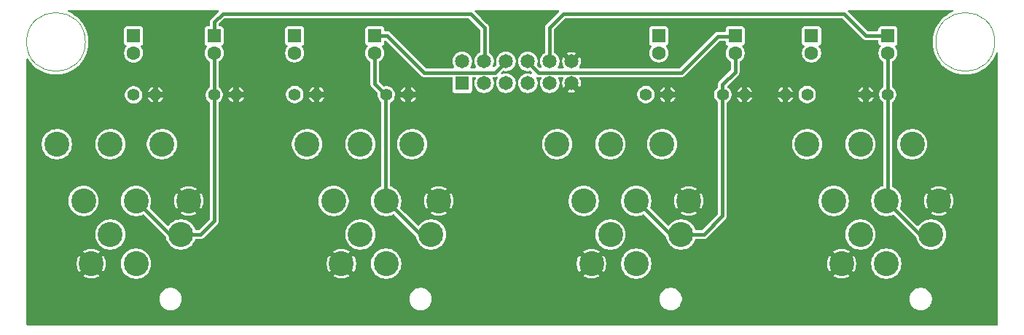
<source format=gbr>
%TF.GenerationSoftware,KiCad,Pcbnew,9.0.0*%
%TF.CreationDate,2025-03-26T12:10:22+11:00*%
%TF.ProjectId,Wing Board 4 Combo mk II,57696e67-2042-46f6-9172-64203420436f,rev?*%
%TF.SameCoordinates,Original*%
%TF.FileFunction,Copper,L1,Top*%
%TF.FilePolarity,Positive*%
%FSLAX46Y46*%
G04 Gerber Fmt 4.6, Leading zero omitted, Abs format (unit mm)*
G04 Created by KiCad (PCBNEW 9.0.0) date 2025-03-26 12:10:22*
%MOMM*%
%LPD*%
G01*
G04 APERTURE LIST*
%TA.AperFunction,EtchedComponent*%
%ADD10C,0.120000*%
%TD*%
%TA.AperFunction,ComponentPad*%
%ADD11C,1.400000*%
%TD*%
%TA.AperFunction,ComponentPad*%
%ADD12O,1.400000X1.400000*%
%TD*%
%TA.AperFunction,ComponentPad*%
%ADD13C,2.900000*%
%TD*%
%TA.AperFunction,ComponentPad*%
%ADD14R,1.600000X1.600000*%
%TD*%
%TA.AperFunction,ComponentPad*%
%ADD15C,1.600000*%
%TD*%
%TA.AperFunction,ComponentPad*%
%ADD16R,1.650000X1.650000*%
%TD*%
%TA.AperFunction,ComponentPad*%
%ADD17C,1.650000*%
%TD*%
%TA.AperFunction,ViaPad*%
%ADD18C,0.889000*%
%TD*%
%TA.AperFunction,Conductor*%
%ADD19C,0.406400*%
%TD*%
G04 APERTURE END LIST*
D10*
%TO.C,H2*%
X113018222Y-4216400D02*
G75*
G02*
X106183778Y-4216400I-3417222J0D01*
G01*
X106183778Y-4216400D02*
G75*
G02*
X113018222Y-4216400I3417222J0D01*
G01*
%TO.C,H1*%
X7379622Y-4216400D02*
G75*
G02*
X545178Y-4216400I-3417222J0D01*
G01*
X545178Y-4216400D02*
G75*
G02*
X7379622Y-4216400I3417222J0D01*
G01*
%TD*%
D11*
%TO.P,R5,1*%
%TO.N,/X3+*%
X72491600Y-10337800D03*
D12*
%TO.P,R5,2*%
%TO.N,AGND*%
X75031600Y-10337800D03*
%TD*%
D11*
%TO.P,R4,1*%
%TO.N,/X2-*%
X42341800Y-10363200D03*
D12*
%TO.P,R4,2*%
%TO.N,AGND*%
X44881800Y-10363200D03*
%TD*%
D13*
%TO.P,J5,1*%
%TO.N,AGND*%
X106524600Y-22697400D03*
%TO.P,J5,2*%
%TO.N,/X4+*%
X94324600Y-22697400D03*
%TO.P,J5,3*%
%TO.N,/X4-*%
X100424600Y-22697400D03*
%TO.P,J5,G*%
%TO.N,unconnected-(J5-PadG)*%
X100424600Y-29997400D03*
%TO.P,J5,R*%
%TO.N,/X4-*%
X105624600Y-26597400D03*
%TO.P,J5,RN*%
%TO.N,unconnected-(J5-PadRN)*%
X103424600Y-16097400D03*
%TO.P,J5,S*%
%TO.N,AGND*%
X95224600Y-29997400D03*
%TO.P,J5,SN*%
%TO.N,unconnected-(J5-PadSN)*%
X97424600Y-26597400D03*
%TO.P,J5,T*%
%TO.N,/X4+*%
X91224600Y-16097400D03*
%TO.P,J5,TN*%
%TO.N,unconnected-(J5-PadTN)*%
X97424600Y-16097400D03*
%TD*%
D14*
%TO.P,C4,1*%
%TO.N,Net-(J1-Pin_6)*%
X41000000Y-3500000D03*
D15*
%TO.P,C4,2*%
%TO.N,/X2-*%
X41000000Y-5500000D03*
%TD*%
D11*
%TO.P,R2,1*%
%TO.N,/X1-*%
X22352000Y-10363200D03*
D12*
%TO.P,R2,2*%
%TO.N,AGND*%
X24892000Y-10363200D03*
%TD*%
D13*
%TO.P,J3,1*%
%TO.N,AGND*%
X48424600Y-22697400D03*
%TO.P,J3,2*%
%TO.N,/X2+*%
X36224600Y-22697400D03*
%TO.P,J3,3*%
%TO.N,/X2-*%
X42324600Y-22697400D03*
%TO.P,J3,G*%
%TO.N,unconnected-(J3-PadG)*%
X42324600Y-29997400D03*
%TO.P,J3,R*%
%TO.N,/X2-*%
X47524600Y-26597400D03*
%TO.P,J3,RN*%
%TO.N,unconnected-(J3-PadRN)*%
X45324600Y-16097400D03*
%TO.P,J3,S*%
%TO.N,AGND*%
X37124600Y-29997400D03*
%TO.P,J3,SN*%
%TO.N,unconnected-(J3-PadSN)*%
X39324600Y-26597400D03*
%TO.P,J3,T*%
%TO.N,/X2+*%
X33124600Y-16097400D03*
%TO.P,J3,TN*%
%TO.N,unconnected-(J3-PadTN)*%
X39324600Y-16097400D03*
%TD*%
D14*
%TO.P,C8,1*%
%TO.N,Net-(J1-Pin_10)*%
X100609400Y-3500000D03*
D15*
%TO.P,C8,2*%
%TO.N,/X4-*%
X100609400Y-5500000D03*
%TD*%
D11*
%TO.P,R8,1*%
%TO.N,/X4-*%
X100584000Y-10337800D03*
D12*
%TO.P,R8,2*%
%TO.N,AGND*%
X98044000Y-10337800D03*
%TD*%
D16*
%TO.P,J1,1,Pin_1*%
%TO.N,V+*%
X51155600Y-9017000D03*
D17*
%TO.P,J1,2,Pin_2*%
%TO.N,V-*%
X51155600Y-6477000D03*
%TO.P,J1,3,Pin_3*%
%TO.N,Net-(J1-Pin_3)*%
X53695600Y-9017000D03*
%TO.P,J1,4,Pin_4*%
%TO.N,Net-(J1-Pin_4)*%
X53695600Y-6477000D03*
%TO.P,J1,5,Pin_5*%
%TO.N,Net-(J1-Pin_5)*%
X56235600Y-9017000D03*
%TO.P,J1,6,Pin_6*%
%TO.N,Net-(J1-Pin_6)*%
X56235600Y-6477000D03*
%TO.P,J1,7,Pin_7*%
%TO.N,Net-(J1-Pin_7)*%
X58775600Y-9017000D03*
%TO.P,J1,8,Pin_8*%
%TO.N,Net-(J1-Pin_8)*%
X58775600Y-6477000D03*
%TO.P,J1,9,Pin_9*%
%TO.N,Net-(J1-Pin_9)*%
X61315600Y-9017000D03*
%TO.P,J1,10,Pin_10*%
%TO.N,Net-(J1-Pin_10)*%
X61315600Y-6477000D03*
%TO.P,J1,11,Pin_11*%
%TO.N,AGND*%
X63855600Y-9017000D03*
%TO.P,J1,12,Pin_12*%
X63855600Y-6477000D03*
%TD*%
D11*
%TO.P,R7,1*%
%TO.N,/X4+*%
X91237600Y-10337800D03*
D12*
%TO.P,R7,2*%
%TO.N,AGND*%
X88697600Y-10337800D03*
%TD*%
D11*
%TO.P,R1,1*%
%TO.N,/X1+*%
X12979400Y-10363200D03*
D12*
%TO.P,R1,2*%
%TO.N,AGND*%
X15519400Y-10363200D03*
%TD*%
D13*
%TO.P,J4,1*%
%TO.N,AGND*%
X77474600Y-22697400D03*
%TO.P,J4,2*%
%TO.N,/X3+*%
X65274600Y-22697400D03*
%TO.P,J4,3*%
%TO.N,/X3-*%
X71374600Y-22697400D03*
%TO.P,J4,G*%
%TO.N,unconnected-(J4-PadG)*%
X71374600Y-29997400D03*
%TO.P,J4,R*%
%TO.N,/X3-*%
X76574600Y-26597400D03*
%TO.P,J4,RN*%
%TO.N,unconnected-(J4-PadRN)*%
X74374600Y-16097400D03*
%TO.P,J4,S*%
%TO.N,AGND*%
X66174600Y-29997400D03*
%TO.P,J4,SN*%
%TO.N,unconnected-(J4-PadSN)*%
X68374600Y-26597400D03*
%TO.P,J4,T*%
%TO.N,/X3+*%
X62174600Y-16097400D03*
%TO.P,J4,TN*%
%TO.N,unconnected-(J4-PadTN)*%
X68374600Y-16097400D03*
%TD*%
D14*
%TO.P,C3,1*%
%TO.N,Net-(J1-Pin_5)*%
X31702133Y-3500000D03*
D15*
%TO.P,C3,2*%
%TO.N,/X2+*%
X31702133Y-5500000D03*
%TD*%
D13*
%TO.P,J2,1*%
%TO.N,AGND*%
X19374600Y-22697400D03*
%TO.P,J2,2*%
%TO.N,/X1+*%
X7174600Y-22697400D03*
%TO.P,J2,3*%
%TO.N,/X1-*%
X13274600Y-22697400D03*
%TO.P,J2,G*%
%TO.N,unconnected-(J2-PadG)*%
X13274600Y-29997400D03*
%TO.P,J2,R*%
%TO.N,/X1-*%
X18474600Y-26597400D03*
%TO.P,J2,RN*%
%TO.N,unconnected-(J2-PadRN)*%
X16274600Y-16097400D03*
%TO.P,J2,S*%
%TO.N,AGND*%
X8074600Y-29997400D03*
%TO.P,J2,SN*%
%TO.N,unconnected-(J2-PadSN)*%
X10274600Y-26597400D03*
%TO.P,J2,T*%
%TO.N,/X1+*%
X4074600Y-16097400D03*
%TO.P,J2,TN*%
%TO.N,unconnected-(J2-PadTN)*%
X10274600Y-16097400D03*
%TD*%
D14*
%TO.P,C2,1*%
%TO.N,Net-(J1-Pin_4)*%
X22352000Y-3500000D03*
D15*
%TO.P,C2,2*%
%TO.N,/X1-*%
X22352000Y-5500000D03*
%TD*%
D14*
%TO.P,C7,1*%
%TO.N,Net-(J1-Pin_9)*%
X91739600Y-3500000D03*
D15*
%TO.P,C7,2*%
%TO.N,/X4+*%
X91739600Y-5500000D03*
%TD*%
D11*
%TO.P,R3,1*%
%TO.N,/X2+*%
X31699200Y-10337800D03*
D12*
%TO.P,R3,2*%
%TO.N,AGND*%
X34239200Y-10337800D03*
%TD*%
D11*
%TO.P,R6,1*%
%TO.N,/X3-*%
X81431600Y-10337800D03*
D12*
%TO.P,R6,2*%
%TO.N,AGND*%
X83971600Y-10337800D03*
%TD*%
D14*
%TO.P,C6,1*%
%TO.N,Net-(J1-Pin_8)*%
X82869800Y-3500000D03*
D15*
%TO.P,C6,2*%
%TO.N,/X3-*%
X82869800Y-5500000D03*
%TD*%
D14*
%TO.P,C5,1*%
%TO.N,Net-(J1-Pin_7)*%
X74000000Y-3500000D03*
D15*
%TO.P,C5,2*%
%TO.N,/X3+*%
X74000000Y-5500000D03*
%TD*%
D14*
%TO.P,C1,1*%
%TO.N,Net-(J1-Pin_3)*%
X12979400Y-3505200D03*
D15*
%TO.P,C1,2*%
%TO.N,/X1+*%
X12979400Y-5505200D03*
%TD*%
D18*
%TO.N,AGND*%
X57429400Y-2133600D03*
%TD*%
D19*
%TO.N,/X4-*%
X100609400Y-22512600D02*
X100584000Y-22538000D01*
X100424600Y-22697400D02*
X100424600Y-22726000D01*
X104296000Y-26597400D02*
X105624600Y-26597400D01*
X100424600Y-22726000D02*
X104296000Y-26597400D01*
X100609400Y-5500000D02*
X100609400Y-22512600D01*
%TO.N,/X3-*%
X81407000Y-9144000D02*
X82869800Y-7681200D01*
X81407000Y-10337000D02*
X81431600Y-10312400D01*
X71440000Y-22697400D02*
X75340000Y-26597400D01*
X71374600Y-22697400D02*
X71440000Y-22697400D01*
X76574600Y-26597400D02*
X79219000Y-26597400D01*
X81407000Y-10287800D02*
X81407000Y-9144000D01*
X75340000Y-26597400D02*
X76574600Y-26597400D01*
X82869800Y-7681200D02*
X82869800Y-5500000D01*
X81407000Y-24409400D02*
X81407000Y-10337000D01*
X81431600Y-10312400D02*
X81407000Y-10287800D01*
X79219000Y-26597400D02*
X81407000Y-24409400D01*
%TO.N,/X1-*%
X22275800Y-5628467D02*
X22275800Y-5810000D01*
X20748200Y-26597400D02*
X22352000Y-24993600D01*
X22352000Y-5500000D02*
X22352000Y-5552267D01*
X13324800Y-22697400D02*
X13274600Y-22697400D01*
X17224800Y-26597400D02*
X13324800Y-22697400D01*
X22352000Y-5552267D02*
X22275800Y-5628467D01*
X22352000Y-24993600D02*
X22352000Y-5500000D01*
X18474600Y-26597400D02*
X17224800Y-26597400D01*
X18474600Y-26597400D02*
X20748200Y-26597400D01*
%TO.N,/X2-*%
X47524600Y-26597400D02*
X46307800Y-26597400D01*
X42324600Y-22697400D02*
X42291000Y-22663800D01*
X41000000Y-9072200D02*
X41000000Y-5500000D01*
X46307800Y-26597400D02*
X42407800Y-22697400D01*
X42407800Y-22697400D02*
X42324600Y-22697400D01*
X42291000Y-10363200D02*
X41000000Y-9072200D01*
X42291000Y-22663800D02*
X42291000Y-10363200D01*
%TO.N,Net-(J1-Pin_4)*%
X23342600Y-914400D02*
X22352000Y-1905000D01*
X53746400Y-2540000D02*
X52120800Y-914400D01*
X22352000Y-1905000D02*
X22352000Y-3500000D01*
X53746400Y-6426200D02*
X53746400Y-2540000D01*
X52120800Y-914400D02*
X23342600Y-914400D01*
X53695600Y-6477000D02*
X53746400Y-6426200D01*
%TO.N,Net-(J1-Pin_6)*%
X42392600Y-3454400D02*
X41045600Y-3454400D01*
X56235600Y-6477000D02*
X56235600Y-6502400D01*
X41045600Y-3454400D02*
X41000000Y-3500000D01*
X46710600Y-7772400D02*
X42392600Y-3454400D01*
X56235600Y-6502400D02*
X54965600Y-7772400D01*
X54965600Y-7772400D02*
X46710600Y-7772400D01*
%TO.N,Net-(J1-Pin_8)*%
X76657200Y-7772400D02*
X59994800Y-7772400D01*
X82869800Y-3500000D02*
X82813800Y-3556000D01*
X82869800Y-3784600D02*
X82869800Y-3500000D01*
X80873600Y-3556000D02*
X76657200Y-7772400D01*
X58775600Y-6553200D02*
X58775600Y-6477000D01*
X59994800Y-7772400D02*
X58775600Y-6553200D01*
X82813800Y-3556000D02*
X80873600Y-3556000D01*
%TO.N,Net-(J1-Pin_10)*%
X61264800Y-2540000D02*
X62890400Y-914400D01*
X100563800Y-3454400D02*
X100609400Y-3500000D01*
X98018600Y-3454400D02*
X100563800Y-3454400D01*
X61315600Y-6477000D02*
X61264800Y-6426200D01*
X95478600Y-914400D02*
X98018600Y-3454400D01*
X62890400Y-914400D02*
X95478600Y-914400D01*
X61264800Y-6426200D02*
X61264800Y-2540000D01*
%TD*%
%TA.AperFunction,Conductor*%
%TO.N,AGND*%
G36*
X22814449Y-510785D02*
G01*
X22860204Y-563589D01*
X22870148Y-632747D01*
X22841123Y-696303D01*
X22835091Y-702781D01*
X21945101Y-1592770D01*
X21945097Y-1592776D01*
X21898693Y-1673150D01*
X21898692Y-1673152D01*
X21878153Y-1708723D01*
X21843500Y-1838055D01*
X21843500Y-2270700D01*
X21823815Y-2337739D01*
X21771011Y-2383494D01*
X21719501Y-2394700D01*
X21506428Y-2394700D01*
X21506405Y-2394702D01*
X21480893Y-2397661D01*
X21480890Y-2397662D01*
X21376475Y-2443765D01*
X21295766Y-2524474D01*
X21249662Y-2628888D01*
X21249662Y-2628890D01*
X21246700Y-2654419D01*
X21246700Y-4345571D01*
X21246702Y-4345594D01*
X21249661Y-4371106D01*
X21249662Y-4371109D01*
X21295765Y-4475524D01*
X21295766Y-4475525D01*
X21376475Y-4556234D01*
X21430540Y-4580106D01*
X21459291Y-4592801D01*
X21512667Y-4637887D01*
X21533194Y-4704673D01*
X21514356Y-4771955D01*
X21509523Y-4779120D01*
X21406662Y-4920696D01*
X21327679Y-5075709D01*
X21273915Y-5241174D01*
X21246700Y-5413005D01*
X21246700Y-5586994D01*
X21273915Y-5758825D01*
X21313735Y-5881376D01*
X21327678Y-5924288D01*
X21398258Y-6062809D01*
X21406665Y-6079307D01*
X21508918Y-6220048D01*
X21508922Y-6220053D01*
X21631946Y-6343077D01*
X21631951Y-6343081D01*
X21770932Y-6444056D01*
X21772696Y-6445337D01*
X21775793Y-6446915D01*
X21776755Y-6447823D01*
X21776844Y-6447878D01*
X21776832Y-6447896D01*
X21826588Y-6494885D01*
X21843500Y-6557400D01*
X21843500Y-9427625D01*
X21823815Y-9494664D01*
X21788391Y-9530727D01*
X21711159Y-9582332D01*
X21711155Y-9582335D01*
X21571135Y-9722355D01*
X21571132Y-9722359D01*
X21461118Y-9887005D01*
X21461113Y-9887014D01*
X21385333Y-10069964D01*
X21385331Y-10069972D01*
X21346700Y-10264182D01*
X21346700Y-10462217D01*
X21385331Y-10656427D01*
X21385333Y-10656435D01*
X21461113Y-10839385D01*
X21461118Y-10839394D01*
X21571132Y-11004040D01*
X21571135Y-11004044D01*
X21711156Y-11144065D01*
X21711159Y-11144067D01*
X21788391Y-11195671D01*
X21833195Y-11249282D01*
X21843500Y-11298773D01*
X21843500Y-24731610D01*
X21823815Y-24798649D01*
X21807181Y-24819291D01*
X20573891Y-26052581D01*
X20546963Y-26067284D01*
X20521145Y-26083877D01*
X20514944Y-26084768D01*
X20512568Y-26086066D01*
X20486210Y-26088900D01*
X20246749Y-26088900D01*
X20179710Y-26069215D01*
X20133955Y-26016411D01*
X20132199Y-26012379D01*
X20052258Y-25819385D01*
X19937210Y-25620115D01*
X19870823Y-25533598D01*
X19797137Y-25437568D01*
X19797131Y-25437561D01*
X19634438Y-25274868D01*
X19634431Y-25274862D01*
X19451884Y-25134789D01*
X19252618Y-25019743D01*
X19252608Y-25019739D01*
X19040031Y-24931686D01*
X18928905Y-24901910D01*
X18817777Y-24872134D01*
X18779651Y-24867114D01*
X18589655Y-24842100D01*
X18589648Y-24842100D01*
X18359552Y-24842100D01*
X18359544Y-24842100D01*
X18142404Y-24870688D01*
X18131423Y-24872134D01*
X18084451Y-24884719D01*
X17909168Y-24931686D01*
X17696591Y-25019739D01*
X17696581Y-25019743D01*
X17497315Y-25134789D01*
X17314768Y-25274862D01*
X17314761Y-25274868D01*
X17152068Y-25437561D01*
X17152060Y-25437571D01*
X17078375Y-25533598D01*
X17021947Y-25574800D01*
X16952201Y-25578955D01*
X16892319Y-25545792D01*
X14901965Y-23555438D01*
X14868480Y-23494115D01*
X14873464Y-23424423D01*
X14875068Y-23420347D01*
X14940313Y-23262833D01*
X14999866Y-23040577D01*
X15029900Y-22812448D01*
X15029900Y-22585720D01*
X17670600Y-22585720D01*
X17670600Y-22809079D01*
X17670601Y-22809095D01*
X17699755Y-23030545D01*
X17757568Y-23246306D01*
X17843044Y-23452665D01*
X17843051Y-23452679D01*
X17954732Y-23646116D01*
X17954743Y-23646133D01*
X17964342Y-23658642D01*
X17964343Y-23658642D01*
X18789814Y-22833172D01*
X18815489Y-22928991D01*
X18894481Y-23065808D01*
X19006192Y-23177519D01*
X19143009Y-23256511D01*
X19238826Y-23282185D01*
X18413356Y-24107654D01*
X18413356Y-24107655D01*
X18425880Y-24117265D01*
X18619320Y-24228948D01*
X18619334Y-24228955D01*
X18825693Y-24314431D01*
X19041454Y-24372244D01*
X19262904Y-24401398D01*
X19262921Y-24401400D01*
X19486279Y-24401400D01*
X19486295Y-24401398D01*
X19707745Y-24372244D01*
X19923506Y-24314431D01*
X20129865Y-24228955D01*
X20129880Y-24228948D01*
X20323315Y-24117269D01*
X20323318Y-24117266D01*
X20335843Y-24107655D01*
X20335843Y-24107654D01*
X19510374Y-23282185D01*
X19606191Y-23256511D01*
X19743008Y-23177519D01*
X19854719Y-23065808D01*
X19933711Y-22928991D01*
X19959385Y-22833173D01*
X20784854Y-23658643D01*
X20784855Y-23658643D01*
X20794466Y-23646118D01*
X20794469Y-23646115D01*
X20906148Y-23452680D01*
X20906155Y-23452665D01*
X20991631Y-23246306D01*
X21049444Y-23030545D01*
X21078598Y-22809095D01*
X21078600Y-22809079D01*
X21078600Y-22585720D01*
X21078598Y-22585704D01*
X21049444Y-22364254D01*
X20991631Y-22148493D01*
X20906155Y-21942134D01*
X20906148Y-21942120D01*
X20794465Y-21748680D01*
X20784855Y-21736156D01*
X20784854Y-21736156D01*
X19959385Y-22561625D01*
X19933711Y-22465809D01*
X19854719Y-22328992D01*
X19743008Y-22217281D01*
X19606191Y-22138289D01*
X19510372Y-22112614D01*
X20335842Y-21287143D01*
X20335842Y-21287142D01*
X20323333Y-21277543D01*
X20323316Y-21277532D01*
X20129879Y-21165851D01*
X20129865Y-21165844D01*
X19923506Y-21080368D01*
X19707745Y-21022555D01*
X19486295Y-20993401D01*
X19486279Y-20993400D01*
X19262921Y-20993400D01*
X19262904Y-20993401D01*
X19041454Y-21022555D01*
X18825693Y-21080368D01*
X18619334Y-21165844D01*
X18619319Y-21165851D01*
X18425878Y-21277535D01*
X18413355Y-21287142D01*
X19238827Y-22112614D01*
X19143009Y-22138289D01*
X19006192Y-22217281D01*
X18894481Y-22328992D01*
X18815489Y-22465809D01*
X18789814Y-22561627D01*
X17964342Y-21736155D01*
X17954735Y-21748678D01*
X17843051Y-21942119D01*
X17843044Y-21942134D01*
X17757568Y-22148493D01*
X17699755Y-22364254D01*
X17670601Y-22585704D01*
X17670600Y-22585720D01*
X15029900Y-22585720D01*
X15029900Y-22582352D01*
X14999866Y-22354223D01*
X14940313Y-22131967D01*
X14852258Y-21919385D01*
X14737210Y-21720115D01*
X14597136Y-21537567D01*
X14597131Y-21537561D01*
X14434438Y-21374868D01*
X14434431Y-21374862D01*
X14251884Y-21234789D01*
X14052618Y-21119743D01*
X14052608Y-21119739D01*
X13840031Y-21031686D01*
X13705656Y-20995681D01*
X13617777Y-20972134D01*
X13579651Y-20967114D01*
X13389655Y-20942100D01*
X13389648Y-20942100D01*
X13159552Y-20942100D01*
X13159544Y-20942100D01*
X12950906Y-20969569D01*
X12931423Y-20972134D01*
X12885048Y-20984560D01*
X12709168Y-21031686D01*
X12496591Y-21119739D01*
X12496581Y-21119743D01*
X12297315Y-21234789D01*
X12114768Y-21374862D01*
X12114761Y-21374868D01*
X11952068Y-21537561D01*
X11952062Y-21537568D01*
X11811989Y-21720115D01*
X11696943Y-21919381D01*
X11696939Y-21919391D01*
X11608886Y-22131968D01*
X11549335Y-22354220D01*
X11549333Y-22354231D01*
X11519300Y-22582344D01*
X11519300Y-22812455D01*
X11534643Y-22928991D01*
X11549334Y-23040577D01*
X11549335Y-23040579D01*
X11608886Y-23262831D01*
X11696939Y-23475408D01*
X11696943Y-23475418D01*
X11811989Y-23674684D01*
X11952062Y-23857231D01*
X11952068Y-23857238D01*
X12114761Y-24019931D01*
X12114768Y-24019937D01*
X12297315Y-24160010D01*
X12496581Y-24275056D01*
X12496582Y-24275056D01*
X12496585Y-24275058D01*
X12709167Y-24363113D01*
X12931423Y-24422666D01*
X13159552Y-24452700D01*
X13159559Y-24452700D01*
X13389641Y-24452700D01*
X13389648Y-24452700D01*
X13617777Y-24422666D01*
X13840033Y-24363113D01*
X14052615Y-24275058D01*
X14053067Y-24274796D01*
X14053219Y-24274760D01*
X14056257Y-24273262D01*
X14056591Y-24273941D01*
X14120965Y-24258314D01*
X14186995Y-24281155D01*
X14202765Y-24294493D01*
X16704481Y-26796209D01*
X16737966Y-26857532D01*
X16739739Y-26867703D01*
X16749333Y-26940570D01*
X16749335Y-26940580D01*
X16808886Y-27162831D01*
X16896939Y-27375408D01*
X16896943Y-27375418D01*
X17011989Y-27574684D01*
X17152062Y-27757231D01*
X17152068Y-27757238D01*
X17314761Y-27919931D01*
X17314768Y-27919937D01*
X17497315Y-28060010D01*
X17696581Y-28175056D01*
X17696582Y-28175056D01*
X17696585Y-28175058D01*
X17909167Y-28263113D01*
X18131423Y-28322666D01*
X18359552Y-28352700D01*
X18359559Y-28352700D01*
X18589641Y-28352700D01*
X18589648Y-28352700D01*
X18817777Y-28322666D01*
X19040033Y-28263113D01*
X19252615Y-28175058D01*
X19451885Y-28060010D01*
X19634433Y-27919936D01*
X19797136Y-27757233D01*
X19937210Y-27574685D01*
X20052258Y-27375415D01*
X20132189Y-27182445D01*
X20176029Y-27128044D01*
X20242323Y-27105979D01*
X20246749Y-27105900D01*
X20815143Y-27105900D01*
X20815145Y-27105900D01*
X20944474Y-27071247D01*
X21060427Y-27004301D01*
X21582384Y-26482344D01*
X37569300Y-26482344D01*
X37569300Y-26712455D01*
X37586096Y-26840027D01*
X37599334Y-26940577D01*
X37616409Y-27004301D01*
X37658886Y-27162831D01*
X37746939Y-27375408D01*
X37746943Y-27375418D01*
X37861989Y-27574684D01*
X38002062Y-27757231D01*
X38002068Y-27757238D01*
X38164761Y-27919931D01*
X38164768Y-27919937D01*
X38347315Y-28060010D01*
X38546581Y-28175056D01*
X38546582Y-28175056D01*
X38546585Y-28175058D01*
X38759167Y-28263113D01*
X38981423Y-28322666D01*
X39209552Y-28352700D01*
X39209559Y-28352700D01*
X39439641Y-28352700D01*
X39439648Y-28352700D01*
X39667777Y-28322666D01*
X39890033Y-28263113D01*
X40102615Y-28175058D01*
X40301885Y-28060010D01*
X40484433Y-27919936D01*
X40647136Y-27757233D01*
X40787210Y-27574685D01*
X40902258Y-27375415D01*
X40990313Y-27162833D01*
X41049866Y-26940577D01*
X41079900Y-26712448D01*
X41079900Y-26482352D01*
X41049866Y-26254223D01*
X40990313Y-26031967D01*
X40902258Y-25819385D01*
X40787210Y-25620115D01*
X40720823Y-25533598D01*
X40647137Y-25437568D01*
X40647131Y-25437561D01*
X40484438Y-25274868D01*
X40484431Y-25274862D01*
X40301884Y-25134789D01*
X40102618Y-25019743D01*
X40102608Y-25019739D01*
X39890031Y-24931686D01*
X39778905Y-24901910D01*
X39667777Y-24872134D01*
X39629651Y-24867114D01*
X39439655Y-24842100D01*
X39439648Y-24842100D01*
X39209552Y-24842100D01*
X39209544Y-24842100D01*
X38992404Y-24870688D01*
X38981423Y-24872134D01*
X38934451Y-24884719D01*
X38759168Y-24931686D01*
X38546591Y-25019739D01*
X38546581Y-25019743D01*
X38347315Y-25134789D01*
X38164768Y-25274862D01*
X38164761Y-25274868D01*
X38002068Y-25437561D01*
X38002062Y-25437568D01*
X37861989Y-25620115D01*
X37746943Y-25819381D01*
X37746939Y-25819391D01*
X37658886Y-26031968D01*
X37599335Y-26254220D01*
X37599333Y-26254231D01*
X37569300Y-26482344D01*
X21582384Y-26482344D01*
X22758901Y-25305826D01*
X22825847Y-25189874D01*
X22860500Y-25060545D01*
X22860500Y-24926654D01*
X22860500Y-22582344D01*
X34469300Y-22582344D01*
X34469300Y-22812455D01*
X34484643Y-22928991D01*
X34499334Y-23040577D01*
X34499335Y-23040579D01*
X34558886Y-23262831D01*
X34646939Y-23475408D01*
X34646943Y-23475418D01*
X34761989Y-23674684D01*
X34902062Y-23857231D01*
X34902068Y-23857238D01*
X35064761Y-24019931D01*
X35064768Y-24019937D01*
X35247315Y-24160010D01*
X35446581Y-24275056D01*
X35446582Y-24275056D01*
X35446585Y-24275058D01*
X35659167Y-24363113D01*
X35881423Y-24422666D01*
X36109552Y-24452700D01*
X36109559Y-24452700D01*
X36339641Y-24452700D01*
X36339648Y-24452700D01*
X36567777Y-24422666D01*
X36790033Y-24363113D01*
X37002615Y-24275058D01*
X37201885Y-24160010D01*
X37384433Y-24019936D01*
X37547136Y-23857233D01*
X37687210Y-23674685D01*
X37802258Y-23475415D01*
X37890313Y-23262833D01*
X37949866Y-23040577D01*
X37979900Y-22812448D01*
X37979900Y-22582352D01*
X37949866Y-22354223D01*
X37890313Y-22131967D01*
X37802258Y-21919385D01*
X37687210Y-21720115D01*
X37547136Y-21537567D01*
X37547131Y-21537561D01*
X37384438Y-21374868D01*
X37384431Y-21374862D01*
X37201884Y-21234789D01*
X37002618Y-21119743D01*
X37002608Y-21119739D01*
X36790031Y-21031686D01*
X36655656Y-20995681D01*
X36567777Y-20972134D01*
X36529651Y-20967114D01*
X36339655Y-20942100D01*
X36339648Y-20942100D01*
X36109552Y-20942100D01*
X36109544Y-20942100D01*
X35900906Y-20969569D01*
X35881423Y-20972134D01*
X35835048Y-20984560D01*
X35659168Y-21031686D01*
X35446591Y-21119739D01*
X35446581Y-21119743D01*
X35247315Y-21234789D01*
X35064768Y-21374862D01*
X35064761Y-21374868D01*
X34902068Y-21537561D01*
X34902062Y-21537568D01*
X34761989Y-21720115D01*
X34646943Y-21919381D01*
X34646939Y-21919391D01*
X34558886Y-22131968D01*
X34499335Y-22354220D01*
X34499333Y-22354231D01*
X34469300Y-22582344D01*
X22860500Y-22582344D01*
X22860500Y-15982344D01*
X31369300Y-15982344D01*
X31369300Y-16212455D01*
X31394314Y-16402451D01*
X31399334Y-16440577D01*
X31399335Y-16440579D01*
X31458886Y-16662831D01*
X31546939Y-16875408D01*
X31546943Y-16875418D01*
X31661989Y-17074684D01*
X31802062Y-17257231D01*
X31802068Y-17257238D01*
X31964761Y-17419931D01*
X31964768Y-17419937D01*
X32147315Y-17560010D01*
X32346581Y-17675056D01*
X32346582Y-17675056D01*
X32346585Y-17675058D01*
X32559167Y-17763113D01*
X32781423Y-17822666D01*
X33009552Y-17852700D01*
X33009559Y-17852700D01*
X33239641Y-17852700D01*
X33239648Y-17852700D01*
X33467777Y-17822666D01*
X33690033Y-17763113D01*
X33902615Y-17675058D01*
X34101885Y-17560010D01*
X34284433Y-17419936D01*
X34447136Y-17257233D01*
X34587210Y-17074685D01*
X34702258Y-16875415D01*
X34790313Y-16662833D01*
X34849866Y-16440577D01*
X34879900Y-16212448D01*
X34879900Y-15982352D01*
X34879899Y-15982344D01*
X37569300Y-15982344D01*
X37569300Y-16212455D01*
X37594314Y-16402451D01*
X37599334Y-16440577D01*
X37599335Y-16440579D01*
X37658886Y-16662831D01*
X37746939Y-16875408D01*
X37746943Y-16875418D01*
X37861989Y-17074684D01*
X38002062Y-17257231D01*
X38002068Y-17257238D01*
X38164761Y-17419931D01*
X38164768Y-17419937D01*
X38347315Y-17560010D01*
X38546581Y-17675056D01*
X38546582Y-17675056D01*
X38546585Y-17675058D01*
X38759167Y-17763113D01*
X38981423Y-17822666D01*
X39209552Y-17852700D01*
X39209559Y-17852700D01*
X39439641Y-17852700D01*
X39439648Y-17852700D01*
X39667777Y-17822666D01*
X39890033Y-17763113D01*
X40102615Y-17675058D01*
X40301885Y-17560010D01*
X40484433Y-17419936D01*
X40647136Y-17257233D01*
X40787210Y-17074685D01*
X40902258Y-16875415D01*
X40990313Y-16662833D01*
X41049866Y-16440577D01*
X41079900Y-16212448D01*
X41079900Y-15982352D01*
X41049866Y-15754223D01*
X40990313Y-15531967D01*
X40902258Y-15319385D01*
X40787210Y-15120115D01*
X40647136Y-14937567D01*
X40647131Y-14937561D01*
X40484438Y-14774868D01*
X40484431Y-14774862D01*
X40301884Y-14634789D01*
X40102618Y-14519743D01*
X40102608Y-14519739D01*
X39890031Y-14431686D01*
X39778905Y-14401910D01*
X39667777Y-14372134D01*
X39629651Y-14367114D01*
X39439655Y-14342100D01*
X39439648Y-14342100D01*
X39209552Y-14342100D01*
X39209544Y-14342100D01*
X38992404Y-14370688D01*
X38981423Y-14372134D01*
X38934451Y-14384719D01*
X38759168Y-14431686D01*
X38546591Y-14519739D01*
X38546581Y-14519743D01*
X38347315Y-14634789D01*
X38164768Y-14774862D01*
X38164761Y-14774868D01*
X38002068Y-14937561D01*
X38002062Y-14937568D01*
X37861989Y-15120115D01*
X37746943Y-15319381D01*
X37746939Y-15319391D01*
X37658886Y-15531968D01*
X37599335Y-15754220D01*
X37599333Y-15754231D01*
X37569300Y-15982344D01*
X34879899Y-15982344D01*
X34849866Y-15754223D01*
X34790313Y-15531967D01*
X34702258Y-15319385D01*
X34587210Y-15120115D01*
X34447136Y-14937567D01*
X34447131Y-14937561D01*
X34284438Y-14774868D01*
X34284431Y-14774862D01*
X34101884Y-14634789D01*
X33902618Y-14519743D01*
X33902608Y-14519739D01*
X33690031Y-14431686D01*
X33578905Y-14401910D01*
X33467777Y-14372134D01*
X33429651Y-14367114D01*
X33239655Y-14342100D01*
X33239648Y-14342100D01*
X33009552Y-14342100D01*
X33009544Y-14342100D01*
X32792404Y-14370688D01*
X32781423Y-14372134D01*
X32734451Y-14384719D01*
X32559168Y-14431686D01*
X32346591Y-14519739D01*
X32346581Y-14519743D01*
X32147315Y-14634789D01*
X31964768Y-14774862D01*
X31964761Y-14774868D01*
X31802068Y-14937561D01*
X31802062Y-14937568D01*
X31661989Y-15120115D01*
X31546943Y-15319381D01*
X31546939Y-15319391D01*
X31458886Y-15531968D01*
X31399335Y-15754220D01*
X31399333Y-15754231D01*
X31369300Y-15982344D01*
X22860500Y-15982344D01*
X22860500Y-11298773D01*
X22880185Y-11231734D01*
X22915607Y-11195672D01*
X22992841Y-11144067D01*
X23132867Y-11004041D01*
X23242885Y-10839388D01*
X23308616Y-10680700D01*
X23990911Y-10680700D01*
X24046574Y-10815086D01*
X24046576Y-10815089D01*
X24150976Y-10971335D01*
X24150982Y-10971343D01*
X24283856Y-11104217D01*
X24283864Y-11104223D01*
X24440110Y-11208623D01*
X24440113Y-11208625D01*
X24574499Y-11264289D01*
X24574500Y-11264289D01*
X25209500Y-11264289D01*
X25343886Y-11208625D01*
X25343889Y-11208623D01*
X25500135Y-11104223D01*
X25500143Y-11104217D01*
X25633017Y-10971343D01*
X25633023Y-10971335D01*
X25737423Y-10815089D01*
X25737425Y-10815086D01*
X25793089Y-10680700D01*
X25209500Y-10680700D01*
X25209500Y-11264289D01*
X24574500Y-11264289D01*
X24574500Y-10680700D01*
X23990911Y-10680700D01*
X23308616Y-10680700D01*
X23318667Y-10656435D01*
X23357300Y-10462213D01*
X23357300Y-10317122D01*
X24542000Y-10317122D01*
X24542000Y-10409278D01*
X24565852Y-10498295D01*
X24611930Y-10578105D01*
X24677095Y-10643270D01*
X24756905Y-10689348D01*
X24845922Y-10713200D01*
X24938078Y-10713200D01*
X25027095Y-10689348D01*
X25106905Y-10643270D01*
X25172070Y-10578105D01*
X25218148Y-10498295D01*
X25242000Y-10409278D01*
X25242000Y-10317122D01*
X25221009Y-10238782D01*
X30693900Y-10238782D01*
X30693900Y-10436817D01*
X30732531Y-10631027D01*
X30732533Y-10631035D01*
X30808313Y-10813985D01*
X30808318Y-10813994D01*
X30918332Y-10978640D01*
X30918335Y-10978644D01*
X31058355Y-11118664D01*
X31058359Y-11118667D01*
X31223005Y-11228681D01*
X31223014Y-11228686D01*
X31252390Y-11240854D01*
X31405965Y-11304467D01*
X31547993Y-11332718D01*
X31600182Y-11343099D01*
X31600186Y-11343100D01*
X31600187Y-11343100D01*
X31798214Y-11343100D01*
X31798215Y-11343099D01*
X31992435Y-11304467D01*
X32175388Y-11228685D01*
X32340041Y-11118667D01*
X32480067Y-10978641D01*
X32590085Y-10813988D01*
X32655816Y-10655300D01*
X33338111Y-10655300D01*
X33393774Y-10789686D01*
X33393776Y-10789689D01*
X33498176Y-10945935D01*
X33498182Y-10945943D01*
X33631056Y-11078817D01*
X33631064Y-11078823D01*
X33787310Y-11183223D01*
X33787313Y-11183225D01*
X33921699Y-11238889D01*
X33921700Y-11238889D01*
X34556700Y-11238889D01*
X34691086Y-11183225D01*
X34691089Y-11183223D01*
X34847335Y-11078823D01*
X34847343Y-11078817D01*
X34980217Y-10945943D01*
X34980223Y-10945935D01*
X35084623Y-10789689D01*
X35084625Y-10789686D01*
X35140289Y-10655300D01*
X34556700Y-10655300D01*
X34556700Y-11238889D01*
X33921700Y-11238889D01*
X33921700Y-10655300D01*
X33338111Y-10655300D01*
X32655816Y-10655300D01*
X32665867Y-10631035D01*
X32704500Y-10436813D01*
X32704500Y-10291722D01*
X33889200Y-10291722D01*
X33889200Y-10383878D01*
X33913052Y-10472895D01*
X33959130Y-10552705D01*
X34024295Y-10617870D01*
X34104105Y-10663948D01*
X34193122Y-10687800D01*
X34285278Y-10687800D01*
X34374295Y-10663948D01*
X34454105Y-10617870D01*
X34519270Y-10552705D01*
X34565348Y-10472895D01*
X34589200Y-10383878D01*
X34589200Y-10291722D01*
X34565348Y-10202705D01*
X34519270Y-10122895D01*
X34454105Y-10057730D01*
X34389274Y-10020300D01*
X34556700Y-10020300D01*
X35140289Y-10020300D01*
X35140289Y-10020299D01*
X35084625Y-9885913D01*
X35084623Y-9885910D01*
X34980223Y-9729664D01*
X34980217Y-9729656D01*
X34847343Y-9596782D01*
X34847339Y-9596779D01*
X34691094Y-9492379D01*
X34691084Y-9492374D01*
X34556700Y-9436710D01*
X34556700Y-10020300D01*
X34389274Y-10020300D01*
X34374295Y-10011652D01*
X34285278Y-9987800D01*
X34193122Y-9987800D01*
X34104105Y-10011652D01*
X34024295Y-10057730D01*
X33959130Y-10122895D01*
X33913052Y-10202705D01*
X33889200Y-10291722D01*
X32704500Y-10291722D01*
X32704500Y-10238787D01*
X32680766Y-10119467D01*
X32668595Y-10058278D01*
X32668593Y-10058272D01*
X32665867Y-10044565D01*
X32655816Y-10020299D01*
X33338110Y-10020299D01*
X33338111Y-10020300D01*
X33921700Y-10020300D01*
X33921700Y-9436710D01*
X33921699Y-9436710D01*
X33787315Y-9492374D01*
X33787305Y-9492379D01*
X33631060Y-9596779D01*
X33631056Y-9596782D01*
X33498182Y-9729656D01*
X33498176Y-9729664D01*
X33393776Y-9885910D01*
X33393774Y-9885913D01*
X33338110Y-10020299D01*
X32655816Y-10020299D01*
X32590085Y-9861612D01*
X32590084Y-9861611D01*
X32590081Y-9861605D01*
X32480067Y-9696959D01*
X32480064Y-9696955D01*
X32340044Y-9556935D01*
X32340040Y-9556932D01*
X32175394Y-9446918D01*
X32175385Y-9446913D01*
X31992435Y-9371133D01*
X31992427Y-9371131D01*
X31798217Y-9332500D01*
X31798213Y-9332500D01*
X31600187Y-9332500D01*
X31600182Y-9332500D01*
X31405972Y-9371131D01*
X31405964Y-9371133D01*
X31223014Y-9446913D01*
X31223005Y-9446918D01*
X31058359Y-9556932D01*
X31058355Y-9556935D01*
X30918335Y-9696955D01*
X30918332Y-9696959D01*
X30808318Y-9861605D01*
X30808313Y-9861614D01*
X30732533Y-10044564D01*
X30732531Y-10044572D01*
X30693900Y-10238782D01*
X25221009Y-10238782D01*
X25218148Y-10228105D01*
X25172070Y-10148295D01*
X25106905Y-10083130D01*
X25042074Y-10045700D01*
X25209500Y-10045700D01*
X25793089Y-10045700D01*
X25793089Y-10045699D01*
X25737425Y-9911313D01*
X25737423Y-9911310D01*
X25633023Y-9755064D01*
X25633017Y-9755056D01*
X25500143Y-9622182D01*
X25500139Y-9622179D01*
X25343894Y-9517779D01*
X25343884Y-9517774D01*
X25209500Y-9462110D01*
X25209500Y-10045700D01*
X25042074Y-10045700D01*
X25027095Y-10037052D01*
X24938078Y-10013200D01*
X24845922Y-10013200D01*
X24756905Y-10037052D01*
X24677095Y-10083130D01*
X24611930Y-10148295D01*
X24565852Y-10228105D01*
X24542000Y-10317122D01*
X23357300Y-10317122D01*
X23357300Y-10264187D01*
X23352248Y-10238787D01*
X23321395Y-10083678D01*
X23321393Y-10083672D01*
X23318667Y-10069965D01*
X23308616Y-10045699D01*
X23990910Y-10045699D01*
X23990911Y-10045700D01*
X24574500Y-10045700D01*
X24574500Y-9462110D01*
X24574499Y-9462110D01*
X24440115Y-9517774D01*
X24440105Y-9517779D01*
X24283860Y-9622179D01*
X24283856Y-9622182D01*
X24150982Y-9755056D01*
X24150976Y-9755064D01*
X24046576Y-9911310D01*
X24046574Y-9911313D01*
X23990910Y-10045699D01*
X23308616Y-10045699D01*
X23243120Y-9887579D01*
X23242886Y-9887014D01*
X23242881Y-9887005D01*
X23132867Y-9722359D01*
X23132864Y-9722355D01*
X22992844Y-9582335D01*
X22992840Y-9582332D01*
X22915609Y-9530727D01*
X22870804Y-9477114D01*
X22860500Y-9427625D01*
X22860500Y-6557400D01*
X22880185Y-6490361D01*
X22928206Y-6446915D01*
X22931304Y-6445337D01*
X23072055Y-6343076D01*
X23195076Y-6220055D01*
X23297337Y-6079304D01*
X23376322Y-5924288D01*
X23430084Y-5758825D01*
X23457300Y-5586994D01*
X23457300Y-5413005D01*
X23430084Y-5241174D01*
X23417145Y-5201354D01*
X23376322Y-5075712D01*
X23297337Y-4920696D01*
X23253830Y-4860813D01*
X23194477Y-4779119D01*
X23170997Y-4713312D01*
X23186823Y-4645259D01*
X23236929Y-4596564D01*
X23244680Y-4592813D01*
X23327525Y-4556234D01*
X23408234Y-4475525D01*
X23454338Y-4371109D01*
X23457300Y-4345579D01*
X23457299Y-2654422D01*
X23457299Y-2654419D01*
X30596833Y-2654419D01*
X30596833Y-4345571D01*
X30596835Y-4345594D01*
X30599794Y-4371106D01*
X30599795Y-4371109D01*
X30645898Y-4475524D01*
X30645899Y-4475525D01*
X30726608Y-4556234D01*
X30780673Y-4580106D01*
X30809424Y-4592801D01*
X30862800Y-4637887D01*
X30883327Y-4704673D01*
X30864489Y-4771955D01*
X30859656Y-4779120D01*
X30756795Y-4920696D01*
X30677812Y-5075709D01*
X30624048Y-5241174D01*
X30596833Y-5413005D01*
X30596833Y-5586994D01*
X30624048Y-5758825D01*
X30663868Y-5881376D01*
X30677811Y-5924288D01*
X30748391Y-6062809D01*
X30756798Y-6079307D01*
X30859051Y-6220048D01*
X30859055Y-6220053D01*
X30982079Y-6343077D01*
X30982084Y-6343081D01*
X31104845Y-6432271D01*
X31122829Y-6445337D01*
X31277845Y-6524322D01*
X31393554Y-6561918D01*
X31443307Y-6578084D01*
X31615139Y-6605300D01*
X31615144Y-6605300D01*
X31789127Y-6605300D01*
X31960958Y-6578084D01*
X32126421Y-6524322D01*
X32281437Y-6445337D01*
X32422188Y-6343076D01*
X32545209Y-6220055D01*
X32647470Y-6079304D01*
X32726455Y-5924288D01*
X32780217Y-5758825D01*
X32807433Y-5586994D01*
X32807433Y-5413005D01*
X32780217Y-5241174D01*
X32767278Y-5201354D01*
X32726455Y-5075712D01*
X32647470Y-4920696D01*
X32603963Y-4860813D01*
X32544610Y-4779119D01*
X32521130Y-4713312D01*
X32536956Y-4645259D01*
X32587062Y-4596564D01*
X32594813Y-4592813D01*
X32677658Y-4556234D01*
X32758367Y-4475525D01*
X32804471Y-4371109D01*
X32807433Y-4345579D01*
X32807432Y-2654422D01*
X32804471Y-2628891D01*
X32758367Y-2524475D01*
X32677658Y-2443766D01*
X32677656Y-2443765D01*
X32573243Y-2397662D01*
X32547712Y-2394700D01*
X30856561Y-2394700D01*
X30856538Y-2394702D01*
X30831026Y-2397661D01*
X30831023Y-2397662D01*
X30726608Y-2443765D01*
X30645899Y-2524474D01*
X30599795Y-2628888D01*
X30599795Y-2628890D01*
X30596833Y-2654419D01*
X23457299Y-2654419D01*
X23457299Y-2654416D01*
X23454338Y-2628893D01*
X23454338Y-2628891D01*
X23408234Y-2524475D01*
X23327525Y-2443766D01*
X23327523Y-2443765D01*
X23223110Y-2397662D01*
X23197580Y-2394700D01*
X23197579Y-2394700D01*
X22984500Y-2394700D01*
X22975814Y-2392149D01*
X22966853Y-2393438D01*
X22942812Y-2382459D01*
X22917461Y-2375015D01*
X22911533Y-2368174D01*
X22903297Y-2364413D01*
X22889007Y-2342178D01*
X22871706Y-2322211D01*
X22869418Y-2311696D01*
X22865523Y-2305635D01*
X22860500Y-2270700D01*
X22860500Y-2166990D01*
X22880185Y-2099951D01*
X22896819Y-2079309D01*
X23516909Y-1459219D01*
X23578232Y-1425734D01*
X23604590Y-1422900D01*
X51858810Y-1422900D01*
X51925849Y-1442585D01*
X51946491Y-1459219D01*
X53201581Y-2714308D01*
X53235066Y-2775631D01*
X53237900Y-2801989D01*
X53237900Y-5365656D01*
X53218215Y-5432695D01*
X53170197Y-5476140D01*
X53103193Y-5510281D01*
X53064695Y-5538252D01*
X52959259Y-5614856D01*
X52959257Y-5614858D01*
X52959256Y-5614858D01*
X52833458Y-5740656D01*
X52833458Y-5740657D01*
X52833456Y-5740659D01*
X52820258Y-5758825D01*
X52728881Y-5884593D01*
X52648108Y-6043117D01*
X52593132Y-6212319D01*
X52571598Y-6348277D01*
X52565300Y-6388043D01*
X52565300Y-6565957D01*
X52572882Y-6613825D01*
X52593132Y-6741680D01*
X52648108Y-6910882D01*
X52728885Y-7069414D01*
X52731427Y-7073562D01*
X52729829Y-7074540D01*
X52750623Y-7132828D01*
X52734794Y-7200881D01*
X52684685Y-7249573D01*
X52626825Y-7263900D01*
X52224375Y-7263900D01*
X52157336Y-7244215D01*
X52111581Y-7191411D01*
X52101637Y-7122253D01*
X52121074Y-7074359D01*
X52119773Y-7073562D01*
X52122314Y-7069414D01*
X52122315Y-7069410D01*
X52122319Y-7069406D01*
X52203090Y-6910885D01*
X52258068Y-6741679D01*
X52285900Y-6565957D01*
X52285900Y-6388043D01*
X52258068Y-6212321D01*
X52216538Y-6084504D01*
X52203091Y-6043117D01*
X52174959Y-5987905D01*
X52122319Y-5884594D01*
X52017744Y-5740659D01*
X51891941Y-5614856D01*
X51748006Y-5510281D01*
X51712575Y-5492228D01*
X51589482Y-5429508D01*
X51420280Y-5374532D01*
X51332418Y-5360616D01*
X51244557Y-5346700D01*
X51066643Y-5346700D01*
X51008069Y-5355977D01*
X50890919Y-5374532D01*
X50721717Y-5429508D01*
X50563193Y-5510281D01*
X50524695Y-5538252D01*
X50419259Y-5614856D01*
X50419257Y-5614858D01*
X50419256Y-5614858D01*
X50293458Y-5740656D01*
X50293458Y-5740657D01*
X50293456Y-5740659D01*
X50280258Y-5758825D01*
X50188881Y-5884593D01*
X50108108Y-6043117D01*
X50053132Y-6212319D01*
X50031598Y-6348277D01*
X50025300Y-6388043D01*
X50025300Y-6565957D01*
X50032882Y-6613825D01*
X50053132Y-6741680D01*
X50108108Y-6910882D01*
X50188885Y-7069414D01*
X50191427Y-7073562D01*
X50189829Y-7074540D01*
X50210623Y-7132828D01*
X50194794Y-7200881D01*
X50144685Y-7249573D01*
X50086825Y-7263900D01*
X46972590Y-7263900D01*
X46905551Y-7244215D01*
X46884909Y-7227581D01*
X42704829Y-3047501D01*
X42704827Y-3047499D01*
X42646850Y-3014026D01*
X42588875Y-2980553D01*
X42524209Y-2963226D01*
X42459545Y-2945900D01*
X42459544Y-2945900D01*
X42229299Y-2945900D01*
X42162260Y-2926215D01*
X42116505Y-2873411D01*
X42105299Y-2821900D01*
X42105299Y-2654428D01*
X42105299Y-2654422D01*
X42102338Y-2628891D01*
X42056234Y-2524475D01*
X41975525Y-2443766D01*
X41975523Y-2443765D01*
X41871110Y-2397662D01*
X41845579Y-2394700D01*
X40154428Y-2394700D01*
X40154405Y-2394702D01*
X40128893Y-2397661D01*
X40128890Y-2397662D01*
X40024475Y-2443765D01*
X39943766Y-2524474D01*
X39897662Y-2628888D01*
X39897662Y-2628890D01*
X39894700Y-2654419D01*
X39894700Y-4345571D01*
X39894702Y-4345594D01*
X39897661Y-4371106D01*
X39897662Y-4371109D01*
X39943765Y-4475524D01*
X39943766Y-4475525D01*
X40024475Y-4556234D01*
X40078540Y-4580106D01*
X40107291Y-4592801D01*
X40160667Y-4637887D01*
X40181194Y-4704673D01*
X40162356Y-4771955D01*
X40157523Y-4779120D01*
X40054662Y-4920696D01*
X39975679Y-5075709D01*
X39921915Y-5241174D01*
X39894700Y-5413005D01*
X39894700Y-5586994D01*
X39921915Y-5758825D01*
X39961735Y-5881376D01*
X39975678Y-5924288D01*
X40046258Y-6062809D01*
X40054665Y-6079307D01*
X40156918Y-6220048D01*
X40156922Y-6220053D01*
X40279946Y-6343077D01*
X40279951Y-6343081D01*
X40418932Y-6444056D01*
X40420696Y-6445337D01*
X40423793Y-6446915D01*
X40424755Y-6447823D01*
X40424844Y-6447878D01*
X40424832Y-6447896D01*
X40474588Y-6494885D01*
X40491500Y-6557400D01*
X40491500Y-9139144D01*
X40526153Y-9268475D01*
X40547933Y-9306198D01*
X40593099Y-9384427D01*
X40963736Y-9755064D01*
X41312256Y-10103583D01*
X41345741Y-10164906D01*
X41346193Y-10215453D01*
X41336500Y-10264187D01*
X41336500Y-10462217D01*
X41375131Y-10656427D01*
X41375133Y-10656435D01*
X41450913Y-10839385D01*
X41450918Y-10839394D01*
X41560932Y-11004040D01*
X41560935Y-11004044D01*
X41700955Y-11144064D01*
X41700960Y-11144068D01*
X41727389Y-11161727D01*
X41772195Y-11215338D01*
X41782500Y-11264830D01*
X41782500Y-20939167D01*
X41762815Y-21006206D01*
X41710011Y-21051961D01*
X41705954Y-21053728D01*
X41546586Y-21119741D01*
X41546581Y-21119743D01*
X41347315Y-21234789D01*
X41164768Y-21374862D01*
X41164761Y-21374868D01*
X41002068Y-21537561D01*
X41002062Y-21537568D01*
X40861989Y-21720115D01*
X40746943Y-21919381D01*
X40746939Y-21919391D01*
X40658886Y-22131968D01*
X40599335Y-22354220D01*
X40599333Y-22354231D01*
X40569300Y-22582344D01*
X40569300Y-22812455D01*
X40584643Y-22928991D01*
X40599334Y-23040577D01*
X40599335Y-23040579D01*
X40658886Y-23262831D01*
X40746939Y-23475408D01*
X40746943Y-23475418D01*
X40861989Y-23674684D01*
X41002062Y-23857231D01*
X41002068Y-23857238D01*
X41164761Y-24019931D01*
X41164768Y-24019937D01*
X41347315Y-24160010D01*
X41546581Y-24275056D01*
X41546582Y-24275056D01*
X41546585Y-24275058D01*
X41759167Y-24363113D01*
X41981423Y-24422666D01*
X42209552Y-24452700D01*
X42209559Y-24452700D01*
X42439641Y-24452700D01*
X42439648Y-24452700D01*
X42667777Y-24422666D01*
X42890033Y-24363113D01*
X43102615Y-24275058D01*
X43124003Y-24262709D01*
X43191901Y-24246235D01*
X43257929Y-24269085D01*
X43273686Y-24282414D01*
X45749478Y-26758205D01*
X45782963Y-26819528D01*
X45784736Y-26829700D01*
X45799334Y-26940577D01*
X45816409Y-27004301D01*
X45858886Y-27162831D01*
X45946939Y-27375408D01*
X45946943Y-27375418D01*
X46061989Y-27574684D01*
X46202062Y-27757231D01*
X46202068Y-27757238D01*
X46364761Y-27919931D01*
X46364768Y-27919937D01*
X46547315Y-28060010D01*
X46746581Y-28175056D01*
X46746582Y-28175056D01*
X46746585Y-28175058D01*
X46959167Y-28263113D01*
X47181423Y-28322666D01*
X47409552Y-28352700D01*
X47409559Y-28352700D01*
X47639641Y-28352700D01*
X47639648Y-28352700D01*
X47867777Y-28322666D01*
X48090033Y-28263113D01*
X48302615Y-28175058D01*
X48501885Y-28060010D01*
X48684433Y-27919936D01*
X48847136Y-27757233D01*
X48987210Y-27574685D01*
X49102258Y-27375415D01*
X49190313Y-27162833D01*
X49249866Y-26940577D01*
X49279900Y-26712448D01*
X49279900Y-26482352D01*
X49279899Y-26482344D01*
X66619300Y-26482344D01*
X66619300Y-26712455D01*
X66636096Y-26840027D01*
X66649334Y-26940577D01*
X66666409Y-27004301D01*
X66708886Y-27162831D01*
X66796939Y-27375408D01*
X66796943Y-27375418D01*
X66911989Y-27574684D01*
X67052062Y-27757231D01*
X67052068Y-27757238D01*
X67214761Y-27919931D01*
X67214768Y-27919937D01*
X67397315Y-28060010D01*
X67596581Y-28175056D01*
X67596582Y-28175056D01*
X67596585Y-28175058D01*
X67809167Y-28263113D01*
X68031423Y-28322666D01*
X68259552Y-28352700D01*
X68259559Y-28352700D01*
X68489641Y-28352700D01*
X68489648Y-28352700D01*
X68717777Y-28322666D01*
X68940033Y-28263113D01*
X69152615Y-28175058D01*
X69351885Y-28060010D01*
X69534433Y-27919936D01*
X69697136Y-27757233D01*
X69837210Y-27574685D01*
X69952258Y-27375415D01*
X70040313Y-27162833D01*
X70099866Y-26940577D01*
X70129900Y-26712448D01*
X70129900Y-26482352D01*
X70099866Y-26254223D01*
X70040313Y-26031967D01*
X69952258Y-25819385D01*
X69837210Y-25620115D01*
X69770823Y-25533598D01*
X69697137Y-25437568D01*
X69697131Y-25437561D01*
X69534438Y-25274868D01*
X69534431Y-25274862D01*
X69351884Y-25134789D01*
X69152618Y-25019743D01*
X69152608Y-25019739D01*
X68940031Y-24931686D01*
X68828905Y-24901910D01*
X68717777Y-24872134D01*
X68679651Y-24867114D01*
X68489655Y-24842100D01*
X68489648Y-24842100D01*
X68259552Y-24842100D01*
X68259544Y-24842100D01*
X68042404Y-24870688D01*
X68031423Y-24872134D01*
X67984451Y-24884719D01*
X67809168Y-24931686D01*
X67596591Y-25019739D01*
X67596581Y-25019743D01*
X67397315Y-25134789D01*
X67214768Y-25274862D01*
X67214761Y-25274868D01*
X67052068Y-25437561D01*
X67052062Y-25437568D01*
X66911989Y-25620115D01*
X66796943Y-25819381D01*
X66796939Y-25819391D01*
X66708886Y-26031968D01*
X66649335Y-26254220D01*
X66649333Y-26254231D01*
X66619300Y-26482344D01*
X49279899Y-26482344D01*
X49249866Y-26254223D01*
X49190313Y-26031967D01*
X49102258Y-25819385D01*
X48987210Y-25620115D01*
X48920823Y-25533598D01*
X48847137Y-25437568D01*
X48847131Y-25437561D01*
X48684438Y-25274868D01*
X48684431Y-25274862D01*
X48501884Y-25134789D01*
X48302618Y-25019743D01*
X48302608Y-25019739D01*
X48090031Y-24931686D01*
X47978905Y-24901910D01*
X47867777Y-24872134D01*
X47829651Y-24867114D01*
X47639655Y-24842100D01*
X47639648Y-24842100D01*
X47409552Y-24842100D01*
X47409544Y-24842100D01*
X47192404Y-24870688D01*
X47181423Y-24872134D01*
X47134451Y-24884719D01*
X46959168Y-24931686D01*
X46746591Y-25019739D01*
X46746581Y-25019743D01*
X46547315Y-25134789D01*
X46364768Y-25274862D01*
X46364761Y-25274868D01*
X46202068Y-25437561D01*
X46202060Y-25437570D01*
X46142703Y-25514926D01*
X46086275Y-25556128D01*
X46016529Y-25560283D01*
X45956647Y-25527120D01*
X44576911Y-24147383D01*
X43961631Y-23532103D01*
X43928146Y-23470780D01*
X43933130Y-23401088D01*
X43934751Y-23396969D01*
X43990313Y-23262833D01*
X44049866Y-23040577D01*
X44079900Y-22812448D01*
X44079900Y-22585720D01*
X46720600Y-22585720D01*
X46720600Y-22809079D01*
X46720601Y-22809095D01*
X46749755Y-23030545D01*
X46807568Y-23246306D01*
X46893044Y-23452665D01*
X46893051Y-23452679D01*
X47004732Y-23646116D01*
X47004743Y-23646133D01*
X47014342Y-23658642D01*
X47014343Y-23658642D01*
X47839814Y-22833172D01*
X47865489Y-22928991D01*
X47944481Y-23065808D01*
X48056192Y-23177519D01*
X48193009Y-23256511D01*
X48288826Y-23282185D01*
X47463356Y-24107654D01*
X47463356Y-24107655D01*
X47475880Y-24117265D01*
X47669320Y-24228948D01*
X47669334Y-24228955D01*
X47875693Y-24314431D01*
X48091454Y-24372244D01*
X48312904Y-24401398D01*
X48312921Y-24401400D01*
X48536279Y-24401400D01*
X48536295Y-24401398D01*
X48757745Y-24372244D01*
X48973506Y-24314431D01*
X49179865Y-24228955D01*
X49179880Y-24228948D01*
X49373315Y-24117269D01*
X49373318Y-24117266D01*
X49385843Y-24107655D01*
X49385843Y-24107654D01*
X48560374Y-23282185D01*
X48656191Y-23256511D01*
X48793008Y-23177519D01*
X48904719Y-23065808D01*
X48983711Y-22928991D01*
X49009385Y-22833173D01*
X49834854Y-23658643D01*
X49834855Y-23658643D01*
X49844466Y-23646118D01*
X49844469Y-23646115D01*
X49956148Y-23452680D01*
X49956155Y-23452665D01*
X50041631Y-23246306D01*
X50099444Y-23030545D01*
X50128598Y-22809095D01*
X50128600Y-22809079D01*
X50128600Y-22585712D01*
X50128157Y-22582344D01*
X63519300Y-22582344D01*
X63519300Y-22812455D01*
X63534643Y-22928991D01*
X63549334Y-23040577D01*
X63549335Y-23040579D01*
X63608886Y-23262831D01*
X63696939Y-23475408D01*
X63696943Y-23475418D01*
X63811989Y-23674684D01*
X63952062Y-23857231D01*
X63952068Y-23857238D01*
X64114761Y-24019931D01*
X64114768Y-24019937D01*
X64297315Y-24160010D01*
X64496581Y-24275056D01*
X64496582Y-24275056D01*
X64496585Y-24275058D01*
X64709167Y-24363113D01*
X64931423Y-24422666D01*
X65159552Y-24452700D01*
X65159559Y-24452700D01*
X65389641Y-24452700D01*
X65389648Y-24452700D01*
X65617777Y-24422666D01*
X65840033Y-24363113D01*
X66052615Y-24275058D01*
X66251885Y-24160010D01*
X66434433Y-24019936D01*
X66597136Y-23857233D01*
X66737210Y-23674685D01*
X66852258Y-23475415D01*
X66940313Y-23262833D01*
X66999866Y-23040577D01*
X67029900Y-22812448D01*
X67029900Y-22582352D01*
X66999866Y-22354223D01*
X66940313Y-22131967D01*
X66852258Y-21919385D01*
X66737210Y-21720115D01*
X66597136Y-21537567D01*
X66597131Y-21537561D01*
X66434438Y-21374868D01*
X66434431Y-21374862D01*
X66251884Y-21234789D01*
X66052618Y-21119743D01*
X66052608Y-21119739D01*
X65840031Y-21031686D01*
X65705656Y-20995681D01*
X65617777Y-20972134D01*
X65579651Y-20967114D01*
X65389655Y-20942100D01*
X65389648Y-20942100D01*
X65159552Y-20942100D01*
X65159544Y-20942100D01*
X64950906Y-20969569D01*
X64931423Y-20972134D01*
X64885048Y-20984560D01*
X64709168Y-21031686D01*
X64496591Y-21119739D01*
X64496581Y-21119743D01*
X64297315Y-21234789D01*
X64114768Y-21374862D01*
X64114761Y-21374868D01*
X63952068Y-21537561D01*
X63952062Y-21537568D01*
X63811989Y-21720115D01*
X63696943Y-21919381D01*
X63696939Y-21919391D01*
X63608886Y-22131968D01*
X63549335Y-22354220D01*
X63549333Y-22354231D01*
X63519300Y-22582344D01*
X50128157Y-22582344D01*
X50099444Y-22364254D01*
X50041631Y-22148493D01*
X49956155Y-21942134D01*
X49956148Y-21942120D01*
X49844465Y-21748680D01*
X49834855Y-21736156D01*
X49834854Y-21736156D01*
X49009385Y-22561625D01*
X48983711Y-22465809D01*
X48904719Y-22328992D01*
X48793008Y-22217281D01*
X48656191Y-22138289D01*
X48560372Y-22112614D01*
X49385842Y-21287143D01*
X49385842Y-21287142D01*
X49373333Y-21277543D01*
X49373316Y-21277532D01*
X49179879Y-21165851D01*
X49179865Y-21165844D01*
X48973506Y-21080368D01*
X48757745Y-21022555D01*
X48536295Y-20993401D01*
X48536279Y-20993400D01*
X48312921Y-20993400D01*
X48312904Y-20993401D01*
X48091454Y-21022555D01*
X47875693Y-21080368D01*
X47669334Y-21165844D01*
X47669319Y-21165851D01*
X47475878Y-21277535D01*
X47463355Y-21287142D01*
X48288827Y-22112614D01*
X48193009Y-22138289D01*
X48056192Y-22217281D01*
X47944481Y-22328992D01*
X47865489Y-22465809D01*
X47839814Y-22561627D01*
X47014342Y-21736155D01*
X47004735Y-21748678D01*
X46893051Y-21942119D01*
X46893044Y-21942134D01*
X46807568Y-22148493D01*
X46749755Y-22364254D01*
X46720601Y-22585704D01*
X46720600Y-22585720D01*
X44079900Y-22585720D01*
X44079900Y-22582352D01*
X44049866Y-22354223D01*
X43990313Y-22131967D01*
X43902258Y-21919385D01*
X43787210Y-21720115D01*
X43647136Y-21537567D01*
X43647131Y-21537561D01*
X43484438Y-21374868D01*
X43484431Y-21374862D01*
X43301884Y-21234789D01*
X43102618Y-21119743D01*
X43102608Y-21119739D01*
X42890029Y-21031685D01*
X42886186Y-21030381D01*
X42886609Y-21029134D01*
X42831738Y-20995681D01*
X42801215Y-20932831D01*
X42799500Y-20912280D01*
X42799500Y-15982344D01*
X43569300Y-15982344D01*
X43569300Y-16212455D01*
X43594314Y-16402451D01*
X43599334Y-16440577D01*
X43599335Y-16440579D01*
X43658886Y-16662831D01*
X43746939Y-16875408D01*
X43746943Y-16875418D01*
X43861989Y-17074684D01*
X44002062Y-17257231D01*
X44002068Y-17257238D01*
X44164761Y-17419931D01*
X44164768Y-17419937D01*
X44347315Y-17560010D01*
X44546581Y-17675056D01*
X44546582Y-17675056D01*
X44546585Y-17675058D01*
X44759167Y-17763113D01*
X44981423Y-17822666D01*
X45209552Y-17852700D01*
X45209559Y-17852700D01*
X45439641Y-17852700D01*
X45439648Y-17852700D01*
X45667777Y-17822666D01*
X45890033Y-17763113D01*
X46102615Y-17675058D01*
X46301885Y-17560010D01*
X46484433Y-17419936D01*
X46647136Y-17257233D01*
X46787210Y-17074685D01*
X46902258Y-16875415D01*
X46990313Y-16662833D01*
X47049866Y-16440577D01*
X47079900Y-16212448D01*
X47079900Y-15982352D01*
X47079899Y-15982344D01*
X60419300Y-15982344D01*
X60419300Y-16212455D01*
X60444314Y-16402451D01*
X60449334Y-16440577D01*
X60449335Y-16440579D01*
X60508886Y-16662831D01*
X60596939Y-16875408D01*
X60596943Y-16875418D01*
X60711989Y-17074684D01*
X60852062Y-17257231D01*
X60852068Y-17257238D01*
X61014761Y-17419931D01*
X61014768Y-17419937D01*
X61197315Y-17560010D01*
X61396581Y-17675056D01*
X61396582Y-17675056D01*
X61396585Y-17675058D01*
X61609167Y-17763113D01*
X61831423Y-17822666D01*
X62059552Y-17852700D01*
X62059559Y-17852700D01*
X62289641Y-17852700D01*
X62289648Y-17852700D01*
X62517777Y-17822666D01*
X62740033Y-17763113D01*
X62952615Y-17675058D01*
X63151885Y-17560010D01*
X63334433Y-17419936D01*
X63497136Y-17257233D01*
X63637210Y-17074685D01*
X63752258Y-16875415D01*
X63840313Y-16662833D01*
X63899866Y-16440577D01*
X63929900Y-16212448D01*
X63929900Y-15982352D01*
X63929899Y-15982344D01*
X66619300Y-15982344D01*
X66619300Y-16212455D01*
X66644314Y-16402451D01*
X66649334Y-16440577D01*
X66649335Y-16440579D01*
X66708886Y-16662831D01*
X66796939Y-16875408D01*
X66796943Y-16875418D01*
X66911989Y-17074684D01*
X67052062Y-17257231D01*
X67052068Y-17257238D01*
X67214761Y-17419931D01*
X67214768Y-17419937D01*
X67397315Y-17560010D01*
X67596581Y-17675056D01*
X67596582Y-17675056D01*
X67596585Y-17675058D01*
X67809167Y-17763113D01*
X68031423Y-17822666D01*
X68259552Y-17852700D01*
X68259559Y-17852700D01*
X68489641Y-17852700D01*
X68489648Y-17852700D01*
X68717777Y-17822666D01*
X68940033Y-17763113D01*
X69152615Y-17675058D01*
X69351885Y-17560010D01*
X69534433Y-17419936D01*
X69697136Y-17257233D01*
X69837210Y-17074685D01*
X69952258Y-16875415D01*
X70040313Y-16662833D01*
X70099866Y-16440577D01*
X70129900Y-16212448D01*
X70129900Y-15982352D01*
X70129899Y-15982344D01*
X72619300Y-15982344D01*
X72619300Y-16212455D01*
X72644314Y-16402451D01*
X72649334Y-16440577D01*
X72649335Y-16440579D01*
X72708886Y-16662831D01*
X72796939Y-16875408D01*
X72796943Y-16875418D01*
X72911989Y-17074684D01*
X73052062Y-17257231D01*
X73052068Y-17257238D01*
X73214761Y-17419931D01*
X73214768Y-17419937D01*
X73397315Y-17560010D01*
X73596581Y-17675056D01*
X73596582Y-17675056D01*
X73596585Y-17675058D01*
X73809167Y-17763113D01*
X74031423Y-17822666D01*
X74259552Y-17852700D01*
X74259559Y-17852700D01*
X74489641Y-17852700D01*
X74489648Y-17852700D01*
X74717777Y-17822666D01*
X74940033Y-17763113D01*
X75152615Y-17675058D01*
X75351885Y-17560010D01*
X75534433Y-17419936D01*
X75697136Y-17257233D01*
X75837210Y-17074685D01*
X75952258Y-16875415D01*
X76040313Y-16662833D01*
X76099866Y-16440577D01*
X76129900Y-16212448D01*
X76129900Y-15982352D01*
X76099866Y-15754223D01*
X76040313Y-15531967D01*
X75952258Y-15319385D01*
X75837210Y-15120115D01*
X75697136Y-14937567D01*
X75697131Y-14937561D01*
X75534438Y-14774868D01*
X75534431Y-14774862D01*
X75351884Y-14634789D01*
X75152618Y-14519743D01*
X75152608Y-14519739D01*
X74940031Y-14431686D01*
X74828905Y-14401910D01*
X74717777Y-14372134D01*
X74679651Y-14367114D01*
X74489655Y-14342100D01*
X74489648Y-14342100D01*
X74259552Y-14342100D01*
X74259544Y-14342100D01*
X74042404Y-14370688D01*
X74031423Y-14372134D01*
X73984451Y-14384719D01*
X73809168Y-14431686D01*
X73596591Y-14519739D01*
X73596581Y-14519743D01*
X73397315Y-14634789D01*
X73214768Y-14774862D01*
X73214761Y-14774868D01*
X73052068Y-14937561D01*
X73052062Y-14937568D01*
X72911989Y-15120115D01*
X72796943Y-15319381D01*
X72796939Y-15319391D01*
X72708886Y-15531968D01*
X72649335Y-15754220D01*
X72649333Y-15754231D01*
X72619300Y-15982344D01*
X70129899Y-15982344D01*
X70099866Y-15754223D01*
X70040313Y-15531967D01*
X69952258Y-15319385D01*
X69837210Y-15120115D01*
X69697136Y-14937567D01*
X69697131Y-14937561D01*
X69534438Y-14774868D01*
X69534431Y-14774862D01*
X69351884Y-14634789D01*
X69152618Y-14519743D01*
X69152608Y-14519739D01*
X68940031Y-14431686D01*
X68828905Y-14401910D01*
X68717777Y-14372134D01*
X68679651Y-14367114D01*
X68489655Y-14342100D01*
X68489648Y-14342100D01*
X68259552Y-14342100D01*
X68259544Y-14342100D01*
X68042404Y-14370688D01*
X68031423Y-14372134D01*
X67984451Y-14384719D01*
X67809168Y-14431686D01*
X67596591Y-14519739D01*
X67596581Y-14519743D01*
X67397315Y-14634789D01*
X67214768Y-14774862D01*
X67214761Y-14774868D01*
X67052068Y-14937561D01*
X67052062Y-14937568D01*
X66911989Y-15120115D01*
X66796943Y-15319381D01*
X66796939Y-15319391D01*
X66708886Y-15531968D01*
X66649335Y-15754220D01*
X66649333Y-15754231D01*
X66619300Y-15982344D01*
X63929899Y-15982344D01*
X63899866Y-15754223D01*
X63840313Y-15531967D01*
X63752258Y-15319385D01*
X63637210Y-15120115D01*
X63497136Y-14937567D01*
X63497131Y-14937561D01*
X63334438Y-14774868D01*
X63334431Y-14774862D01*
X63151884Y-14634789D01*
X62952618Y-14519743D01*
X62952608Y-14519739D01*
X62740031Y-14431686D01*
X62628905Y-14401910D01*
X62517777Y-14372134D01*
X62479651Y-14367114D01*
X62289655Y-14342100D01*
X62289648Y-14342100D01*
X62059552Y-14342100D01*
X62059544Y-14342100D01*
X61842404Y-14370688D01*
X61831423Y-14372134D01*
X61784451Y-14384719D01*
X61609168Y-14431686D01*
X61396591Y-14519739D01*
X61396581Y-14519743D01*
X61197315Y-14634789D01*
X61014768Y-14774862D01*
X61014761Y-14774868D01*
X60852068Y-14937561D01*
X60852062Y-14937568D01*
X60711989Y-15120115D01*
X60596943Y-15319381D01*
X60596939Y-15319391D01*
X60508886Y-15531968D01*
X60449335Y-15754220D01*
X60449333Y-15754231D01*
X60419300Y-15982344D01*
X47079899Y-15982344D01*
X47049866Y-15754223D01*
X46990313Y-15531967D01*
X46902258Y-15319385D01*
X46787210Y-15120115D01*
X46647136Y-14937567D01*
X46647131Y-14937561D01*
X46484438Y-14774868D01*
X46484431Y-14774862D01*
X46301884Y-14634789D01*
X46102618Y-14519743D01*
X46102608Y-14519739D01*
X45890031Y-14431686D01*
X45778905Y-14401910D01*
X45667777Y-14372134D01*
X45629651Y-14367114D01*
X45439655Y-14342100D01*
X45439648Y-14342100D01*
X45209552Y-14342100D01*
X45209544Y-14342100D01*
X44992404Y-14370688D01*
X44981423Y-14372134D01*
X44934451Y-14384719D01*
X44759168Y-14431686D01*
X44546591Y-14519739D01*
X44546581Y-14519743D01*
X44347315Y-14634789D01*
X44164768Y-14774862D01*
X44164761Y-14774868D01*
X44002068Y-14937561D01*
X44002062Y-14937568D01*
X43861989Y-15120115D01*
X43746943Y-15319381D01*
X43746939Y-15319391D01*
X43658886Y-15531968D01*
X43599335Y-15754220D01*
X43599333Y-15754231D01*
X43569300Y-15982344D01*
X42799500Y-15982344D01*
X42799500Y-11332718D01*
X42819185Y-11265679D01*
X42854609Y-11229616D01*
X42924040Y-11183223D01*
X42982641Y-11144067D01*
X43122667Y-11004041D01*
X43232685Y-10839388D01*
X43298416Y-10680700D01*
X43980711Y-10680700D01*
X44036374Y-10815086D01*
X44036376Y-10815089D01*
X44140776Y-10971335D01*
X44140782Y-10971343D01*
X44273656Y-11104217D01*
X44273664Y-11104223D01*
X44429910Y-11208623D01*
X44429913Y-11208625D01*
X44564299Y-11264289D01*
X44564300Y-11264289D01*
X45199300Y-11264289D01*
X45333686Y-11208625D01*
X45333689Y-11208623D01*
X45489935Y-11104223D01*
X45489943Y-11104217D01*
X45622817Y-10971343D01*
X45622823Y-10971335D01*
X45727223Y-10815089D01*
X45727225Y-10815086D01*
X45782889Y-10680700D01*
X45199300Y-10680700D01*
X45199300Y-11264289D01*
X44564300Y-11264289D01*
X44564300Y-10680700D01*
X43980711Y-10680700D01*
X43298416Y-10680700D01*
X43308467Y-10656435D01*
X43347100Y-10462213D01*
X43347100Y-10317122D01*
X44531800Y-10317122D01*
X44531800Y-10409278D01*
X44555652Y-10498295D01*
X44601730Y-10578105D01*
X44666895Y-10643270D01*
X44746705Y-10689348D01*
X44835722Y-10713200D01*
X44927878Y-10713200D01*
X45016895Y-10689348D01*
X45096705Y-10643270D01*
X45161870Y-10578105D01*
X45207948Y-10498295D01*
X45231800Y-10409278D01*
X45231800Y-10317122D01*
X45210809Y-10238782D01*
X71486300Y-10238782D01*
X71486300Y-10436817D01*
X71524931Y-10631027D01*
X71524933Y-10631035D01*
X71600713Y-10813985D01*
X71600718Y-10813994D01*
X71710732Y-10978640D01*
X71710735Y-10978644D01*
X71850755Y-11118664D01*
X71850759Y-11118667D01*
X72015405Y-11228681D01*
X72015414Y-11228686D01*
X72044790Y-11240854D01*
X72198365Y-11304467D01*
X72340393Y-11332718D01*
X72392582Y-11343099D01*
X72392586Y-11343100D01*
X72392587Y-11343100D01*
X72590614Y-11343100D01*
X72590615Y-11343099D01*
X72784835Y-11304467D01*
X72967788Y-11228685D01*
X73132441Y-11118667D01*
X73272467Y-10978641D01*
X73382485Y-10813988D01*
X73448216Y-10655300D01*
X74130511Y-10655300D01*
X74186174Y-10789686D01*
X74186176Y-10789689D01*
X74290576Y-10945935D01*
X74290582Y-10945943D01*
X74423456Y-11078817D01*
X74423464Y-11078823D01*
X74579710Y-11183223D01*
X74579713Y-11183225D01*
X74714099Y-11238889D01*
X74714100Y-11238889D01*
X75349100Y-11238889D01*
X75483486Y-11183225D01*
X75483489Y-11183223D01*
X75639735Y-11078823D01*
X75639743Y-11078817D01*
X75772617Y-10945943D01*
X75772623Y-10945935D01*
X75877023Y-10789689D01*
X75877025Y-10789686D01*
X75932689Y-10655300D01*
X75349100Y-10655300D01*
X75349100Y-11238889D01*
X74714100Y-11238889D01*
X74714100Y-10655300D01*
X74130511Y-10655300D01*
X73448216Y-10655300D01*
X73458267Y-10631035D01*
X73496900Y-10436813D01*
X73496900Y-10291722D01*
X74681600Y-10291722D01*
X74681600Y-10383878D01*
X74705452Y-10472895D01*
X74751530Y-10552705D01*
X74816695Y-10617870D01*
X74896505Y-10663948D01*
X74985522Y-10687800D01*
X75077678Y-10687800D01*
X75166695Y-10663948D01*
X75246505Y-10617870D01*
X75311670Y-10552705D01*
X75357748Y-10472895D01*
X75381600Y-10383878D01*
X75381600Y-10291722D01*
X75357748Y-10202705D01*
X75311670Y-10122895D01*
X75246505Y-10057730D01*
X75181674Y-10020300D01*
X75349100Y-10020300D01*
X75932689Y-10020300D01*
X75932689Y-10020299D01*
X75877025Y-9885913D01*
X75877023Y-9885910D01*
X75772623Y-9729664D01*
X75772617Y-9729656D01*
X75639743Y-9596782D01*
X75639739Y-9596779D01*
X75483494Y-9492379D01*
X75483484Y-9492374D01*
X75349100Y-9436710D01*
X75349100Y-10020300D01*
X75181674Y-10020300D01*
X75166695Y-10011652D01*
X75077678Y-9987800D01*
X74985522Y-9987800D01*
X74896505Y-10011652D01*
X74816695Y-10057730D01*
X74751530Y-10122895D01*
X74705452Y-10202705D01*
X74681600Y-10291722D01*
X73496900Y-10291722D01*
X73496900Y-10238787D01*
X73473166Y-10119467D01*
X73460995Y-10058278D01*
X73460993Y-10058272D01*
X73458267Y-10044565D01*
X73448216Y-10020299D01*
X74130510Y-10020299D01*
X74130511Y-10020300D01*
X74714100Y-10020300D01*
X74714100Y-9436710D01*
X74714099Y-9436710D01*
X74579715Y-9492374D01*
X74579705Y-9492379D01*
X74423460Y-9596779D01*
X74423456Y-9596782D01*
X74290582Y-9729656D01*
X74290576Y-9729664D01*
X74186176Y-9885910D01*
X74186174Y-9885913D01*
X74130510Y-10020299D01*
X73448216Y-10020299D01*
X73382485Y-9861612D01*
X73382484Y-9861611D01*
X73382481Y-9861605D01*
X73272467Y-9696959D01*
X73272464Y-9696955D01*
X73132444Y-9556935D01*
X73132440Y-9556932D01*
X72967794Y-9446918D01*
X72967785Y-9446913D01*
X72784835Y-9371133D01*
X72784827Y-9371131D01*
X72590617Y-9332500D01*
X72590613Y-9332500D01*
X72392587Y-9332500D01*
X72392582Y-9332500D01*
X72198372Y-9371131D01*
X72198364Y-9371133D01*
X72015414Y-9446913D01*
X72015405Y-9446918D01*
X71850759Y-9556932D01*
X71850755Y-9556935D01*
X71710735Y-9696955D01*
X71710732Y-9696959D01*
X71600718Y-9861605D01*
X71600713Y-9861614D01*
X71524933Y-10044564D01*
X71524931Y-10044572D01*
X71486300Y-10238782D01*
X45210809Y-10238782D01*
X45207948Y-10228105D01*
X45161870Y-10148295D01*
X45096705Y-10083130D01*
X45031874Y-10045700D01*
X45199300Y-10045700D01*
X45782889Y-10045700D01*
X45782889Y-10045699D01*
X45727225Y-9911313D01*
X45727223Y-9911310D01*
X45622823Y-9755064D01*
X45622817Y-9755056D01*
X45489943Y-9622182D01*
X45489939Y-9622179D01*
X45333694Y-9517779D01*
X45333684Y-9517774D01*
X45199300Y-9462110D01*
X45199300Y-10045700D01*
X45031874Y-10045700D01*
X45016895Y-10037052D01*
X44927878Y-10013200D01*
X44835722Y-10013200D01*
X44746705Y-10037052D01*
X44666895Y-10083130D01*
X44601730Y-10148295D01*
X44555652Y-10228105D01*
X44531800Y-10317122D01*
X43347100Y-10317122D01*
X43347100Y-10264187D01*
X43327352Y-10164906D01*
X43311195Y-10083678D01*
X43311193Y-10083672D01*
X43308467Y-10069965D01*
X43298416Y-10045699D01*
X43980710Y-10045699D01*
X43980711Y-10045700D01*
X44564300Y-10045700D01*
X44564300Y-9462110D01*
X44564299Y-9462110D01*
X44429915Y-9517774D01*
X44429905Y-9517779D01*
X44273660Y-9622179D01*
X44273656Y-9622182D01*
X44140782Y-9755056D01*
X44140776Y-9755064D01*
X44036376Y-9911310D01*
X44036374Y-9911313D01*
X43980710Y-10045699D01*
X43298416Y-10045699D01*
X43232920Y-9887579D01*
X43232686Y-9887014D01*
X43232681Y-9887005D01*
X43122667Y-9722359D01*
X43122664Y-9722355D01*
X42982644Y-9582335D01*
X42982640Y-9582332D01*
X42817994Y-9472318D01*
X42817985Y-9472313D01*
X42635035Y-9396533D01*
X42635027Y-9396531D01*
X42440817Y-9357900D01*
X42440813Y-9357900D01*
X42242787Y-9357900D01*
X42242782Y-9357900D01*
X42109312Y-9384449D01*
X42039720Y-9378222D01*
X41997440Y-9350513D01*
X41544819Y-8897891D01*
X41511334Y-8836568D01*
X41508500Y-8810210D01*
X41508500Y-6557400D01*
X41528185Y-6490361D01*
X41576206Y-6446915D01*
X41579304Y-6445337D01*
X41720055Y-6343076D01*
X41843076Y-6220055D01*
X41945337Y-6079304D01*
X42024322Y-5924288D01*
X42078084Y-5758825D01*
X42105300Y-5586994D01*
X42105300Y-5413005D01*
X42078084Y-5241174D01*
X42065145Y-5201354D01*
X42024322Y-5075712D01*
X41945337Y-4920696D01*
X41901830Y-4860813D01*
X41842477Y-4779119D01*
X41818997Y-4713312D01*
X41834823Y-4645259D01*
X41884929Y-4596564D01*
X41892680Y-4592813D01*
X41975525Y-4556234D01*
X42056234Y-4475525D01*
X42102338Y-4371109D01*
X42105300Y-4345579D01*
X42105300Y-4185590D01*
X42124985Y-4118551D01*
X42177789Y-4072796D01*
X42246947Y-4062852D01*
X42310503Y-4091877D01*
X42316981Y-4097909D01*
X46398373Y-8179301D01*
X46514326Y-8246247D01*
X46643655Y-8280900D01*
X49901300Y-8280900D01*
X49968339Y-8300585D01*
X50014094Y-8353389D01*
X50025300Y-8404900D01*
X50025300Y-9887571D01*
X50025302Y-9887594D01*
X50028261Y-9913106D01*
X50028262Y-9913109D01*
X50074365Y-10017524D01*
X50074366Y-10017525D01*
X50155075Y-10098234D01*
X50259491Y-10144338D01*
X50285021Y-10147300D01*
X52026178Y-10147299D01*
X52051709Y-10144338D01*
X52156125Y-10098234D01*
X52236834Y-10017525D01*
X52282938Y-9913109D01*
X52285900Y-9887579D01*
X52285899Y-8404899D01*
X52305584Y-8337861D01*
X52358387Y-8292106D01*
X52409899Y-8280900D01*
X52599747Y-8280900D01*
X52666786Y-8300585D01*
X52712541Y-8353389D01*
X52722485Y-8422547D01*
X52710232Y-8461195D01*
X52648108Y-8583117D01*
X52593132Y-8752319D01*
X52565300Y-8928043D01*
X52565300Y-9105956D01*
X52593132Y-9281680D01*
X52648108Y-9450882D01*
X52722447Y-9596779D01*
X52728881Y-9609406D01*
X52833456Y-9753341D01*
X52959259Y-9879144D01*
X53103194Y-9983719D01*
X53249512Y-10058272D01*
X53261717Y-10064491D01*
X53320770Y-10083678D01*
X53430921Y-10119468D01*
X53606643Y-10147300D01*
X53606644Y-10147300D01*
X53784556Y-10147300D01*
X53784557Y-10147300D01*
X53960279Y-10119468D01*
X54129485Y-10064490D01*
X54288006Y-9983719D01*
X54431941Y-9879144D01*
X54557744Y-9753341D01*
X54662319Y-9609406D01*
X54743090Y-9450885D01*
X54798068Y-9281679D01*
X54825900Y-9105957D01*
X54825900Y-8928043D01*
X54798068Y-8752321D01*
X54743090Y-8583115D01*
X54680967Y-8461194D01*
X54668072Y-8392526D01*
X54694348Y-8327786D01*
X54751454Y-8287528D01*
X54791453Y-8280900D01*
X55032542Y-8280900D01*
X55032545Y-8280900D01*
X55122025Y-8256924D01*
X55191871Y-8258587D01*
X55249734Y-8297749D01*
X55277238Y-8361977D01*
X55265652Y-8430880D01*
X55264600Y-8432994D01*
X55188108Y-8583117D01*
X55133132Y-8752319D01*
X55105300Y-8928043D01*
X55105300Y-9105956D01*
X55133132Y-9281680D01*
X55188108Y-9450882D01*
X55262447Y-9596779D01*
X55268881Y-9609406D01*
X55373456Y-9753341D01*
X55499259Y-9879144D01*
X55643194Y-9983719D01*
X55789512Y-10058272D01*
X55801717Y-10064491D01*
X55860770Y-10083678D01*
X55970921Y-10119468D01*
X56146643Y-10147300D01*
X56146644Y-10147300D01*
X56324556Y-10147300D01*
X56324557Y-10147300D01*
X56500279Y-10119468D01*
X56669485Y-10064490D01*
X56828006Y-9983719D01*
X56971941Y-9879144D01*
X57097744Y-9753341D01*
X57202319Y-9609406D01*
X57283090Y-9450885D01*
X57338068Y-9281679D01*
X57365900Y-9105957D01*
X57365900Y-8928043D01*
X57338068Y-8752321D01*
X57283090Y-8583115D01*
X57202319Y-8424594D01*
X57097744Y-8280659D01*
X56971941Y-8154856D01*
X56828006Y-8050281D01*
X56669482Y-7969508D01*
X56500280Y-7914532D01*
X56412418Y-7900616D01*
X56324557Y-7886700D01*
X56146643Y-7886700D01*
X56111498Y-7892266D01*
X55970917Y-7914532D01*
X55827657Y-7961079D01*
X55821289Y-7961260D01*
X55815698Y-7964314D01*
X55786787Y-7962246D01*
X55757816Y-7963074D01*
X55752360Y-7959784D01*
X55746006Y-7959330D01*
X55722804Y-7941960D01*
X55697983Y-7926993D01*
X55695171Y-7921274D01*
X55690073Y-7917458D01*
X55679945Y-7890305D01*
X55667156Y-7864292D01*
X55667882Y-7857962D01*
X55665656Y-7851994D01*
X55671816Y-7823673D01*
X55675121Y-7794877D01*
X55679493Y-7788383D01*
X55680508Y-7783721D01*
X55701655Y-7755472D01*
X55846800Y-7610326D01*
X55908121Y-7576843D01*
X55965842Y-7579728D01*
X55966178Y-7578330D01*
X55970917Y-7579467D01*
X55970918Y-7579467D01*
X55970921Y-7579468D01*
X56146643Y-7607300D01*
X56146644Y-7607300D01*
X56324556Y-7607300D01*
X56324557Y-7607300D01*
X56500279Y-7579468D01*
X56669485Y-7524490D01*
X56828006Y-7443719D01*
X56971941Y-7339144D01*
X57097744Y-7213341D01*
X57202319Y-7069406D01*
X57283090Y-6910885D01*
X57338068Y-6741679D01*
X57365900Y-6565957D01*
X57365900Y-6388043D01*
X57338068Y-6212321D01*
X57296538Y-6084504D01*
X57283091Y-6043117D01*
X57254959Y-5987905D01*
X57202319Y-5884594D01*
X57097744Y-5740659D01*
X56971941Y-5614856D01*
X56828006Y-5510281D01*
X56792575Y-5492228D01*
X56669482Y-5429508D01*
X56500280Y-5374532D01*
X56412418Y-5360616D01*
X56324557Y-5346700D01*
X56146643Y-5346700D01*
X56088069Y-5355977D01*
X55970919Y-5374532D01*
X55801717Y-5429508D01*
X55643193Y-5510281D01*
X55604695Y-5538252D01*
X55499259Y-5614856D01*
X55499257Y-5614858D01*
X55499256Y-5614858D01*
X55373458Y-5740656D01*
X55373458Y-5740657D01*
X55373456Y-5740659D01*
X55360258Y-5758825D01*
X55268881Y-5884593D01*
X55188108Y-6043117D01*
X55133132Y-6212319D01*
X55111598Y-6348277D01*
X55105300Y-6388043D01*
X55105300Y-6565957D01*
X55112882Y-6613825D01*
X55133132Y-6741680D01*
X55144979Y-6778142D01*
X55146974Y-6847984D01*
X55114729Y-6904141D01*
X54917617Y-7101254D01*
X54856294Y-7134739D01*
X54786603Y-7129755D01*
X54730669Y-7087884D01*
X54706252Y-7022419D01*
X54719452Y-6957277D01*
X54739918Y-6917110D01*
X54743090Y-6910885D01*
X54798068Y-6741679D01*
X54825900Y-6565957D01*
X54825900Y-6388043D01*
X54798068Y-6212321D01*
X54756538Y-6084504D01*
X54743091Y-6043117D01*
X54714959Y-5987905D01*
X54662319Y-5884594D01*
X54557744Y-5740659D01*
X54431941Y-5614856D01*
X54306013Y-5523364D01*
X54263349Y-5468035D01*
X54254900Y-5423047D01*
X54254900Y-2473057D01*
X54254900Y-2473055D01*
X54220247Y-2343726D01*
X54153301Y-2227774D01*
X54058626Y-2133099D01*
X53348427Y-1422900D01*
X52628309Y-702781D01*
X52594824Y-641458D01*
X52599808Y-571766D01*
X52641680Y-515833D01*
X52707144Y-491416D01*
X52715990Y-491100D01*
X62295210Y-491100D01*
X62362249Y-510785D01*
X62408004Y-563589D01*
X62417948Y-632747D01*
X62388923Y-696303D01*
X62382891Y-702781D01*
X60857901Y-2227770D01*
X60857899Y-2227773D01*
X60790953Y-2343724D01*
X60756300Y-2473055D01*
X60756300Y-5423047D01*
X60736615Y-5490086D01*
X60705187Y-5523363D01*
X60617653Y-5586960D01*
X60579256Y-5614858D01*
X60453458Y-5740656D01*
X60453458Y-5740657D01*
X60453456Y-5740659D01*
X60440258Y-5758825D01*
X60348881Y-5884593D01*
X60268108Y-6043117D01*
X60213132Y-6212319D01*
X60191598Y-6348277D01*
X60185300Y-6388043D01*
X60185300Y-6565957D01*
X60192882Y-6613825D01*
X60213132Y-6741680D01*
X60268108Y-6910882D01*
X60344523Y-7060853D01*
X60357419Y-7129522D01*
X60331143Y-7194262D01*
X60274037Y-7234520D01*
X60204231Y-7237512D01*
X60146357Y-7204829D01*
X59884012Y-6942484D01*
X59850527Y-6881161D01*
X59853761Y-6816485D01*
X59878068Y-6741679D01*
X59905900Y-6565957D01*
X59905900Y-6388043D01*
X59878068Y-6212321D01*
X59836538Y-6084504D01*
X59823091Y-6043117D01*
X59794959Y-5987905D01*
X59742319Y-5884594D01*
X59637744Y-5740659D01*
X59511941Y-5614856D01*
X59368006Y-5510281D01*
X59332575Y-5492228D01*
X59209482Y-5429508D01*
X59040280Y-5374532D01*
X58952418Y-5360616D01*
X58864557Y-5346700D01*
X58686643Y-5346700D01*
X58628069Y-5355977D01*
X58510919Y-5374532D01*
X58341717Y-5429508D01*
X58183193Y-5510281D01*
X58144695Y-5538252D01*
X58039259Y-5614856D01*
X58039257Y-5614858D01*
X58039256Y-5614858D01*
X57913458Y-5740656D01*
X57913458Y-5740657D01*
X57913456Y-5740659D01*
X57900258Y-5758825D01*
X57808881Y-5884593D01*
X57728108Y-6043117D01*
X57673132Y-6212319D01*
X57651598Y-6348277D01*
X57645300Y-6388043D01*
X57645300Y-6565957D01*
X57652882Y-6613825D01*
X57673132Y-6741680D01*
X57728108Y-6910882D01*
X57787274Y-7027000D01*
X57808881Y-7069406D01*
X57913456Y-7213341D01*
X58039259Y-7339144D01*
X58183194Y-7443719D01*
X58307175Y-7506891D01*
X58341717Y-7524491D01*
X58426318Y-7551979D01*
X58510921Y-7579468D01*
X58686643Y-7607300D01*
X58686644Y-7607300D01*
X58864556Y-7607300D01*
X58864557Y-7607300D01*
X59014531Y-7583546D01*
X59019956Y-7584247D01*
X59025083Y-7582335D01*
X59054233Y-7588676D01*
X59083824Y-7592500D01*
X59089429Y-7596332D01*
X59093356Y-7597187D01*
X59121610Y-7618338D01*
X59234289Y-7731017D01*
X59267774Y-7792340D01*
X59262790Y-7862032D01*
X59220918Y-7917965D01*
X59155454Y-7942382D01*
X59108291Y-7936629D01*
X59040282Y-7914532D01*
X58908487Y-7893658D01*
X58864557Y-7886700D01*
X58686643Y-7886700D01*
X58628069Y-7895977D01*
X58510919Y-7914532D01*
X58341717Y-7969508D01*
X58183193Y-8050281D01*
X58101073Y-8109945D01*
X58039259Y-8154856D01*
X58039257Y-8154858D01*
X58039256Y-8154858D01*
X57913458Y-8280656D01*
X57913458Y-8280657D01*
X57913456Y-8280659D01*
X57898979Y-8300585D01*
X57808881Y-8424593D01*
X57728108Y-8583117D01*
X57673132Y-8752319D01*
X57645300Y-8928043D01*
X57645300Y-9105956D01*
X57673132Y-9281680D01*
X57728108Y-9450882D01*
X57802447Y-9596779D01*
X57808881Y-9609406D01*
X57913456Y-9753341D01*
X58039259Y-9879144D01*
X58183194Y-9983719D01*
X58329512Y-10058272D01*
X58341717Y-10064491D01*
X58400770Y-10083678D01*
X58510921Y-10119468D01*
X58686643Y-10147300D01*
X58686644Y-10147300D01*
X58864556Y-10147300D01*
X58864557Y-10147300D01*
X59040279Y-10119468D01*
X59209485Y-10064490D01*
X59368006Y-9983719D01*
X59511941Y-9879144D01*
X59637744Y-9753341D01*
X59742319Y-9609406D01*
X59823090Y-9450885D01*
X59878068Y-9281679D01*
X59905900Y-9105957D01*
X59905900Y-8928043D01*
X59878068Y-8752321D01*
X59823090Y-8583115D01*
X59754630Y-8448757D01*
X59741735Y-8380089D01*
X59768011Y-8315349D01*
X59825117Y-8275091D01*
X59894923Y-8272099D01*
X59897129Y-8272667D01*
X59927855Y-8280900D01*
X60219747Y-8280900D01*
X60286786Y-8300585D01*
X60332541Y-8353389D01*
X60342485Y-8422547D01*
X60330232Y-8461195D01*
X60268108Y-8583117D01*
X60213132Y-8752319D01*
X60185300Y-8928043D01*
X60185300Y-9105956D01*
X60213132Y-9281680D01*
X60268108Y-9450882D01*
X60342447Y-9596779D01*
X60348881Y-9609406D01*
X60453456Y-9753341D01*
X60579259Y-9879144D01*
X60723194Y-9983719D01*
X60869512Y-10058272D01*
X60881717Y-10064491D01*
X60940770Y-10083678D01*
X61050921Y-10119468D01*
X61226643Y-10147300D01*
X61226644Y-10147300D01*
X61404556Y-10147300D01*
X61404557Y-10147300D01*
X61580279Y-10119468D01*
X61594757Y-10114764D01*
X61594758Y-10114764D01*
X61749482Y-10064491D01*
X61749482Y-10064490D01*
X61749485Y-10064490D01*
X61908006Y-9983719D01*
X62051941Y-9879144D01*
X62177744Y-9753341D01*
X62282319Y-9609406D01*
X62363090Y-9450885D01*
X62418068Y-9281679D01*
X62445900Y-9105957D01*
X62445900Y-8928043D01*
X62418068Y-8752321D01*
X62363090Y-8583115D01*
X62300967Y-8461194D01*
X62288072Y-8392526D01*
X62314348Y-8327786D01*
X62371454Y-8287528D01*
X62411453Y-8280900D01*
X62817323Y-8280900D01*
X62884362Y-8300585D01*
X62930117Y-8353389D01*
X62940061Y-8422547D01*
X62927808Y-8461195D01*
X62855653Y-8602803D01*
X62803168Y-8764333D01*
X62776600Y-8932081D01*
X62776600Y-9101918D01*
X62803168Y-9269666D01*
X62855653Y-9431196D01*
X62901808Y-9521777D01*
X63311639Y-9111946D01*
X63343082Y-9229292D01*
X63415490Y-9354708D01*
X63517892Y-9457110D01*
X63643308Y-9529518D01*
X63760651Y-9560960D01*
X63350820Y-9970790D01*
X63441409Y-10016947D01*
X63602933Y-10069431D01*
X63770682Y-10096000D01*
X63940518Y-10096000D01*
X64108266Y-10069431D01*
X64269793Y-10016946D01*
X64269797Y-10016945D01*
X64360378Y-9970790D01*
X63950549Y-9560960D01*
X64067892Y-9529518D01*
X64193308Y-9457110D01*
X64295710Y-9354708D01*
X64368118Y-9229292D01*
X64399560Y-9111948D01*
X64809390Y-9521778D01*
X64855545Y-9431197D01*
X64855546Y-9431193D01*
X64908031Y-9269666D01*
X64934600Y-9101918D01*
X64934600Y-8932081D01*
X64908031Y-8764333D01*
X64855546Y-8602803D01*
X64783392Y-8461195D01*
X64770496Y-8392526D01*
X64796772Y-8327786D01*
X64853878Y-8287528D01*
X64893877Y-8280900D01*
X76724143Y-8280900D01*
X76724145Y-8280900D01*
X76853474Y-8246247D01*
X76969427Y-8179301D01*
X81047909Y-4100819D01*
X81109232Y-4067334D01*
X81135590Y-4064500D01*
X81640501Y-4064500D01*
X81707540Y-4084185D01*
X81753295Y-4136989D01*
X81764501Y-4188500D01*
X81764501Y-4345571D01*
X81764502Y-4345594D01*
X81767461Y-4371106D01*
X81767462Y-4371109D01*
X81813565Y-4475524D01*
X81813566Y-4475525D01*
X81894275Y-4556234D01*
X81948340Y-4580106D01*
X81977091Y-4592801D01*
X82030467Y-4637887D01*
X82050994Y-4704673D01*
X82032156Y-4771955D01*
X82027323Y-4779120D01*
X81924462Y-4920696D01*
X81845479Y-5075709D01*
X81791715Y-5241174D01*
X81764500Y-5413005D01*
X81764500Y-5586994D01*
X81791715Y-5758825D01*
X81831535Y-5881376D01*
X81845478Y-5924288D01*
X81916058Y-6062809D01*
X81924465Y-6079307D01*
X82026718Y-6220048D01*
X82026722Y-6220053D01*
X82149746Y-6343077D01*
X82149751Y-6343081D01*
X82288732Y-6444056D01*
X82290496Y-6445337D01*
X82293593Y-6446915D01*
X82294555Y-6447823D01*
X82294644Y-6447878D01*
X82294632Y-6447896D01*
X82344388Y-6494885D01*
X82361300Y-6557400D01*
X82361300Y-7419210D01*
X82341615Y-7486249D01*
X82324981Y-7506891D01*
X81000101Y-8831770D01*
X81000096Y-8831776D01*
X80982894Y-8861572D01*
X80974607Y-8875926D01*
X80972154Y-8880175D01*
X80933153Y-8947724D01*
X80898500Y-9077055D01*
X80898500Y-9418662D01*
X80878815Y-9485701D01*
X80843392Y-9521763D01*
X80790761Y-9556930D01*
X80790755Y-9556935D01*
X80650735Y-9696955D01*
X80650732Y-9696959D01*
X80540718Y-9861605D01*
X80540713Y-9861614D01*
X80464933Y-10044564D01*
X80464931Y-10044572D01*
X80426300Y-10238782D01*
X80426300Y-10436817D01*
X80464931Y-10631027D01*
X80464933Y-10631035D01*
X80540713Y-10813985D01*
X80540718Y-10813994D01*
X80650732Y-10978640D01*
X80650735Y-10978644D01*
X80790756Y-11118665D01*
X80790759Y-11118667D01*
X80843391Y-11153834D01*
X80888195Y-11207445D01*
X80898500Y-11256936D01*
X80898500Y-24147410D01*
X80878815Y-24214449D01*
X80862181Y-24235091D01*
X79044691Y-26052581D01*
X78983368Y-26086066D01*
X78957010Y-26088900D01*
X78346749Y-26088900D01*
X78279710Y-26069215D01*
X78233955Y-26016411D01*
X78232199Y-26012379D01*
X78152258Y-25819385D01*
X78037210Y-25620115D01*
X77970823Y-25533598D01*
X77897137Y-25437568D01*
X77897131Y-25437561D01*
X77734438Y-25274868D01*
X77734431Y-25274862D01*
X77551884Y-25134789D01*
X77352618Y-25019743D01*
X77352608Y-25019739D01*
X77140031Y-24931686D01*
X77028905Y-24901910D01*
X76917777Y-24872134D01*
X76879651Y-24867114D01*
X76689655Y-24842100D01*
X76689648Y-24842100D01*
X76459552Y-24842100D01*
X76459544Y-24842100D01*
X76242404Y-24870688D01*
X76231423Y-24872134D01*
X76184451Y-24884719D01*
X76009168Y-24931686D01*
X75796591Y-25019739D01*
X75796581Y-25019743D01*
X75597315Y-25134789D01*
X75414768Y-25274862D01*
X75414761Y-25274868D01*
X75252068Y-25437561D01*
X75252060Y-25437571D01*
X75184975Y-25524997D01*
X75128547Y-25566199D01*
X75058801Y-25570354D01*
X74998919Y-25537191D01*
X73006417Y-23544689D01*
X72972932Y-23483366D01*
X72977916Y-23413674D01*
X72979504Y-23409636D01*
X73040313Y-23262833D01*
X73099866Y-23040577D01*
X73129900Y-22812448D01*
X73129900Y-22585720D01*
X75770600Y-22585720D01*
X75770600Y-22809079D01*
X75770601Y-22809095D01*
X75799755Y-23030545D01*
X75857568Y-23246306D01*
X75943044Y-23452665D01*
X75943051Y-23452679D01*
X76054732Y-23646116D01*
X76054743Y-23646133D01*
X76064342Y-23658642D01*
X76064343Y-23658642D01*
X76889814Y-22833172D01*
X76915489Y-22928991D01*
X76994481Y-23065808D01*
X77106192Y-23177519D01*
X77243009Y-23256511D01*
X77338826Y-23282185D01*
X76513356Y-24107654D01*
X76513356Y-24107655D01*
X76525880Y-24117265D01*
X76719320Y-24228948D01*
X76719334Y-24228955D01*
X76925693Y-24314431D01*
X77141454Y-24372244D01*
X77362904Y-24401398D01*
X77362921Y-24401400D01*
X77586279Y-24401400D01*
X77586295Y-24401398D01*
X77807745Y-24372244D01*
X78023506Y-24314431D01*
X78229865Y-24228955D01*
X78229880Y-24228948D01*
X78423315Y-24117269D01*
X78423318Y-24117266D01*
X78435843Y-24107655D01*
X78435843Y-24107654D01*
X77610374Y-23282185D01*
X77706191Y-23256511D01*
X77843008Y-23177519D01*
X77954719Y-23065808D01*
X78033711Y-22928991D01*
X78059385Y-22833173D01*
X78884854Y-23658643D01*
X78884855Y-23658643D01*
X78894466Y-23646118D01*
X78894469Y-23646115D01*
X79006148Y-23452680D01*
X79006155Y-23452665D01*
X79091631Y-23246306D01*
X79149444Y-23030545D01*
X79178598Y-22809095D01*
X79178600Y-22809079D01*
X79178600Y-22585720D01*
X79178598Y-22585704D01*
X79149444Y-22364254D01*
X79091631Y-22148493D01*
X79006155Y-21942134D01*
X79006148Y-21942120D01*
X78894465Y-21748680D01*
X78884855Y-21736156D01*
X78884854Y-21736156D01*
X78059385Y-22561625D01*
X78033711Y-22465809D01*
X77954719Y-22328992D01*
X77843008Y-22217281D01*
X77706191Y-22138289D01*
X77610372Y-22112614D01*
X78435842Y-21287143D01*
X78435842Y-21287142D01*
X78423333Y-21277543D01*
X78423316Y-21277532D01*
X78229879Y-21165851D01*
X78229865Y-21165844D01*
X78023506Y-21080368D01*
X77807745Y-21022555D01*
X77586295Y-20993401D01*
X77586279Y-20993400D01*
X77362921Y-20993400D01*
X77362904Y-20993401D01*
X77141454Y-21022555D01*
X76925693Y-21080368D01*
X76719334Y-21165844D01*
X76719319Y-21165851D01*
X76525878Y-21277535D01*
X76513355Y-21287142D01*
X77338827Y-22112614D01*
X77243009Y-22138289D01*
X77106192Y-22217281D01*
X76994481Y-22328992D01*
X76915489Y-22465809D01*
X76889814Y-22561627D01*
X76064342Y-21736155D01*
X76054735Y-21748678D01*
X75943051Y-21942119D01*
X75943044Y-21942134D01*
X75857568Y-22148493D01*
X75799755Y-22364254D01*
X75770601Y-22585704D01*
X75770600Y-22585720D01*
X73129900Y-22585720D01*
X73129900Y-22582352D01*
X73099866Y-22354223D01*
X73040313Y-22131967D01*
X72952258Y-21919385D01*
X72837210Y-21720115D01*
X72697136Y-21537567D01*
X72697131Y-21537561D01*
X72534438Y-21374868D01*
X72534431Y-21374862D01*
X72351884Y-21234789D01*
X72152618Y-21119743D01*
X72152608Y-21119739D01*
X71940031Y-21031686D01*
X71805656Y-20995681D01*
X71717777Y-20972134D01*
X71679651Y-20967114D01*
X71489655Y-20942100D01*
X71489648Y-20942100D01*
X71259552Y-20942100D01*
X71259544Y-20942100D01*
X71050906Y-20969569D01*
X71031423Y-20972134D01*
X70985048Y-20984560D01*
X70809168Y-21031686D01*
X70596591Y-21119739D01*
X70596581Y-21119743D01*
X70397315Y-21234789D01*
X70214768Y-21374862D01*
X70214761Y-21374868D01*
X70052068Y-21537561D01*
X70052062Y-21537568D01*
X69911989Y-21720115D01*
X69796943Y-21919381D01*
X69796939Y-21919391D01*
X69708886Y-22131968D01*
X69649335Y-22354220D01*
X69649333Y-22354231D01*
X69619300Y-22582344D01*
X69619300Y-22812455D01*
X69634643Y-22928991D01*
X69649334Y-23040577D01*
X69649335Y-23040579D01*
X69708886Y-23262831D01*
X69796939Y-23475408D01*
X69796943Y-23475418D01*
X69911989Y-23674684D01*
X70052062Y-23857231D01*
X70052068Y-23857238D01*
X70214761Y-24019931D01*
X70214768Y-24019937D01*
X70397315Y-24160010D01*
X70596581Y-24275056D01*
X70596582Y-24275056D01*
X70596585Y-24275058D01*
X70809167Y-24363113D01*
X71031423Y-24422666D01*
X71259552Y-24452700D01*
X71259559Y-24452700D01*
X71489641Y-24452700D01*
X71489648Y-24452700D01*
X71717777Y-24422666D01*
X71940033Y-24363113D01*
X72152615Y-24275058D01*
X72162713Y-24269227D01*
X72230610Y-24252750D01*
X72296639Y-24275597D01*
X72312401Y-24288929D01*
X74802177Y-26778704D01*
X74835662Y-26840027D01*
X74837435Y-26850199D01*
X74839740Y-26867703D01*
X74849334Y-26940577D01*
X74866409Y-27004301D01*
X74908886Y-27162831D01*
X74996939Y-27375408D01*
X74996943Y-27375418D01*
X75111989Y-27574684D01*
X75252062Y-27757231D01*
X75252068Y-27757238D01*
X75414761Y-27919931D01*
X75414768Y-27919937D01*
X75597315Y-28060010D01*
X75796581Y-28175056D01*
X75796582Y-28175056D01*
X75796585Y-28175058D01*
X76009167Y-28263113D01*
X76231423Y-28322666D01*
X76459552Y-28352700D01*
X76459559Y-28352700D01*
X76689641Y-28352700D01*
X76689648Y-28352700D01*
X76917777Y-28322666D01*
X77140033Y-28263113D01*
X77352615Y-28175058D01*
X77551885Y-28060010D01*
X77734433Y-27919936D01*
X77897136Y-27757233D01*
X78037210Y-27574685D01*
X78152258Y-27375415D01*
X78232189Y-27182445D01*
X78276029Y-27128044D01*
X78342323Y-27105979D01*
X78346749Y-27105900D01*
X79285943Y-27105900D01*
X79285945Y-27105900D01*
X79415274Y-27071247D01*
X79531227Y-27004301D01*
X80053184Y-26482344D01*
X95669300Y-26482344D01*
X95669300Y-26712455D01*
X95686096Y-26840027D01*
X95699334Y-26940577D01*
X95716409Y-27004301D01*
X95758886Y-27162831D01*
X95846939Y-27375408D01*
X95846943Y-27375418D01*
X95961989Y-27574684D01*
X96102062Y-27757231D01*
X96102068Y-27757238D01*
X96264761Y-27919931D01*
X96264768Y-27919937D01*
X96447315Y-28060010D01*
X96646581Y-28175056D01*
X96646582Y-28175056D01*
X96646585Y-28175058D01*
X96859167Y-28263113D01*
X97081423Y-28322666D01*
X97309552Y-28352700D01*
X97309559Y-28352700D01*
X97539641Y-28352700D01*
X97539648Y-28352700D01*
X97767777Y-28322666D01*
X97990033Y-28263113D01*
X98202615Y-28175058D01*
X98401885Y-28060010D01*
X98584433Y-27919936D01*
X98747136Y-27757233D01*
X98887210Y-27574685D01*
X99002258Y-27375415D01*
X99090313Y-27162833D01*
X99149866Y-26940577D01*
X99179900Y-26712448D01*
X99179900Y-26482352D01*
X99149866Y-26254223D01*
X99090313Y-26031967D01*
X99002258Y-25819385D01*
X98887210Y-25620115D01*
X98820823Y-25533598D01*
X98747137Y-25437568D01*
X98747131Y-25437561D01*
X98584438Y-25274868D01*
X98584431Y-25274862D01*
X98401884Y-25134789D01*
X98202618Y-25019743D01*
X98202608Y-25019739D01*
X97990031Y-24931686D01*
X97878905Y-24901910D01*
X97767777Y-24872134D01*
X97729651Y-24867114D01*
X97539655Y-24842100D01*
X97539648Y-24842100D01*
X97309552Y-24842100D01*
X97309544Y-24842100D01*
X97092404Y-24870688D01*
X97081423Y-24872134D01*
X97034451Y-24884719D01*
X96859168Y-24931686D01*
X96646591Y-25019739D01*
X96646581Y-25019743D01*
X96447315Y-25134789D01*
X96264768Y-25274862D01*
X96264761Y-25274868D01*
X96102068Y-25437561D01*
X96102062Y-25437568D01*
X95961989Y-25620115D01*
X95846943Y-25819381D01*
X95846939Y-25819391D01*
X95758886Y-26031968D01*
X95699335Y-26254220D01*
X95699333Y-26254231D01*
X95669300Y-26482344D01*
X80053184Y-26482344D01*
X81813901Y-24721627D01*
X81880847Y-24605674D01*
X81903869Y-24519753D01*
X81915500Y-24476345D01*
X81915500Y-22582344D01*
X92569300Y-22582344D01*
X92569300Y-22812455D01*
X92584643Y-22928991D01*
X92599334Y-23040577D01*
X92599335Y-23040579D01*
X92658886Y-23262831D01*
X92746939Y-23475408D01*
X92746943Y-23475418D01*
X92861989Y-23674684D01*
X93002062Y-23857231D01*
X93002068Y-23857238D01*
X93164761Y-24019931D01*
X93164768Y-24019937D01*
X93347315Y-24160010D01*
X93546581Y-24275056D01*
X93546582Y-24275056D01*
X93546585Y-24275058D01*
X93759167Y-24363113D01*
X93981423Y-24422666D01*
X94209552Y-24452700D01*
X94209559Y-24452700D01*
X94439641Y-24452700D01*
X94439648Y-24452700D01*
X94667777Y-24422666D01*
X94890033Y-24363113D01*
X95102615Y-24275058D01*
X95301885Y-24160010D01*
X95484433Y-24019936D01*
X95647136Y-23857233D01*
X95787210Y-23674685D01*
X95902258Y-23475415D01*
X95990313Y-23262833D01*
X96049866Y-23040577D01*
X96079900Y-22812448D01*
X96079900Y-22582352D01*
X96049866Y-22354223D01*
X95990313Y-22131967D01*
X95902258Y-21919385D01*
X95787210Y-21720115D01*
X95647136Y-21537567D01*
X95647131Y-21537561D01*
X95484438Y-21374868D01*
X95484431Y-21374862D01*
X95301884Y-21234789D01*
X95102618Y-21119743D01*
X95102608Y-21119739D01*
X94890031Y-21031686D01*
X94755656Y-20995681D01*
X94667777Y-20972134D01*
X94629651Y-20967114D01*
X94439655Y-20942100D01*
X94439648Y-20942100D01*
X94209552Y-20942100D01*
X94209544Y-20942100D01*
X94000906Y-20969569D01*
X93981423Y-20972134D01*
X93935048Y-20984560D01*
X93759168Y-21031686D01*
X93546591Y-21119739D01*
X93546581Y-21119743D01*
X93347315Y-21234789D01*
X93164768Y-21374862D01*
X93164761Y-21374868D01*
X93002068Y-21537561D01*
X93002062Y-21537568D01*
X92861989Y-21720115D01*
X92746943Y-21919381D01*
X92746939Y-21919391D01*
X92658886Y-22131968D01*
X92599335Y-22354220D01*
X92599333Y-22354231D01*
X92569300Y-22582344D01*
X81915500Y-22582344D01*
X81915500Y-15982344D01*
X89469300Y-15982344D01*
X89469300Y-16212455D01*
X89494314Y-16402451D01*
X89499334Y-16440577D01*
X89499335Y-16440579D01*
X89558886Y-16662831D01*
X89646939Y-16875408D01*
X89646943Y-16875418D01*
X89761989Y-17074684D01*
X89902062Y-17257231D01*
X89902068Y-17257238D01*
X90064761Y-17419931D01*
X90064768Y-17419937D01*
X90247315Y-17560010D01*
X90446581Y-17675056D01*
X90446582Y-17675056D01*
X90446585Y-17675058D01*
X90659167Y-17763113D01*
X90881423Y-17822666D01*
X91109552Y-17852700D01*
X91109559Y-17852700D01*
X91339641Y-17852700D01*
X91339648Y-17852700D01*
X91567777Y-17822666D01*
X91790033Y-17763113D01*
X92002615Y-17675058D01*
X92201885Y-17560010D01*
X92384433Y-17419936D01*
X92547136Y-17257233D01*
X92687210Y-17074685D01*
X92802258Y-16875415D01*
X92890313Y-16662833D01*
X92949866Y-16440577D01*
X92979900Y-16212448D01*
X92979900Y-15982352D01*
X92979899Y-15982344D01*
X95669300Y-15982344D01*
X95669300Y-16212455D01*
X95694314Y-16402451D01*
X95699334Y-16440577D01*
X95699335Y-16440579D01*
X95758886Y-16662831D01*
X95846939Y-16875408D01*
X95846943Y-16875418D01*
X95961989Y-17074684D01*
X96102062Y-17257231D01*
X96102068Y-17257238D01*
X96264761Y-17419931D01*
X96264768Y-17419937D01*
X96447315Y-17560010D01*
X96646581Y-17675056D01*
X96646582Y-17675056D01*
X96646585Y-17675058D01*
X96859167Y-17763113D01*
X97081423Y-17822666D01*
X97309552Y-17852700D01*
X97309559Y-17852700D01*
X97539641Y-17852700D01*
X97539648Y-17852700D01*
X97767777Y-17822666D01*
X97990033Y-17763113D01*
X98202615Y-17675058D01*
X98401885Y-17560010D01*
X98584433Y-17419936D01*
X98747136Y-17257233D01*
X98887210Y-17074685D01*
X99002258Y-16875415D01*
X99090313Y-16662833D01*
X99149866Y-16440577D01*
X99179900Y-16212448D01*
X99179900Y-15982352D01*
X99149866Y-15754223D01*
X99090313Y-15531967D01*
X99002258Y-15319385D01*
X98887210Y-15120115D01*
X98747136Y-14937567D01*
X98747131Y-14937561D01*
X98584438Y-14774868D01*
X98584431Y-14774862D01*
X98401884Y-14634789D01*
X98202618Y-14519743D01*
X98202608Y-14519739D01*
X97990031Y-14431686D01*
X97878905Y-14401910D01*
X97767777Y-14372134D01*
X97729651Y-14367114D01*
X97539655Y-14342100D01*
X97539648Y-14342100D01*
X97309552Y-14342100D01*
X97309544Y-14342100D01*
X97092404Y-14370688D01*
X97081423Y-14372134D01*
X97034451Y-14384719D01*
X96859168Y-14431686D01*
X96646591Y-14519739D01*
X96646581Y-14519743D01*
X96447315Y-14634789D01*
X96264768Y-14774862D01*
X96264761Y-14774868D01*
X96102068Y-14937561D01*
X96102062Y-14937568D01*
X95961989Y-15120115D01*
X95846943Y-15319381D01*
X95846939Y-15319391D01*
X95758886Y-15531968D01*
X95699335Y-15754220D01*
X95699333Y-15754231D01*
X95669300Y-15982344D01*
X92979899Y-15982344D01*
X92949866Y-15754223D01*
X92890313Y-15531967D01*
X92802258Y-15319385D01*
X92687210Y-15120115D01*
X92547136Y-14937567D01*
X92547131Y-14937561D01*
X92384438Y-14774868D01*
X92384431Y-14774862D01*
X92201884Y-14634789D01*
X92002618Y-14519743D01*
X92002608Y-14519739D01*
X91790031Y-14431686D01*
X91678905Y-14401910D01*
X91567777Y-14372134D01*
X91529651Y-14367114D01*
X91339655Y-14342100D01*
X91339648Y-14342100D01*
X91109552Y-14342100D01*
X91109544Y-14342100D01*
X90892404Y-14370688D01*
X90881423Y-14372134D01*
X90834451Y-14384719D01*
X90659168Y-14431686D01*
X90446591Y-14519739D01*
X90446581Y-14519743D01*
X90247315Y-14634789D01*
X90064768Y-14774862D01*
X90064761Y-14774868D01*
X89902068Y-14937561D01*
X89902062Y-14937568D01*
X89761989Y-15120115D01*
X89646943Y-15319381D01*
X89646939Y-15319391D01*
X89558886Y-15531968D01*
X89499335Y-15754220D01*
X89499333Y-15754231D01*
X89469300Y-15982344D01*
X81915500Y-15982344D01*
X81915500Y-11289810D01*
X81935185Y-11222771D01*
X81970607Y-11186709D01*
X82072441Y-11118667D01*
X82212467Y-10978641D01*
X82322485Y-10813988D01*
X82388216Y-10655300D01*
X83070511Y-10655300D01*
X83126174Y-10789686D01*
X83126176Y-10789689D01*
X83230576Y-10945935D01*
X83230582Y-10945943D01*
X83363456Y-11078817D01*
X83363464Y-11078823D01*
X83519710Y-11183223D01*
X83519713Y-11183225D01*
X83654099Y-11238889D01*
X83654100Y-11238889D01*
X84289100Y-11238889D01*
X84423486Y-11183225D01*
X84423489Y-11183223D01*
X84579735Y-11078823D01*
X84579743Y-11078817D01*
X84712617Y-10945943D01*
X84712623Y-10945935D01*
X84817023Y-10789689D01*
X84817025Y-10789686D01*
X84872689Y-10655300D01*
X87796511Y-10655300D01*
X87852174Y-10789686D01*
X87852176Y-10789689D01*
X87956576Y-10945935D01*
X87956582Y-10945943D01*
X88089456Y-11078817D01*
X88089464Y-11078823D01*
X88245710Y-11183223D01*
X88245713Y-11183225D01*
X88380100Y-11238889D01*
X89015100Y-11238889D01*
X89149486Y-11183225D01*
X89149489Y-11183223D01*
X89305735Y-11078823D01*
X89305743Y-11078817D01*
X89438617Y-10945943D01*
X89438623Y-10945935D01*
X89543023Y-10789689D01*
X89543025Y-10789686D01*
X89598689Y-10655300D01*
X89015100Y-10655300D01*
X89015100Y-11238889D01*
X88380100Y-11238889D01*
X88380100Y-10655300D01*
X87796511Y-10655300D01*
X84872689Y-10655300D01*
X84289100Y-10655300D01*
X84289100Y-11238889D01*
X83654100Y-11238889D01*
X83654100Y-10655300D01*
X83070511Y-10655300D01*
X82388216Y-10655300D01*
X82398267Y-10631035D01*
X82436900Y-10436813D01*
X82436900Y-10291722D01*
X83621600Y-10291722D01*
X83621600Y-10383878D01*
X83645452Y-10472895D01*
X83691530Y-10552705D01*
X83756695Y-10617870D01*
X83836505Y-10663948D01*
X83925522Y-10687800D01*
X84017678Y-10687800D01*
X84106695Y-10663948D01*
X84186505Y-10617870D01*
X84251670Y-10552705D01*
X84297748Y-10472895D01*
X84321600Y-10383878D01*
X84321600Y-10291722D01*
X88347600Y-10291722D01*
X88347600Y-10383878D01*
X88371452Y-10472895D01*
X88417530Y-10552705D01*
X88482695Y-10617870D01*
X88562505Y-10663948D01*
X88651522Y-10687800D01*
X88743678Y-10687800D01*
X88832695Y-10663948D01*
X88912505Y-10617870D01*
X88977670Y-10552705D01*
X89023748Y-10472895D01*
X89047600Y-10383878D01*
X89047600Y-10291722D01*
X89033415Y-10238782D01*
X90232300Y-10238782D01*
X90232300Y-10436817D01*
X90270931Y-10631027D01*
X90270933Y-10631035D01*
X90346713Y-10813985D01*
X90346718Y-10813994D01*
X90456732Y-10978640D01*
X90456735Y-10978644D01*
X90596755Y-11118664D01*
X90596759Y-11118667D01*
X90761405Y-11228681D01*
X90761414Y-11228686D01*
X90790790Y-11240854D01*
X90944365Y-11304467D01*
X91086393Y-11332718D01*
X91138582Y-11343099D01*
X91138586Y-11343100D01*
X91138587Y-11343100D01*
X91336614Y-11343100D01*
X91336615Y-11343099D01*
X91530835Y-11304467D01*
X91713788Y-11228685D01*
X91878441Y-11118667D01*
X92018467Y-10978641D01*
X92128485Y-10813988D01*
X92194216Y-10655300D01*
X97142911Y-10655300D01*
X97198574Y-10789686D01*
X97198576Y-10789689D01*
X97302976Y-10945935D01*
X97302982Y-10945943D01*
X97435856Y-11078817D01*
X97435864Y-11078823D01*
X97592110Y-11183223D01*
X97592113Y-11183225D01*
X97726499Y-11238889D01*
X97726500Y-11238889D01*
X98361500Y-11238889D01*
X98495886Y-11183225D01*
X98495889Y-11183223D01*
X98652135Y-11078823D01*
X98652143Y-11078817D01*
X98785017Y-10945943D01*
X98785023Y-10945935D01*
X98889423Y-10789689D01*
X98889425Y-10789686D01*
X98945089Y-10655300D01*
X98361500Y-10655300D01*
X98361500Y-11238889D01*
X97726500Y-11238889D01*
X97726500Y-10655300D01*
X97142911Y-10655300D01*
X92194216Y-10655300D01*
X92204267Y-10631035D01*
X92242900Y-10436813D01*
X92242900Y-10291722D01*
X97694000Y-10291722D01*
X97694000Y-10383878D01*
X97717852Y-10472895D01*
X97763930Y-10552705D01*
X97829095Y-10617870D01*
X97908905Y-10663948D01*
X97997922Y-10687800D01*
X98090078Y-10687800D01*
X98179095Y-10663948D01*
X98258905Y-10617870D01*
X98324070Y-10552705D01*
X98370148Y-10472895D01*
X98394000Y-10383878D01*
X98394000Y-10291722D01*
X98370148Y-10202705D01*
X98324070Y-10122895D01*
X98258905Y-10057730D01*
X98194074Y-10020300D01*
X98361500Y-10020300D01*
X98945089Y-10020300D01*
X98945089Y-10020299D01*
X98889425Y-9885913D01*
X98889423Y-9885910D01*
X98785023Y-9729664D01*
X98785017Y-9729656D01*
X98652143Y-9596782D01*
X98652139Y-9596779D01*
X98495894Y-9492379D01*
X98495884Y-9492374D01*
X98361500Y-9436710D01*
X98361500Y-10020300D01*
X98194074Y-10020300D01*
X98179095Y-10011652D01*
X98090078Y-9987800D01*
X97997922Y-9987800D01*
X97908905Y-10011652D01*
X97829095Y-10057730D01*
X97763930Y-10122895D01*
X97717852Y-10202705D01*
X97694000Y-10291722D01*
X92242900Y-10291722D01*
X92242900Y-10238787D01*
X92219166Y-10119467D01*
X92206995Y-10058278D01*
X92206993Y-10058272D01*
X92204267Y-10044565D01*
X92194216Y-10020299D01*
X97142910Y-10020299D01*
X97142911Y-10020300D01*
X97726500Y-10020300D01*
X97726500Y-9436710D01*
X97726499Y-9436710D01*
X97592115Y-9492374D01*
X97592105Y-9492379D01*
X97435860Y-9596779D01*
X97435856Y-9596782D01*
X97302982Y-9729656D01*
X97302976Y-9729664D01*
X97198576Y-9885910D01*
X97198574Y-9885913D01*
X97142910Y-10020299D01*
X92194216Y-10020299D01*
X92128485Y-9861612D01*
X92128484Y-9861611D01*
X92128481Y-9861605D01*
X92018467Y-9696959D01*
X92018464Y-9696955D01*
X91878444Y-9556935D01*
X91878440Y-9556932D01*
X91713794Y-9446918D01*
X91713785Y-9446913D01*
X91530835Y-9371133D01*
X91530827Y-9371131D01*
X91336617Y-9332500D01*
X91336613Y-9332500D01*
X91138587Y-9332500D01*
X91138582Y-9332500D01*
X90944372Y-9371131D01*
X90944364Y-9371133D01*
X90761414Y-9446913D01*
X90761405Y-9446918D01*
X90596759Y-9556932D01*
X90596755Y-9556935D01*
X90456735Y-9696955D01*
X90456732Y-9696959D01*
X90346718Y-9861605D01*
X90346713Y-9861614D01*
X90270933Y-10044564D01*
X90270931Y-10044572D01*
X90232300Y-10238782D01*
X89033415Y-10238782D01*
X89023748Y-10202705D01*
X88977670Y-10122895D01*
X88912505Y-10057730D01*
X88847674Y-10020300D01*
X89015100Y-10020300D01*
X89598689Y-10020300D01*
X89598689Y-10020299D01*
X89543025Y-9885913D01*
X89543023Y-9885910D01*
X89438623Y-9729664D01*
X89438617Y-9729656D01*
X89305743Y-9596782D01*
X89305739Y-9596779D01*
X89149494Y-9492379D01*
X89149484Y-9492374D01*
X89015100Y-9436710D01*
X89015100Y-10020300D01*
X88847674Y-10020300D01*
X88832695Y-10011652D01*
X88743678Y-9987800D01*
X88651522Y-9987800D01*
X88562505Y-10011652D01*
X88482695Y-10057730D01*
X88417530Y-10122895D01*
X88371452Y-10202705D01*
X88347600Y-10291722D01*
X84321600Y-10291722D01*
X84297748Y-10202705D01*
X84251670Y-10122895D01*
X84186505Y-10057730D01*
X84121674Y-10020300D01*
X84289100Y-10020300D01*
X84872689Y-10020300D01*
X84872689Y-10020299D01*
X87796510Y-10020299D01*
X87796511Y-10020300D01*
X88380100Y-10020300D01*
X88380100Y-9436710D01*
X88380099Y-9436710D01*
X88245715Y-9492374D01*
X88245705Y-9492379D01*
X88089460Y-9596779D01*
X88089456Y-9596782D01*
X87956582Y-9729656D01*
X87956576Y-9729664D01*
X87852176Y-9885910D01*
X87852174Y-9885913D01*
X87796510Y-10020299D01*
X84872689Y-10020299D01*
X84817025Y-9885913D01*
X84817023Y-9885910D01*
X84712623Y-9729664D01*
X84712617Y-9729656D01*
X84579743Y-9596782D01*
X84579739Y-9596779D01*
X84423494Y-9492379D01*
X84423484Y-9492374D01*
X84289100Y-9436710D01*
X84289100Y-10020300D01*
X84121674Y-10020300D01*
X84106695Y-10011652D01*
X84017678Y-9987800D01*
X83925522Y-9987800D01*
X83836505Y-10011652D01*
X83756695Y-10057730D01*
X83691530Y-10122895D01*
X83645452Y-10202705D01*
X83621600Y-10291722D01*
X82436900Y-10291722D01*
X82436900Y-10238787D01*
X82398267Y-10044565D01*
X82388216Y-10020299D01*
X83070510Y-10020299D01*
X83070511Y-10020300D01*
X83654100Y-10020300D01*
X83654100Y-9436710D01*
X83654099Y-9436710D01*
X83519715Y-9492374D01*
X83519705Y-9492379D01*
X83363460Y-9596779D01*
X83363456Y-9596782D01*
X83230582Y-9729656D01*
X83230576Y-9729664D01*
X83126176Y-9885910D01*
X83126174Y-9885913D01*
X83070510Y-10020299D01*
X82388216Y-10020299D01*
X82322485Y-9861612D01*
X82322484Y-9861611D01*
X82322481Y-9861605D01*
X82212467Y-9696959D01*
X82212464Y-9696955D01*
X82072444Y-9556935D01*
X82072440Y-9556932D01*
X81982718Y-9496981D01*
X81937913Y-9443368D01*
X81929206Y-9374043D01*
X81959361Y-9311016D01*
X81963909Y-9306217D01*
X83276701Y-7993426D01*
X83294559Y-7962495D01*
X83343647Y-7877474D01*
X83378300Y-7748145D01*
X83378300Y-6557400D01*
X83397985Y-6490361D01*
X83446006Y-6446915D01*
X83449104Y-6445337D01*
X83589855Y-6343076D01*
X83712876Y-6220055D01*
X83815137Y-6079304D01*
X83894122Y-5924288D01*
X83947884Y-5758825D01*
X83975100Y-5586994D01*
X83975100Y-5413005D01*
X83947884Y-5241174D01*
X83934945Y-5201354D01*
X83894122Y-5075712D01*
X83815137Y-4920696D01*
X83771630Y-4860813D01*
X83712277Y-4779119D01*
X83688797Y-4713312D01*
X83704623Y-4645259D01*
X83754729Y-4596564D01*
X83762480Y-4592813D01*
X83845325Y-4556234D01*
X83926034Y-4475525D01*
X83972138Y-4371109D01*
X83975100Y-4345579D01*
X83975099Y-2654422D01*
X83975099Y-2654419D01*
X90634300Y-2654419D01*
X90634300Y-4345571D01*
X90634302Y-4345594D01*
X90637261Y-4371106D01*
X90637262Y-4371109D01*
X90683365Y-4475524D01*
X90683366Y-4475525D01*
X90764075Y-4556234D01*
X90818140Y-4580106D01*
X90846891Y-4592801D01*
X90900267Y-4637887D01*
X90920794Y-4704673D01*
X90901956Y-4771955D01*
X90897123Y-4779120D01*
X90794262Y-4920696D01*
X90715279Y-5075709D01*
X90661515Y-5241174D01*
X90634300Y-5413005D01*
X90634300Y-5586994D01*
X90661515Y-5758825D01*
X90701335Y-5881376D01*
X90715278Y-5924288D01*
X90785858Y-6062809D01*
X90794265Y-6079307D01*
X90896518Y-6220048D01*
X90896522Y-6220053D01*
X91019546Y-6343077D01*
X91019551Y-6343081D01*
X91142312Y-6432271D01*
X91160296Y-6445337D01*
X91315312Y-6524322D01*
X91431021Y-6561918D01*
X91480774Y-6578084D01*
X91652606Y-6605300D01*
X91652611Y-6605300D01*
X91826594Y-6605300D01*
X91998425Y-6578084D01*
X92163888Y-6524322D01*
X92318904Y-6445337D01*
X92459655Y-6343076D01*
X92582676Y-6220055D01*
X92684937Y-6079304D01*
X92763922Y-5924288D01*
X92817684Y-5758825D01*
X92844900Y-5586994D01*
X92844900Y-5413005D01*
X92817684Y-5241174D01*
X92804745Y-5201354D01*
X92763922Y-5075712D01*
X92684937Y-4920696D01*
X92641430Y-4860813D01*
X92582077Y-4779119D01*
X92558597Y-4713312D01*
X92574423Y-4645259D01*
X92624529Y-4596564D01*
X92632280Y-4592813D01*
X92715125Y-4556234D01*
X92795834Y-4475525D01*
X92841938Y-4371109D01*
X92844900Y-4345579D01*
X92844899Y-2654422D01*
X92841938Y-2628891D01*
X92795834Y-2524475D01*
X92715125Y-2443766D01*
X92715123Y-2443765D01*
X92610710Y-2397662D01*
X92585179Y-2394700D01*
X90894028Y-2394700D01*
X90894005Y-2394702D01*
X90868493Y-2397661D01*
X90868490Y-2397662D01*
X90764075Y-2443765D01*
X90683366Y-2524474D01*
X90637262Y-2628888D01*
X90637262Y-2628890D01*
X90634300Y-2654419D01*
X83975099Y-2654419D01*
X83975099Y-2654416D01*
X83972138Y-2628893D01*
X83972138Y-2628891D01*
X83926034Y-2524475D01*
X83845325Y-2443766D01*
X83845323Y-2443765D01*
X83740910Y-2397662D01*
X83715379Y-2394700D01*
X82024228Y-2394700D01*
X82024205Y-2394702D01*
X81998693Y-2397661D01*
X81998690Y-2397662D01*
X81894275Y-2443765D01*
X81813566Y-2524474D01*
X81767462Y-2628888D01*
X81767462Y-2628890D01*
X81764500Y-2654419D01*
X81764500Y-2923500D01*
X81744815Y-2990539D01*
X81692011Y-3036294D01*
X81640500Y-3047500D01*
X80806655Y-3047500D01*
X80677324Y-3082153D01*
X80561373Y-3149099D01*
X80561370Y-3149101D01*
X76482891Y-7227581D01*
X76421568Y-7261066D01*
X76395210Y-7263900D01*
X64860964Y-7263900D01*
X64793925Y-7244215D01*
X64748170Y-7191411D01*
X64738226Y-7122253D01*
X64760646Y-7067014D01*
X64778442Y-7042519D01*
X64855546Y-6891196D01*
X64908031Y-6729666D01*
X64934600Y-6561918D01*
X64934600Y-6392081D01*
X64908031Y-6224333D01*
X64855547Y-6062809D01*
X64809390Y-5972220D01*
X64399560Y-6382049D01*
X64368118Y-6264708D01*
X64295710Y-6139292D01*
X64193308Y-6036890D01*
X64067892Y-5964482D01*
X63950548Y-5933039D01*
X64360378Y-5523208D01*
X64269796Y-5477053D01*
X64108266Y-5424568D01*
X63940518Y-5398000D01*
X63770682Y-5398000D01*
X63602932Y-5424569D01*
X63602929Y-5424569D01*
X63441410Y-5477050D01*
X63350821Y-5523208D01*
X63760652Y-5933039D01*
X63643308Y-5964482D01*
X63517892Y-6036890D01*
X63415490Y-6139292D01*
X63343082Y-6264708D01*
X63311639Y-6382052D01*
X62901808Y-5972221D01*
X62855650Y-6062810D01*
X62803169Y-6224329D01*
X62803169Y-6224332D01*
X62776600Y-6392081D01*
X62776600Y-6561918D01*
X62803168Y-6729666D01*
X62855653Y-6891196D01*
X62932757Y-7042519D01*
X62950554Y-7067014D01*
X62974034Y-7132820D01*
X62958209Y-7200874D01*
X62908104Y-7249569D01*
X62850236Y-7263900D01*
X62384375Y-7263900D01*
X62317336Y-7244215D01*
X62271581Y-7191411D01*
X62261637Y-7122253D01*
X62281074Y-7074359D01*
X62279773Y-7073562D01*
X62282314Y-7069414D01*
X62282315Y-7069410D01*
X62282319Y-7069406D01*
X62363090Y-6910885D01*
X62418068Y-6741679D01*
X62445900Y-6565957D01*
X62445900Y-6388043D01*
X62418068Y-6212321D01*
X62376538Y-6084504D01*
X62363091Y-6043117D01*
X62334959Y-5987905D01*
X62282319Y-5884594D01*
X62177744Y-5740659D01*
X62051941Y-5614856D01*
X61908006Y-5510281D01*
X61841003Y-5476140D01*
X61790208Y-5428165D01*
X61773300Y-5365656D01*
X61773300Y-2801989D01*
X61781944Y-2772548D01*
X61788468Y-2742562D01*
X61792222Y-2737546D01*
X61792985Y-2734950D01*
X61809619Y-2714308D01*
X61869508Y-2654419D01*
X72894700Y-2654419D01*
X72894700Y-4345571D01*
X72894702Y-4345594D01*
X72897661Y-4371106D01*
X72897662Y-4371109D01*
X72943765Y-4475524D01*
X72943766Y-4475525D01*
X73024475Y-4556234D01*
X73078540Y-4580106D01*
X73107291Y-4592801D01*
X73160667Y-4637887D01*
X73181194Y-4704673D01*
X73162356Y-4771955D01*
X73157523Y-4779120D01*
X73054662Y-4920696D01*
X72975679Y-5075709D01*
X72921915Y-5241174D01*
X72894700Y-5413005D01*
X72894700Y-5586994D01*
X72921915Y-5758825D01*
X72961735Y-5881376D01*
X72975678Y-5924288D01*
X73046258Y-6062809D01*
X73054665Y-6079307D01*
X73156918Y-6220048D01*
X73156922Y-6220053D01*
X73279946Y-6343077D01*
X73279951Y-6343081D01*
X73402712Y-6432271D01*
X73420696Y-6445337D01*
X73575712Y-6524322D01*
X73691421Y-6561918D01*
X73741174Y-6578084D01*
X73913006Y-6605300D01*
X73913011Y-6605300D01*
X74086994Y-6605300D01*
X74258825Y-6578084D01*
X74424288Y-6524322D01*
X74579304Y-6445337D01*
X74720055Y-6343076D01*
X74843076Y-6220055D01*
X74945337Y-6079304D01*
X75024322Y-5924288D01*
X75078084Y-5758825D01*
X75105300Y-5586994D01*
X75105300Y-5413005D01*
X75078084Y-5241174D01*
X75065145Y-5201354D01*
X75024322Y-5075712D01*
X74945337Y-4920696D01*
X74901830Y-4860813D01*
X74842477Y-4779119D01*
X74818997Y-4713312D01*
X74834823Y-4645259D01*
X74884929Y-4596564D01*
X74892680Y-4592813D01*
X74975525Y-4556234D01*
X75056234Y-4475525D01*
X75102338Y-4371109D01*
X75105300Y-4345579D01*
X75105299Y-2654422D01*
X75102338Y-2628891D01*
X75056234Y-2524475D01*
X74975525Y-2443766D01*
X74975523Y-2443765D01*
X74871110Y-2397662D01*
X74845579Y-2394700D01*
X73154428Y-2394700D01*
X73154405Y-2394702D01*
X73128893Y-2397661D01*
X73128890Y-2397662D01*
X73024475Y-2443765D01*
X72943766Y-2524474D01*
X72897662Y-2628888D01*
X72897662Y-2628890D01*
X72894700Y-2654419D01*
X61869508Y-2654419D01*
X63064708Y-1459219D01*
X63126031Y-1425734D01*
X63152389Y-1422900D01*
X95216610Y-1422900D01*
X95283649Y-1442585D01*
X95304291Y-1459219D01*
X97706373Y-3861301D01*
X97785354Y-3906901D01*
X97785355Y-3906902D01*
X97822320Y-3928244D01*
X97822321Y-3928244D01*
X97822326Y-3928247D01*
X97951655Y-3962900D01*
X99380101Y-3962900D01*
X99447140Y-3982585D01*
X99492895Y-4035389D01*
X99504101Y-4086900D01*
X99504101Y-4345571D01*
X99504102Y-4345594D01*
X99507061Y-4371106D01*
X99507062Y-4371109D01*
X99553165Y-4475524D01*
X99553166Y-4475525D01*
X99633875Y-4556234D01*
X99687940Y-4580106D01*
X99716691Y-4592801D01*
X99770067Y-4637887D01*
X99790594Y-4704673D01*
X99771756Y-4771955D01*
X99766923Y-4779120D01*
X99664062Y-4920696D01*
X99585079Y-5075709D01*
X99531315Y-5241174D01*
X99504100Y-5413005D01*
X99504100Y-5586994D01*
X99531315Y-5758825D01*
X99571135Y-5881376D01*
X99585078Y-5924288D01*
X99655658Y-6062809D01*
X99664065Y-6079307D01*
X99766318Y-6220048D01*
X99766322Y-6220053D01*
X99889346Y-6343077D01*
X99889351Y-6343081D01*
X100028332Y-6444056D01*
X100030096Y-6445337D01*
X100033193Y-6446915D01*
X100034155Y-6447823D01*
X100034244Y-6447878D01*
X100034232Y-6447896D01*
X100083988Y-6494885D01*
X100100900Y-6557400D01*
X100100900Y-9385253D01*
X100081215Y-9452292D01*
X100045791Y-9488355D01*
X99943159Y-9556932D01*
X99943155Y-9556935D01*
X99803135Y-9696955D01*
X99803132Y-9696959D01*
X99693118Y-9861605D01*
X99693113Y-9861614D01*
X99617333Y-10044564D01*
X99617331Y-10044572D01*
X99578700Y-10238782D01*
X99578700Y-10436817D01*
X99617331Y-10631027D01*
X99617333Y-10631035D01*
X99693113Y-10813985D01*
X99693118Y-10813994D01*
X99803132Y-10978640D01*
X99803135Y-10978644D01*
X99943156Y-11118665D01*
X99943159Y-11118667D01*
X100045791Y-11187243D01*
X100090596Y-11240854D01*
X100100900Y-11290345D01*
X100100900Y-20871766D01*
X100081215Y-20938805D01*
X100028411Y-20984560D01*
X100008994Y-20991541D01*
X99859166Y-21031687D01*
X99646591Y-21119739D01*
X99646581Y-21119743D01*
X99447315Y-21234789D01*
X99264768Y-21374862D01*
X99264761Y-21374868D01*
X99102068Y-21537561D01*
X99102062Y-21537568D01*
X98961989Y-21720115D01*
X98846943Y-21919381D01*
X98846939Y-21919391D01*
X98758886Y-22131968D01*
X98699335Y-22354220D01*
X98699333Y-22354231D01*
X98669300Y-22582344D01*
X98669300Y-22812455D01*
X98684643Y-22928991D01*
X98699334Y-23040577D01*
X98699335Y-23040579D01*
X98758886Y-23262831D01*
X98846939Y-23475408D01*
X98846943Y-23475418D01*
X98961989Y-23674684D01*
X99102062Y-23857231D01*
X99102068Y-23857238D01*
X99264761Y-24019931D01*
X99264768Y-24019937D01*
X99447315Y-24160010D01*
X99646581Y-24275056D01*
X99646582Y-24275056D01*
X99646585Y-24275058D01*
X99859167Y-24363113D01*
X100081423Y-24422666D01*
X100309552Y-24452700D01*
X100309559Y-24452700D01*
X100539641Y-24452700D01*
X100539648Y-24452700D01*
X100767777Y-24422666D01*
X100990033Y-24363113D01*
X101162778Y-24291558D01*
X101232246Y-24284090D01*
X101294725Y-24315365D01*
X101297911Y-24318439D01*
X103868257Y-26888785D01*
X103900350Y-26944371D01*
X103934347Y-27071247D01*
X103958887Y-27162833D01*
X104046939Y-27375408D01*
X104046943Y-27375418D01*
X104161989Y-27574684D01*
X104302062Y-27757231D01*
X104302068Y-27757238D01*
X104464761Y-27919931D01*
X104464768Y-27919937D01*
X104647315Y-28060010D01*
X104846581Y-28175056D01*
X104846582Y-28175056D01*
X104846585Y-28175058D01*
X105059167Y-28263113D01*
X105281423Y-28322666D01*
X105509552Y-28352700D01*
X105509559Y-28352700D01*
X105739641Y-28352700D01*
X105739648Y-28352700D01*
X105967777Y-28322666D01*
X106190033Y-28263113D01*
X106402615Y-28175058D01*
X106601885Y-28060010D01*
X106784433Y-27919936D01*
X106947136Y-27757233D01*
X107087210Y-27574685D01*
X107202258Y-27375415D01*
X107290313Y-27162833D01*
X107349866Y-26940577D01*
X107379900Y-26712448D01*
X107379900Y-26482352D01*
X107349866Y-26254223D01*
X107290313Y-26031967D01*
X107202258Y-25819385D01*
X107087210Y-25620115D01*
X107020823Y-25533598D01*
X106947137Y-25437568D01*
X106947131Y-25437561D01*
X106784438Y-25274868D01*
X106784431Y-25274862D01*
X106601884Y-25134789D01*
X106402618Y-25019743D01*
X106402608Y-25019739D01*
X106190031Y-24931686D01*
X106078905Y-24901910D01*
X105967777Y-24872134D01*
X105929651Y-24867114D01*
X105739655Y-24842100D01*
X105739648Y-24842100D01*
X105509552Y-24842100D01*
X105509544Y-24842100D01*
X105292404Y-24870688D01*
X105281423Y-24872134D01*
X105234451Y-24884719D01*
X105059168Y-24931686D01*
X104846591Y-25019739D01*
X104846581Y-25019743D01*
X104647315Y-25134789D01*
X104464768Y-25274862D01*
X104464761Y-25274868D01*
X104302068Y-25437561D01*
X104194164Y-25578185D01*
X104137736Y-25619387D01*
X104067990Y-25623542D01*
X104008107Y-25590379D01*
X102028885Y-23611157D01*
X101995400Y-23549834D01*
X102000384Y-23480142D01*
X102002005Y-23476023D01*
X102002256Y-23475418D01*
X102002258Y-23475415D01*
X102090313Y-23262833D01*
X102149866Y-23040577D01*
X102179900Y-22812448D01*
X102179900Y-22585720D01*
X104820600Y-22585720D01*
X104820600Y-22809079D01*
X104820601Y-22809095D01*
X104849755Y-23030545D01*
X104907568Y-23246306D01*
X104993044Y-23452665D01*
X104993051Y-23452679D01*
X105104732Y-23646116D01*
X105104743Y-23646133D01*
X105114342Y-23658642D01*
X105114343Y-23658642D01*
X105939814Y-22833172D01*
X105965489Y-22928991D01*
X106044481Y-23065808D01*
X106156192Y-23177519D01*
X106293009Y-23256511D01*
X106388826Y-23282185D01*
X105563356Y-24107654D01*
X105563356Y-24107655D01*
X105575880Y-24117265D01*
X105769320Y-24228948D01*
X105769334Y-24228955D01*
X105975693Y-24314431D01*
X106191454Y-24372244D01*
X106412904Y-24401398D01*
X106412921Y-24401400D01*
X106636279Y-24401400D01*
X106636295Y-24401398D01*
X106857745Y-24372244D01*
X107073506Y-24314431D01*
X107279865Y-24228955D01*
X107279880Y-24228948D01*
X107473315Y-24117269D01*
X107473318Y-24117266D01*
X107485843Y-24107655D01*
X107485843Y-24107654D01*
X106660374Y-23282185D01*
X106756191Y-23256511D01*
X106893008Y-23177519D01*
X107004719Y-23065808D01*
X107083711Y-22928991D01*
X107109385Y-22833173D01*
X107934854Y-23658643D01*
X107934855Y-23658643D01*
X107944466Y-23646118D01*
X107944469Y-23646115D01*
X108056148Y-23452680D01*
X108056155Y-23452665D01*
X108141631Y-23246306D01*
X108199444Y-23030545D01*
X108228598Y-22809095D01*
X108228600Y-22809079D01*
X108228600Y-22585720D01*
X108228598Y-22585704D01*
X108199444Y-22364254D01*
X108141631Y-22148493D01*
X108056155Y-21942134D01*
X108056148Y-21942120D01*
X107944465Y-21748680D01*
X107934855Y-21736156D01*
X107934854Y-21736156D01*
X107109385Y-22561625D01*
X107083711Y-22465809D01*
X107004719Y-22328992D01*
X106893008Y-22217281D01*
X106756191Y-22138289D01*
X106660372Y-22112614D01*
X107485842Y-21287143D01*
X107485842Y-21287142D01*
X107473333Y-21277543D01*
X107473316Y-21277532D01*
X107279879Y-21165851D01*
X107279865Y-21165844D01*
X107073506Y-21080368D01*
X106857745Y-21022555D01*
X106636295Y-20993401D01*
X106636279Y-20993400D01*
X106412921Y-20993400D01*
X106412904Y-20993401D01*
X106191454Y-21022555D01*
X105975693Y-21080368D01*
X105769334Y-21165844D01*
X105769319Y-21165851D01*
X105575878Y-21277535D01*
X105563355Y-21287142D01*
X106388827Y-22112614D01*
X106293009Y-22138289D01*
X106156192Y-22217281D01*
X106044481Y-22328992D01*
X105965489Y-22465809D01*
X105939814Y-22561626D01*
X105114342Y-21736155D01*
X105104735Y-21748678D01*
X104993051Y-21942119D01*
X104993044Y-21942134D01*
X104907568Y-22148493D01*
X104849755Y-22364254D01*
X104820601Y-22585704D01*
X104820600Y-22585720D01*
X102179900Y-22585720D01*
X102179900Y-22582352D01*
X102149866Y-22354223D01*
X102090313Y-22131967D01*
X102002258Y-21919385D01*
X101887210Y-21720115D01*
X101747136Y-21537567D01*
X101747131Y-21537561D01*
X101584438Y-21374868D01*
X101584431Y-21374862D01*
X101401884Y-21234789D01*
X101202625Y-21119747D01*
X101202618Y-21119744D01*
X101202615Y-21119742D01*
X101197894Y-21117786D01*
X101194439Y-21116355D01*
X101140039Y-21072510D01*
X101117979Y-21006214D01*
X101117900Y-21001797D01*
X101117900Y-15982344D01*
X101669300Y-15982344D01*
X101669300Y-16212455D01*
X101694314Y-16402451D01*
X101699334Y-16440577D01*
X101699335Y-16440579D01*
X101758886Y-16662831D01*
X101846939Y-16875408D01*
X101846943Y-16875418D01*
X101961989Y-17074684D01*
X102102062Y-17257231D01*
X102102068Y-17257238D01*
X102264761Y-17419931D01*
X102264768Y-17419937D01*
X102447315Y-17560010D01*
X102646581Y-17675056D01*
X102646582Y-17675056D01*
X102646585Y-17675058D01*
X102859167Y-17763113D01*
X103081423Y-17822666D01*
X103309552Y-17852700D01*
X103309559Y-17852700D01*
X103539641Y-17852700D01*
X103539648Y-17852700D01*
X103767777Y-17822666D01*
X103990033Y-17763113D01*
X104202615Y-17675058D01*
X104401885Y-17560010D01*
X104584433Y-17419936D01*
X104747136Y-17257233D01*
X104887210Y-17074685D01*
X105002258Y-16875415D01*
X105090313Y-16662833D01*
X105149866Y-16440577D01*
X105179900Y-16212448D01*
X105179900Y-15982352D01*
X105149866Y-15754223D01*
X105090313Y-15531967D01*
X105002258Y-15319385D01*
X104887210Y-15120115D01*
X104747136Y-14937567D01*
X104747131Y-14937561D01*
X104584438Y-14774868D01*
X104584431Y-14774862D01*
X104401884Y-14634789D01*
X104202618Y-14519743D01*
X104202608Y-14519739D01*
X103990031Y-14431686D01*
X103878905Y-14401910D01*
X103767777Y-14372134D01*
X103729651Y-14367114D01*
X103539655Y-14342100D01*
X103539648Y-14342100D01*
X103309552Y-14342100D01*
X103309544Y-14342100D01*
X103092404Y-14370688D01*
X103081423Y-14372134D01*
X103034451Y-14384719D01*
X102859168Y-14431686D01*
X102646591Y-14519739D01*
X102646581Y-14519743D01*
X102447315Y-14634789D01*
X102264768Y-14774862D01*
X102264761Y-14774868D01*
X102102068Y-14937561D01*
X102102062Y-14937568D01*
X101961989Y-15120115D01*
X101846943Y-15319381D01*
X101846939Y-15319391D01*
X101758886Y-15531968D01*
X101699335Y-15754220D01*
X101699333Y-15754231D01*
X101669300Y-15982344D01*
X101117900Y-15982344D01*
X101117900Y-11256401D01*
X101137585Y-11189362D01*
X101173007Y-11153301D01*
X101224841Y-11118667D01*
X101364867Y-10978641D01*
X101474885Y-10813988D01*
X101550667Y-10631035D01*
X101589300Y-10436813D01*
X101589300Y-10238787D01*
X101550667Y-10044565D01*
X101474885Y-9861612D01*
X101474884Y-9861611D01*
X101474881Y-9861605D01*
X101364867Y-9696959D01*
X101364864Y-9696955D01*
X101224844Y-9556935D01*
X101173008Y-9522299D01*
X101128204Y-9468686D01*
X101117900Y-9419197D01*
X101117900Y-6557400D01*
X101137585Y-6490361D01*
X101185606Y-6446915D01*
X101188704Y-6445337D01*
X101329455Y-6343076D01*
X101452476Y-6220055D01*
X101554737Y-6079304D01*
X101633722Y-5924288D01*
X101687484Y-5758825D01*
X101714700Y-5586994D01*
X101714700Y-5413005D01*
X101687484Y-5241174D01*
X101674545Y-5201354D01*
X101633722Y-5075712D01*
X101554737Y-4920696D01*
X101511230Y-4860813D01*
X101451877Y-4779119D01*
X101428397Y-4713312D01*
X101444223Y-4645259D01*
X101494329Y-4596564D01*
X101502080Y-4592813D01*
X101584925Y-4556234D01*
X101665634Y-4475525D01*
X101711738Y-4371109D01*
X101714700Y-4345579D01*
X101714699Y-2654422D01*
X101711738Y-2628891D01*
X101665634Y-2524475D01*
X101584925Y-2443766D01*
X101584923Y-2443765D01*
X101480510Y-2397662D01*
X101454979Y-2394700D01*
X99763828Y-2394700D01*
X99763805Y-2394702D01*
X99738293Y-2397661D01*
X99738290Y-2397662D01*
X99633875Y-2443765D01*
X99553166Y-2524474D01*
X99507062Y-2628888D01*
X99507062Y-2628890D01*
X99504100Y-2654419D01*
X99504100Y-2821900D01*
X99484415Y-2888939D01*
X99431611Y-2934694D01*
X99380100Y-2945900D01*
X98280590Y-2945900D01*
X98213551Y-2926215D01*
X98192909Y-2909581D01*
X95986109Y-702781D01*
X95952624Y-641458D01*
X95957608Y-571766D01*
X95999480Y-515833D01*
X96064944Y-491416D01*
X96073790Y-491100D01*
X108087074Y-491100D01*
X108154113Y-510785D01*
X108199868Y-563589D01*
X108209812Y-632747D01*
X108180787Y-696303D01*
X108134527Y-729661D01*
X107981810Y-792918D01*
X107981805Y-792920D01*
X107654061Y-968103D01*
X107654043Y-968114D01*
X107345045Y-1174580D01*
X107345031Y-1174590D01*
X107057744Y-1410360D01*
X106794960Y-1673144D01*
X106559190Y-1960431D01*
X106559180Y-1960445D01*
X106352714Y-2269443D01*
X106352703Y-2269461D01*
X106177520Y-2597205D01*
X106177518Y-2597210D01*
X106035294Y-2940568D01*
X105927411Y-3296211D01*
X105927408Y-3296222D01*
X105854904Y-3660719D01*
X105830659Y-3906901D01*
X105818478Y-4030577D01*
X105818478Y-4045277D01*
X105818478Y-4402223D01*
X105826210Y-4480725D01*
X105854904Y-4772080D01*
X105927408Y-5136577D01*
X105927411Y-5136588D01*
X106035294Y-5492231D01*
X106177518Y-5835589D01*
X106177520Y-5835594D01*
X106352703Y-6163338D01*
X106352714Y-6163356D01*
X106559180Y-6472354D01*
X106559190Y-6472368D01*
X106794960Y-6759655D01*
X107057744Y-7022439D01*
X107057749Y-7022443D01*
X107057750Y-7022444D01*
X107345037Y-7258214D01*
X107654050Y-7464690D01*
X107654059Y-7464695D01*
X107654061Y-7464696D01*
X107981805Y-7639879D01*
X107981807Y-7639879D01*
X107981813Y-7639883D01*
X108325170Y-7782106D01*
X108680814Y-7889990D01*
X109045319Y-7962495D01*
X109415177Y-7998922D01*
X109415180Y-7998922D01*
X109786820Y-7998922D01*
X109786823Y-7998922D01*
X110156681Y-7962495D01*
X110521186Y-7889990D01*
X110876830Y-7782106D01*
X111220187Y-7639883D01*
X111547950Y-7464690D01*
X111856963Y-7258214D01*
X112144250Y-7022444D01*
X112407044Y-6759650D01*
X112642814Y-6472363D01*
X112849290Y-6163350D01*
X113024483Y-5835587D01*
X113166706Y-5492230D01*
X113167639Y-5489153D01*
X113205936Y-5430715D01*
X113269748Y-5402258D01*
X113338815Y-5412817D01*
X113391209Y-5459041D01*
X113410300Y-5525148D01*
X113410300Y-37032100D01*
X113390615Y-37099139D01*
X113337811Y-37144894D01*
X113286300Y-37156100D01*
X624553Y-37156100D01*
X557514Y-37136415D01*
X511759Y-37083611D01*
X500553Y-37032100D01*
X500553Y-33995048D01*
X15974100Y-33995048D01*
X15974100Y-34199751D01*
X16006122Y-34401934D01*
X16069381Y-34596623D01*
X16162315Y-34779013D01*
X16282628Y-34944613D01*
X16427386Y-35089371D01*
X16582349Y-35201956D01*
X16592990Y-35209687D01*
X16709207Y-35268903D01*
X16775376Y-35302618D01*
X16775378Y-35302618D01*
X16775381Y-35302620D01*
X16879737Y-35336527D01*
X16970065Y-35365877D01*
X17071157Y-35381888D01*
X17172248Y-35397900D01*
X17172249Y-35397900D01*
X17376951Y-35397900D01*
X17376952Y-35397900D01*
X17579134Y-35365877D01*
X17773819Y-35302620D01*
X17956210Y-35209687D01*
X18049190Y-35142132D01*
X18121813Y-35089371D01*
X18121815Y-35089368D01*
X18121819Y-35089366D01*
X18266566Y-34944619D01*
X18266568Y-34944615D01*
X18266571Y-34944613D01*
X18319332Y-34871990D01*
X18386887Y-34779010D01*
X18479820Y-34596619D01*
X18543077Y-34401934D01*
X18575100Y-34199752D01*
X18575100Y-33995048D01*
X45024100Y-33995048D01*
X45024100Y-34199751D01*
X45056122Y-34401934D01*
X45119381Y-34596623D01*
X45212315Y-34779013D01*
X45332628Y-34944613D01*
X45477386Y-35089371D01*
X45632349Y-35201956D01*
X45642990Y-35209687D01*
X45759207Y-35268903D01*
X45825376Y-35302618D01*
X45825378Y-35302618D01*
X45825381Y-35302620D01*
X45929737Y-35336527D01*
X46020065Y-35365877D01*
X46121157Y-35381888D01*
X46222248Y-35397900D01*
X46222249Y-35397900D01*
X46426951Y-35397900D01*
X46426952Y-35397900D01*
X46629134Y-35365877D01*
X46823819Y-35302620D01*
X47006210Y-35209687D01*
X47099190Y-35142132D01*
X47171813Y-35089371D01*
X47171815Y-35089368D01*
X47171819Y-35089366D01*
X47316566Y-34944619D01*
X47316568Y-34944615D01*
X47316571Y-34944613D01*
X47369332Y-34871990D01*
X47436887Y-34779010D01*
X47529820Y-34596619D01*
X47593077Y-34401934D01*
X47625100Y-34199752D01*
X47625100Y-33995048D01*
X74074100Y-33995048D01*
X74074100Y-34199751D01*
X74106122Y-34401934D01*
X74169381Y-34596623D01*
X74262315Y-34779013D01*
X74382628Y-34944613D01*
X74527386Y-35089371D01*
X74682349Y-35201956D01*
X74692990Y-35209687D01*
X74809207Y-35268903D01*
X74875376Y-35302618D01*
X74875378Y-35302618D01*
X74875381Y-35302620D01*
X74979737Y-35336527D01*
X75070065Y-35365877D01*
X75171157Y-35381888D01*
X75272248Y-35397900D01*
X75272249Y-35397900D01*
X75476951Y-35397900D01*
X75476952Y-35397900D01*
X75679134Y-35365877D01*
X75873819Y-35302620D01*
X76056210Y-35209687D01*
X76149190Y-35142132D01*
X76221813Y-35089371D01*
X76221815Y-35089368D01*
X76221819Y-35089366D01*
X76366566Y-34944619D01*
X76366568Y-34944615D01*
X76366571Y-34944613D01*
X76419332Y-34871990D01*
X76486887Y-34779010D01*
X76579820Y-34596619D01*
X76643077Y-34401934D01*
X76675100Y-34199752D01*
X76675100Y-33995048D01*
X103124100Y-33995048D01*
X103124100Y-34199751D01*
X103156122Y-34401934D01*
X103219381Y-34596623D01*
X103312315Y-34779013D01*
X103432628Y-34944613D01*
X103577386Y-35089371D01*
X103732349Y-35201956D01*
X103742990Y-35209687D01*
X103859207Y-35268903D01*
X103925376Y-35302618D01*
X103925378Y-35302618D01*
X103925381Y-35302620D01*
X104029737Y-35336527D01*
X104120065Y-35365877D01*
X104221157Y-35381888D01*
X104322248Y-35397900D01*
X104322249Y-35397900D01*
X104526951Y-35397900D01*
X104526952Y-35397900D01*
X104729134Y-35365877D01*
X104923819Y-35302620D01*
X105106210Y-35209687D01*
X105199190Y-35142132D01*
X105271813Y-35089371D01*
X105271815Y-35089368D01*
X105271819Y-35089366D01*
X105416566Y-34944619D01*
X105416568Y-34944615D01*
X105416571Y-34944613D01*
X105469332Y-34871990D01*
X105536887Y-34779010D01*
X105629820Y-34596619D01*
X105693077Y-34401934D01*
X105725100Y-34199752D01*
X105725100Y-33995048D01*
X105693077Y-33792866D01*
X105629820Y-33598181D01*
X105629818Y-33598178D01*
X105629818Y-33598176D01*
X105596103Y-33532007D01*
X105536887Y-33415790D01*
X105529156Y-33405149D01*
X105416571Y-33250186D01*
X105271813Y-33105428D01*
X105106213Y-32985115D01*
X105106212Y-32985114D01*
X105106210Y-32985113D01*
X105049253Y-32956091D01*
X104923823Y-32892181D01*
X104729134Y-32828922D01*
X104554595Y-32801278D01*
X104526952Y-32796900D01*
X104322248Y-32796900D01*
X104297929Y-32800751D01*
X104120065Y-32828922D01*
X103925376Y-32892181D01*
X103742986Y-32985115D01*
X103577386Y-33105428D01*
X103432628Y-33250186D01*
X103312315Y-33415786D01*
X103219381Y-33598176D01*
X103156122Y-33792865D01*
X103124100Y-33995048D01*
X76675100Y-33995048D01*
X76643077Y-33792866D01*
X76579820Y-33598181D01*
X76579818Y-33598178D01*
X76579818Y-33598176D01*
X76546103Y-33532007D01*
X76486887Y-33415790D01*
X76479156Y-33405149D01*
X76366571Y-33250186D01*
X76221813Y-33105428D01*
X76056213Y-32985115D01*
X76056212Y-32985114D01*
X76056210Y-32985113D01*
X75999253Y-32956091D01*
X75873823Y-32892181D01*
X75679134Y-32828922D01*
X75504595Y-32801278D01*
X75476952Y-32796900D01*
X75272248Y-32796900D01*
X75247929Y-32800751D01*
X75070065Y-32828922D01*
X74875376Y-32892181D01*
X74692986Y-32985115D01*
X74527386Y-33105428D01*
X74382628Y-33250186D01*
X74262315Y-33415786D01*
X74169381Y-33598176D01*
X74106122Y-33792865D01*
X74074100Y-33995048D01*
X47625100Y-33995048D01*
X47593077Y-33792866D01*
X47529820Y-33598181D01*
X47529818Y-33598178D01*
X47529818Y-33598176D01*
X47496103Y-33532007D01*
X47436887Y-33415790D01*
X47429156Y-33405149D01*
X47316571Y-33250186D01*
X47171813Y-33105428D01*
X47006213Y-32985115D01*
X47006212Y-32985114D01*
X47006210Y-32985113D01*
X46949253Y-32956091D01*
X46823823Y-32892181D01*
X46629134Y-32828922D01*
X46454595Y-32801278D01*
X46426952Y-32796900D01*
X46222248Y-32796900D01*
X46197929Y-32800751D01*
X46020065Y-32828922D01*
X45825376Y-32892181D01*
X45642986Y-32985115D01*
X45477386Y-33105428D01*
X45332628Y-33250186D01*
X45212315Y-33415786D01*
X45119381Y-33598176D01*
X45056122Y-33792865D01*
X45024100Y-33995048D01*
X18575100Y-33995048D01*
X18543077Y-33792866D01*
X18479820Y-33598181D01*
X18479818Y-33598178D01*
X18479818Y-33598176D01*
X18446103Y-33532007D01*
X18386887Y-33415790D01*
X18379156Y-33405149D01*
X18266571Y-33250186D01*
X18121813Y-33105428D01*
X17956213Y-32985115D01*
X17956212Y-32985114D01*
X17956210Y-32985113D01*
X17899253Y-32956091D01*
X17773823Y-32892181D01*
X17579134Y-32828922D01*
X17404595Y-32801278D01*
X17376952Y-32796900D01*
X17172248Y-32796900D01*
X17147929Y-32800751D01*
X16970065Y-32828922D01*
X16775376Y-32892181D01*
X16592986Y-32985115D01*
X16427386Y-33105428D01*
X16282628Y-33250186D01*
X16162315Y-33415786D01*
X16069381Y-33598176D01*
X16006122Y-33792865D01*
X15974100Y-33995048D01*
X500553Y-33995048D01*
X500553Y-29885720D01*
X6370600Y-29885720D01*
X6370600Y-30109079D01*
X6370601Y-30109095D01*
X6399755Y-30330545D01*
X6457568Y-30546306D01*
X6543044Y-30752665D01*
X6543051Y-30752679D01*
X6654732Y-30946116D01*
X6654743Y-30946133D01*
X6664342Y-30958642D01*
X6664343Y-30958642D01*
X7489814Y-30133172D01*
X7515489Y-30228991D01*
X7594481Y-30365808D01*
X7706192Y-30477519D01*
X7843009Y-30556511D01*
X7938826Y-30582185D01*
X7113356Y-31407654D01*
X7113356Y-31407655D01*
X7125880Y-31417265D01*
X7319320Y-31528948D01*
X7319334Y-31528955D01*
X7525693Y-31614431D01*
X7741454Y-31672244D01*
X7962904Y-31701398D01*
X7962921Y-31701400D01*
X8186279Y-31701400D01*
X8186295Y-31701398D01*
X8407745Y-31672244D01*
X8623506Y-31614431D01*
X8829865Y-31528955D01*
X8829880Y-31528948D01*
X9023315Y-31417269D01*
X9023318Y-31417266D01*
X9035843Y-31407655D01*
X9035843Y-31407654D01*
X8210374Y-30582185D01*
X8306191Y-30556511D01*
X8443008Y-30477519D01*
X8554719Y-30365808D01*
X8633711Y-30228991D01*
X8659385Y-30133173D01*
X9484854Y-30958643D01*
X9484855Y-30958643D01*
X9494466Y-30946118D01*
X9494469Y-30946115D01*
X9606148Y-30752680D01*
X9606155Y-30752665D01*
X9691631Y-30546306D01*
X9749444Y-30330545D01*
X9778598Y-30109095D01*
X9778600Y-30109079D01*
X9778600Y-29885712D01*
X9778157Y-29882344D01*
X11519300Y-29882344D01*
X11519300Y-30112455D01*
X11534643Y-30228991D01*
X11549334Y-30340577D01*
X11549335Y-30340579D01*
X11608886Y-30562831D01*
X11696939Y-30775408D01*
X11696943Y-30775418D01*
X11811989Y-30974684D01*
X11952062Y-31157231D01*
X11952068Y-31157238D01*
X12114761Y-31319931D01*
X12114768Y-31319937D01*
X12297315Y-31460010D01*
X12496581Y-31575056D01*
X12496582Y-31575056D01*
X12496585Y-31575058D01*
X12709167Y-31663113D01*
X12931423Y-31722666D01*
X13159552Y-31752700D01*
X13159559Y-31752700D01*
X13389641Y-31752700D01*
X13389648Y-31752700D01*
X13617777Y-31722666D01*
X13840033Y-31663113D01*
X14052615Y-31575058D01*
X14251885Y-31460010D01*
X14434433Y-31319936D01*
X14434438Y-31319931D01*
X14482349Y-31272021D01*
X14597131Y-31157238D01*
X14597136Y-31157233D01*
X14737210Y-30974685D01*
X14852258Y-30775415D01*
X14940313Y-30562833D01*
X14999866Y-30340577D01*
X15029900Y-30112448D01*
X15029900Y-29885720D01*
X35420600Y-29885720D01*
X35420600Y-30109079D01*
X35420601Y-30109095D01*
X35449755Y-30330545D01*
X35507568Y-30546306D01*
X35593044Y-30752665D01*
X35593051Y-30752679D01*
X35704732Y-30946116D01*
X35704743Y-30946133D01*
X35714342Y-30958642D01*
X35714343Y-30958642D01*
X36539814Y-30133172D01*
X36565489Y-30228991D01*
X36644481Y-30365808D01*
X36756192Y-30477519D01*
X36893009Y-30556511D01*
X36988826Y-30582185D01*
X36163356Y-31407654D01*
X36163356Y-31407655D01*
X36175880Y-31417265D01*
X36369320Y-31528948D01*
X36369334Y-31528955D01*
X36575693Y-31614431D01*
X36791454Y-31672244D01*
X37012904Y-31701398D01*
X37012921Y-31701400D01*
X37236279Y-31701400D01*
X37236295Y-31701398D01*
X37457745Y-31672244D01*
X37673506Y-31614431D01*
X37879865Y-31528955D01*
X37879880Y-31528948D01*
X38073315Y-31417269D01*
X38073318Y-31417266D01*
X38085843Y-31407655D01*
X38085843Y-31407654D01*
X37260374Y-30582185D01*
X37356191Y-30556511D01*
X37493008Y-30477519D01*
X37604719Y-30365808D01*
X37683711Y-30228991D01*
X37709385Y-30133173D01*
X38534854Y-30958643D01*
X38534855Y-30958643D01*
X38544466Y-30946118D01*
X38544469Y-30946115D01*
X38656148Y-30752680D01*
X38656155Y-30752665D01*
X38741631Y-30546306D01*
X38799444Y-30330545D01*
X38828598Y-30109095D01*
X38828600Y-30109079D01*
X38828600Y-29885712D01*
X38828157Y-29882344D01*
X40569300Y-29882344D01*
X40569300Y-30112455D01*
X40584643Y-30228991D01*
X40599334Y-30340577D01*
X40599335Y-30340579D01*
X40658886Y-30562831D01*
X40746939Y-30775408D01*
X40746943Y-30775418D01*
X40861989Y-30974684D01*
X41002062Y-31157231D01*
X41002068Y-31157238D01*
X41164761Y-31319931D01*
X41164768Y-31319937D01*
X41347315Y-31460010D01*
X41546581Y-31575056D01*
X41546582Y-31575056D01*
X41546585Y-31575058D01*
X41759167Y-31663113D01*
X41981423Y-31722666D01*
X42209552Y-31752700D01*
X42209559Y-31752700D01*
X42439641Y-31752700D01*
X42439648Y-31752700D01*
X42667777Y-31722666D01*
X42890033Y-31663113D01*
X43102615Y-31575058D01*
X43301885Y-31460010D01*
X43484433Y-31319936D01*
X43484438Y-31319931D01*
X43532349Y-31272021D01*
X43647131Y-31157238D01*
X43647136Y-31157233D01*
X43787210Y-30974685D01*
X43902258Y-30775415D01*
X43990313Y-30562833D01*
X44049866Y-30340577D01*
X44079900Y-30112448D01*
X44079900Y-29885720D01*
X64470600Y-29885720D01*
X64470600Y-30109079D01*
X64470601Y-30109095D01*
X64499755Y-30330545D01*
X64557568Y-30546306D01*
X64643044Y-30752665D01*
X64643051Y-30752679D01*
X64754732Y-30946116D01*
X64754743Y-30946133D01*
X64764342Y-30958642D01*
X64764343Y-30958642D01*
X65589814Y-30133172D01*
X65615489Y-30228991D01*
X65694481Y-30365808D01*
X65806192Y-30477519D01*
X65943009Y-30556511D01*
X66038826Y-30582185D01*
X65213356Y-31407654D01*
X65213356Y-31407655D01*
X65225880Y-31417265D01*
X65419320Y-31528948D01*
X65419334Y-31528955D01*
X65625693Y-31614431D01*
X65841454Y-31672244D01*
X66062904Y-31701398D01*
X66062921Y-31701400D01*
X66286279Y-31701400D01*
X66286295Y-31701398D01*
X66507745Y-31672244D01*
X66723506Y-31614431D01*
X66929865Y-31528955D01*
X66929880Y-31528948D01*
X67123315Y-31417269D01*
X67123318Y-31417266D01*
X67135843Y-31407655D01*
X67135843Y-31407654D01*
X66310374Y-30582185D01*
X66406191Y-30556511D01*
X66543008Y-30477519D01*
X66654719Y-30365808D01*
X66733711Y-30228991D01*
X66759385Y-30133173D01*
X67584854Y-30958643D01*
X67584855Y-30958643D01*
X67594466Y-30946118D01*
X67594469Y-30946115D01*
X67706148Y-30752680D01*
X67706155Y-30752665D01*
X67791631Y-30546306D01*
X67849444Y-30330545D01*
X67878598Y-30109095D01*
X67878600Y-30109079D01*
X67878600Y-29885712D01*
X67878157Y-29882344D01*
X69619300Y-29882344D01*
X69619300Y-30112455D01*
X69634643Y-30228991D01*
X69649334Y-30340577D01*
X69649335Y-30340579D01*
X69708886Y-30562831D01*
X69796939Y-30775408D01*
X69796943Y-30775418D01*
X69911989Y-30974684D01*
X70052062Y-31157231D01*
X70052068Y-31157238D01*
X70214761Y-31319931D01*
X70214768Y-31319937D01*
X70397315Y-31460010D01*
X70596581Y-31575056D01*
X70596582Y-31575056D01*
X70596585Y-31575058D01*
X70809167Y-31663113D01*
X71031423Y-31722666D01*
X71259552Y-31752700D01*
X71259559Y-31752700D01*
X71489641Y-31752700D01*
X71489648Y-31752700D01*
X71717777Y-31722666D01*
X71940033Y-31663113D01*
X72152615Y-31575058D01*
X72351885Y-31460010D01*
X72534433Y-31319936D01*
X72534438Y-31319931D01*
X72582349Y-31272021D01*
X72697131Y-31157238D01*
X72697136Y-31157233D01*
X72837210Y-30974685D01*
X72952258Y-30775415D01*
X73040313Y-30562833D01*
X73099866Y-30340577D01*
X73129900Y-30112448D01*
X73129900Y-29885720D01*
X93520600Y-29885720D01*
X93520600Y-30109079D01*
X93520601Y-30109095D01*
X93549755Y-30330545D01*
X93607568Y-30546306D01*
X93693044Y-30752665D01*
X93693051Y-30752679D01*
X93804732Y-30946116D01*
X93804743Y-30946133D01*
X93814342Y-30958642D01*
X93814343Y-30958642D01*
X94639814Y-30133172D01*
X94665489Y-30228991D01*
X94744481Y-30365808D01*
X94856192Y-30477519D01*
X94993009Y-30556511D01*
X95088826Y-30582185D01*
X94263356Y-31407654D01*
X94263356Y-31407655D01*
X94275880Y-31417265D01*
X94469320Y-31528948D01*
X94469334Y-31528955D01*
X94675693Y-31614431D01*
X94891454Y-31672244D01*
X95112904Y-31701398D01*
X95112921Y-31701400D01*
X95336279Y-31701400D01*
X95336295Y-31701398D01*
X95557745Y-31672244D01*
X95773506Y-31614431D01*
X95979865Y-31528955D01*
X95979880Y-31528948D01*
X96173315Y-31417269D01*
X96173318Y-31417266D01*
X96185843Y-31407655D01*
X96185843Y-31407654D01*
X95360374Y-30582185D01*
X95456191Y-30556511D01*
X95593008Y-30477519D01*
X95704719Y-30365808D01*
X95783711Y-30228991D01*
X95809385Y-30133173D01*
X96634854Y-30958643D01*
X96634855Y-30958643D01*
X96644466Y-30946118D01*
X96644469Y-30946115D01*
X96756148Y-30752680D01*
X96756155Y-30752665D01*
X96841631Y-30546306D01*
X96899444Y-30330545D01*
X96928598Y-30109095D01*
X96928600Y-30109079D01*
X96928600Y-29885712D01*
X96928157Y-29882344D01*
X98669300Y-29882344D01*
X98669300Y-30112455D01*
X98684643Y-30228991D01*
X98699334Y-30340577D01*
X98699335Y-30340579D01*
X98758886Y-30562831D01*
X98846939Y-30775408D01*
X98846943Y-30775418D01*
X98961989Y-30974684D01*
X99102062Y-31157231D01*
X99102068Y-31157238D01*
X99264761Y-31319931D01*
X99264768Y-31319937D01*
X99447315Y-31460010D01*
X99646581Y-31575056D01*
X99646582Y-31575056D01*
X99646585Y-31575058D01*
X99859167Y-31663113D01*
X100081423Y-31722666D01*
X100309552Y-31752700D01*
X100309559Y-31752700D01*
X100539641Y-31752700D01*
X100539648Y-31752700D01*
X100767777Y-31722666D01*
X100990033Y-31663113D01*
X101202615Y-31575058D01*
X101401885Y-31460010D01*
X101584433Y-31319936D01*
X101747136Y-31157233D01*
X101887210Y-30974685D01*
X102002258Y-30775415D01*
X102090313Y-30562833D01*
X102149866Y-30340577D01*
X102179900Y-30112448D01*
X102179900Y-29882352D01*
X102149866Y-29654223D01*
X102090313Y-29431967D01*
X102002258Y-29219385D01*
X101887210Y-29020115D01*
X101747136Y-28837567D01*
X101747131Y-28837561D01*
X101584438Y-28674868D01*
X101584431Y-28674862D01*
X101401884Y-28534789D01*
X101202618Y-28419743D01*
X101202608Y-28419739D01*
X100990031Y-28331686D01*
X100878905Y-28301910D01*
X100767777Y-28272134D01*
X100729651Y-28267114D01*
X100539655Y-28242100D01*
X100539648Y-28242100D01*
X100309552Y-28242100D01*
X100309544Y-28242100D01*
X100092404Y-28270688D01*
X100081423Y-28272134D01*
X100034451Y-28284719D01*
X99859168Y-28331686D01*
X99646591Y-28419739D01*
X99646581Y-28419743D01*
X99447315Y-28534789D01*
X99264768Y-28674862D01*
X99264761Y-28674868D01*
X99102068Y-28837561D01*
X99102062Y-28837568D01*
X98961989Y-29020115D01*
X98846943Y-29219381D01*
X98846939Y-29219391D01*
X98758886Y-29431968D01*
X98699335Y-29654220D01*
X98699333Y-29654231D01*
X98669300Y-29882344D01*
X96928157Y-29882344D01*
X96899444Y-29664254D01*
X96841631Y-29448493D01*
X96756155Y-29242134D01*
X96756148Y-29242120D01*
X96644465Y-29048680D01*
X96634855Y-29036156D01*
X96634854Y-29036156D01*
X95809385Y-29861625D01*
X95783711Y-29765809D01*
X95704719Y-29628992D01*
X95593008Y-29517281D01*
X95456191Y-29438289D01*
X95360372Y-29412614D01*
X96185842Y-28587143D01*
X96185842Y-28587142D01*
X96173333Y-28577543D01*
X96173316Y-28577532D01*
X95979879Y-28465851D01*
X95979865Y-28465844D01*
X95773506Y-28380368D01*
X95557745Y-28322555D01*
X95336295Y-28293401D01*
X95336279Y-28293400D01*
X95112921Y-28293400D01*
X95112904Y-28293401D01*
X94891454Y-28322555D01*
X94675693Y-28380368D01*
X94469334Y-28465844D01*
X94469319Y-28465851D01*
X94275878Y-28577535D01*
X94263355Y-28587142D01*
X95088827Y-29412614D01*
X94993009Y-29438289D01*
X94856192Y-29517281D01*
X94744481Y-29628992D01*
X94665489Y-29765809D01*
X94639814Y-29861626D01*
X93814342Y-29036155D01*
X93804735Y-29048678D01*
X93693051Y-29242119D01*
X93693044Y-29242134D01*
X93607568Y-29448493D01*
X93549755Y-29664254D01*
X93520601Y-29885704D01*
X93520600Y-29885720D01*
X73129900Y-29885720D01*
X73129900Y-29882352D01*
X73099866Y-29654223D01*
X73040313Y-29431967D01*
X72952258Y-29219385D01*
X72837210Y-29020115D01*
X72697136Y-28837567D01*
X72697131Y-28837561D01*
X72534438Y-28674868D01*
X72534431Y-28674862D01*
X72351884Y-28534789D01*
X72152618Y-28419743D01*
X72152608Y-28419739D01*
X71940031Y-28331686D01*
X71828905Y-28301910D01*
X71717777Y-28272134D01*
X71679651Y-28267114D01*
X71489655Y-28242100D01*
X71489648Y-28242100D01*
X71259552Y-28242100D01*
X71259544Y-28242100D01*
X71042404Y-28270688D01*
X71031423Y-28272134D01*
X70984451Y-28284719D01*
X70809168Y-28331686D01*
X70596591Y-28419739D01*
X70596581Y-28419743D01*
X70397315Y-28534789D01*
X70214768Y-28674862D01*
X70214761Y-28674868D01*
X70052068Y-28837561D01*
X70052062Y-28837568D01*
X69911989Y-29020115D01*
X69796943Y-29219381D01*
X69796939Y-29219391D01*
X69708886Y-29431968D01*
X69649335Y-29654220D01*
X69649333Y-29654231D01*
X69619300Y-29882344D01*
X67878157Y-29882344D01*
X67849444Y-29664254D01*
X67791631Y-29448493D01*
X67706155Y-29242134D01*
X67706148Y-29242120D01*
X67594465Y-29048680D01*
X67584855Y-29036156D01*
X67584854Y-29036156D01*
X66759385Y-29861625D01*
X66733711Y-29765809D01*
X66654719Y-29628992D01*
X66543008Y-29517281D01*
X66406191Y-29438289D01*
X66310372Y-29412614D01*
X67135842Y-28587143D01*
X67135842Y-28587142D01*
X67123333Y-28577543D01*
X67123316Y-28577532D01*
X66929879Y-28465851D01*
X66929865Y-28465844D01*
X66723506Y-28380368D01*
X66507745Y-28322555D01*
X66286295Y-28293401D01*
X66286279Y-28293400D01*
X66062921Y-28293400D01*
X66062904Y-28293401D01*
X65841454Y-28322555D01*
X65625693Y-28380368D01*
X65419334Y-28465844D01*
X65419319Y-28465851D01*
X65225878Y-28577535D01*
X65213355Y-28587142D01*
X66038827Y-29412614D01*
X65943009Y-29438289D01*
X65806192Y-29517281D01*
X65694481Y-29628992D01*
X65615489Y-29765809D01*
X65589814Y-29861627D01*
X64764342Y-29036155D01*
X64754735Y-29048678D01*
X64643051Y-29242119D01*
X64643044Y-29242134D01*
X64557568Y-29448493D01*
X64499755Y-29664254D01*
X64470601Y-29885704D01*
X64470600Y-29885720D01*
X44079900Y-29885720D01*
X44079900Y-29882352D01*
X44049866Y-29654223D01*
X43990313Y-29431967D01*
X43902258Y-29219385D01*
X43787210Y-29020115D01*
X43647136Y-28837567D01*
X43647131Y-28837561D01*
X43484438Y-28674868D01*
X43484431Y-28674862D01*
X43301884Y-28534789D01*
X43102618Y-28419743D01*
X43102608Y-28419739D01*
X42890031Y-28331686D01*
X42778905Y-28301910D01*
X42667777Y-28272134D01*
X42629651Y-28267114D01*
X42439655Y-28242100D01*
X42439648Y-28242100D01*
X42209552Y-28242100D01*
X42209544Y-28242100D01*
X41992404Y-28270688D01*
X41981423Y-28272134D01*
X41934451Y-28284719D01*
X41759168Y-28331686D01*
X41546591Y-28419739D01*
X41546581Y-28419743D01*
X41347315Y-28534789D01*
X41164768Y-28674862D01*
X41164761Y-28674868D01*
X41002068Y-28837561D01*
X41002062Y-28837568D01*
X40861989Y-29020115D01*
X40746943Y-29219381D01*
X40746939Y-29219391D01*
X40658886Y-29431968D01*
X40599335Y-29654220D01*
X40599333Y-29654231D01*
X40569300Y-29882344D01*
X38828157Y-29882344D01*
X38799444Y-29664254D01*
X38741631Y-29448493D01*
X38656155Y-29242134D01*
X38656148Y-29242120D01*
X38544465Y-29048680D01*
X38534855Y-29036156D01*
X38534854Y-29036156D01*
X37709385Y-29861625D01*
X37683711Y-29765809D01*
X37604719Y-29628992D01*
X37493008Y-29517281D01*
X37356191Y-29438289D01*
X37260372Y-29412614D01*
X38085842Y-28587143D01*
X38085842Y-28587142D01*
X38073333Y-28577543D01*
X38073316Y-28577532D01*
X37879879Y-28465851D01*
X37879865Y-28465844D01*
X37673506Y-28380368D01*
X37457745Y-28322555D01*
X37236295Y-28293401D01*
X37236279Y-28293400D01*
X37012921Y-28293400D01*
X37012904Y-28293401D01*
X36791454Y-28322555D01*
X36575693Y-28380368D01*
X36369334Y-28465844D01*
X36369319Y-28465851D01*
X36175878Y-28577535D01*
X36163355Y-28587142D01*
X36988827Y-29412614D01*
X36893009Y-29438289D01*
X36756192Y-29517281D01*
X36644481Y-29628992D01*
X36565489Y-29765809D01*
X36539814Y-29861627D01*
X35714342Y-29036155D01*
X35704735Y-29048678D01*
X35593051Y-29242119D01*
X35593044Y-29242134D01*
X35507568Y-29448493D01*
X35449755Y-29664254D01*
X35420601Y-29885704D01*
X35420600Y-29885720D01*
X15029900Y-29885720D01*
X15029900Y-29882352D01*
X14999866Y-29654223D01*
X14940313Y-29431967D01*
X14852258Y-29219385D01*
X14737210Y-29020115D01*
X14597136Y-28837567D01*
X14597131Y-28837561D01*
X14434438Y-28674868D01*
X14434431Y-28674862D01*
X14251884Y-28534789D01*
X14052618Y-28419743D01*
X14052608Y-28419739D01*
X13840031Y-28331686D01*
X13728905Y-28301910D01*
X13617777Y-28272134D01*
X13579651Y-28267114D01*
X13389655Y-28242100D01*
X13389648Y-28242100D01*
X13159552Y-28242100D01*
X13159544Y-28242100D01*
X12942404Y-28270688D01*
X12931423Y-28272134D01*
X12884451Y-28284719D01*
X12709168Y-28331686D01*
X12496591Y-28419739D01*
X12496581Y-28419743D01*
X12297315Y-28534789D01*
X12114768Y-28674862D01*
X12114761Y-28674868D01*
X11952068Y-28837561D01*
X11952062Y-28837568D01*
X11811989Y-29020115D01*
X11696943Y-29219381D01*
X11696939Y-29219391D01*
X11608886Y-29431968D01*
X11549335Y-29654220D01*
X11549333Y-29654231D01*
X11519300Y-29882344D01*
X9778157Y-29882344D01*
X9749444Y-29664254D01*
X9691631Y-29448493D01*
X9606155Y-29242134D01*
X9606148Y-29242120D01*
X9494465Y-29048680D01*
X9484855Y-29036156D01*
X9484854Y-29036156D01*
X8659385Y-29861625D01*
X8633711Y-29765809D01*
X8554719Y-29628992D01*
X8443008Y-29517281D01*
X8306191Y-29438289D01*
X8210372Y-29412614D01*
X9035842Y-28587143D01*
X9035842Y-28587142D01*
X9023333Y-28577543D01*
X9023316Y-28577532D01*
X8829879Y-28465851D01*
X8829865Y-28465844D01*
X8623506Y-28380368D01*
X8407745Y-28322555D01*
X8186295Y-28293401D01*
X8186279Y-28293400D01*
X7962921Y-28293400D01*
X7962904Y-28293401D01*
X7741454Y-28322555D01*
X7525693Y-28380368D01*
X7319334Y-28465844D01*
X7319319Y-28465851D01*
X7125878Y-28577535D01*
X7113355Y-28587142D01*
X7938827Y-29412614D01*
X7843009Y-29438289D01*
X7706192Y-29517281D01*
X7594481Y-29628992D01*
X7515489Y-29765809D01*
X7489814Y-29861627D01*
X6664342Y-29036155D01*
X6654735Y-29048678D01*
X6543051Y-29242119D01*
X6543044Y-29242134D01*
X6457568Y-29448493D01*
X6399755Y-29664254D01*
X6370601Y-29885704D01*
X6370600Y-29885720D01*
X500553Y-29885720D01*
X500553Y-26482344D01*
X8519300Y-26482344D01*
X8519300Y-26712455D01*
X8536096Y-26840027D01*
X8549334Y-26940577D01*
X8566409Y-27004301D01*
X8608886Y-27162831D01*
X8696939Y-27375408D01*
X8696943Y-27375418D01*
X8811989Y-27574684D01*
X8952062Y-27757231D01*
X8952068Y-27757238D01*
X9114761Y-27919931D01*
X9114768Y-27919937D01*
X9297315Y-28060010D01*
X9496581Y-28175056D01*
X9496582Y-28175056D01*
X9496585Y-28175058D01*
X9709167Y-28263113D01*
X9931423Y-28322666D01*
X10159552Y-28352700D01*
X10159559Y-28352700D01*
X10389641Y-28352700D01*
X10389648Y-28352700D01*
X10617777Y-28322666D01*
X10840033Y-28263113D01*
X11052615Y-28175058D01*
X11251885Y-28060010D01*
X11434433Y-27919936D01*
X11597136Y-27757233D01*
X11737210Y-27574685D01*
X11852258Y-27375415D01*
X11940313Y-27162833D01*
X11999866Y-26940577D01*
X12029900Y-26712448D01*
X12029900Y-26482352D01*
X11999866Y-26254223D01*
X11940313Y-26031967D01*
X11852258Y-25819385D01*
X11737210Y-25620115D01*
X11670823Y-25533598D01*
X11597137Y-25437568D01*
X11597131Y-25437561D01*
X11434438Y-25274868D01*
X11434431Y-25274862D01*
X11251884Y-25134789D01*
X11052618Y-25019743D01*
X11052608Y-25019739D01*
X10840031Y-24931686D01*
X10728905Y-24901910D01*
X10617777Y-24872134D01*
X10579651Y-24867114D01*
X10389655Y-24842100D01*
X10389648Y-24842100D01*
X10159552Y-24842100D01*
X10159544Y-24842100D01*
X9942404Y-24870688D01*
X9931423Y-24872134D01*
X9884451Y-24884719D01*
X9709168Y-24931686D01*
X9496591Y-25019739D01*
X9496581Y-25019743D01*
X9297315Y-25134789D01*
X9114768Y-25274862D01*
X9114761Y-25274868D01*
X8952068Y-25437561D01*
X8952062Y-25437568D01*
X8811989Y-25620115D01*
X8696943Y-25819381D01*
X8696939Y-25819391D01*
X8608886Y-26031968D01*
X8549335Y-26254220D01*
X8549333Y-26254231D01*
X8519300Y-26482344D01*
X500553Y-26482344D01*
X500553Y-22582344D01*
X5419300Y-22582344D01*
X5419300Y-22812455D01*
X5434643Y-22928991D01*
X5449334Y-23040577D01*
X5449335Y-23040579D01*
X5508886Y-23262831D01*
X5596939Y-23475408D01*
X5596943Y-23475418D01*
X5711989Y-23674684D01*
X5852062Y-23857231D01*
X5852068Y-23857238D01*
X6014761Y-24019931D01*
X6014768Y-24019937D01*
X6197315Y-24160010D01*
X6396581Y-24275056D01*
X6396582Y-24275056D01*
X6396585Y-24275058D01*
X6609167Y-24363113D01*
X6831423Y-24422666D01*
X7059552Y-24452700D01*
X7059559Y-24452700D01*
X7289641Y-24452700D01*
X7289648Y-24452700D01*
X7517777Y-24422666D01*
X7740033Y-24363113D01*
X7952615Y-24275058D01*
X8151885Y-24160010D01*
X8334433Y-24019936D01*
X8497136Y-23857233D01*
X8637210Y-23674685D01*
X8752258Y-23475415D01*
X8840313Y-23262833D01*
X8899866Y-23040577D01*
X8929900Y-22812448D01*
X8929900Y-22582352D01*
X8899866Y-22354223D01*
X8840313Y-22131967D01*
X8752258Y-21919385D01*
X8637210Y-21720115D01*
X8497136Y-21537567D01*
X8497131Y-21537561D01*
X8334438Y-21374868D01*
X8334431Y-21374862D01*
X8151884Y-21234789D01*
X7952618Y-21119743D01*
X7952608Y-21119739D01*
X7740031Y-21031686D01*
X7605656Y-20995681D01*
X7517777Y-20972134D01*
X7479651Y-20967114D01*
X7289655Y-20942100D01*
X7289648Y-20942100D01*
X7059552Y-20942100D01*
X7059544Y-20942100D01*
X6850906Y-20969569D01*
X6831423Y-20972134D01*
X6785048Y-20984560D01*
X6609168Y-21031686D01*
X6396591Y-21119739D01*
X6396581Y-21119743D01*
X6197315Y-21234789D01*
X6014768Y-21374862D01*
X6014761Y-21374868D01*
X5852068Y-21537561D01*
X5852062Y-21537568D01*
X5711989Y-21720115D01*
X5596943Y-21919381D01*
X5596939Y-21919391D01*
X5508886Y-22131968D01*
X5449335Y-22354220D01*
X5449333Y-22354231D01*
X5419300Y-22582344D01*
X500553Y-22582344D01*
X500553Y-15982344D01*
X2319300Y-15982344D01*
X2319300Y-16212455D01*
X2344314Y-16402451D01*
X2349334Y-16440577D01*
X2349335Y-16440579D01*
X2408886Y-16662831D01*
X2496939Y-16875408D01*
X2496943Y-16875418D01*
X2611989Y-17074684D01*
X2752062Y-17257231D01*
X2752068Y-17257238D01*
X2914761Y-17419931D01*
X2914768Y-17419937D01*
X3097315Y-17560010D01*
X3296581Y-17675056D01*
X3296582Y-17675056D01*
X3296585Y-17675058D01*
X3509167Y-17763113D01*
X3731423Y-17822666D01*
X3959552Y-17852700D01*
X3959559Y-17852700D01*
X4189641Y-17852700D01*
X4189648Y-17852700D01*
X4417777Y-17822666D01*
X4640033Y-17763113D01*
X4852615Y-17675058D01*
X5051885Y-17560010D01*
X5234433Y-17419936D01*
X5397136Y-17257233D01*
X5537210Y-17074685D01*
X5652258Y-16875415D01*
X5740313Y-16662833D01*
X5799866Y-16440577D01*
X5829900Y-16212448D01*
X5829900Y-15982352D01*
X5829899Y-15982344D01*
X8519300Y-15982344D01*
X8519300Y-16212455D01*
X8544314Y-16402451D01*
X8549334Y-16440577D01*
X8549335Y-16440579D01*
X8608886Y-16662831D01*
X8696939Y-16875408D01*
X8696943Y-16875418D01*
X8811989Y-17074684D01*
X8952062Y-17257231D01*
X8952068Y-17257238D01*
X9114761Y-17419931D01*
X9114768Y-17419937D01*
X9297315Y-17560010D01*
X9496581Y-17675056D01*
X9496582Y-17675056D01*
X9496585Y-17675058D01*
X9709167Y-17763113D01*
X9931423Y-17822666D01*
X10159552Y-17852700D01*
X10159559Y-17852700D01*
X10389641Y-17852700D01*
X10389648Y-17852700D01*
X10617777Y-17822666D01*
X10840033Y-17763113D01*
X11052615Y-17675058D01*
X11251885Y-17560010D01*
X11434433Y-17419936D01*
X11597136Y-17257233D01*
X11737210Y-17074685D01*
X11852258Y-16875415D01*
X11940313Y-16662833D01*
X11999866Y-16440577D01*
X12029900Y-16212448D01*
X12029900Y-15982352D01*
X12029899Y-15982344D01*
X14519300Y-15982344D01*
X14519300Y-16212455D01*
X14544314Y-16402451D01*
X14549334Y-16440577D01*
X14549335Y-16440579D01*
X14608886Y-16662831D01*
X14696939Y-16875408D01*
X14696943Y-16875418D01*
X14811989Y-17074684D01*
X14952062Y-17257231D01*
X14952068Y-17257238D01*
X15114761Y-17419931D01*
X15114768Y-17419937D01*
X15297315Y-17560010D01*
X15496581Y-17675056D01*
X15496582Y-17675056D01*
X15496585Y-17675058D01*
X15709167Y-17763113D01*
X15931423Y-17822666D01*
X16159552Y-17852700D01*
X16159559Y-17852700D01*
X16389641Y-17852700D01*
X16389648Y-17852700D01*
X16617777Y-17822666D01*
X16840033Y-17763113D01*
X17052615Y-17675058D01*
X17251885Y-17560010D01*
X17434433Y-17419936D01*
X17597136Y-17257233D01*
X17737210Y-17074685D01*
X17852258Y-16875415D01*
X17940313Y-16662833D01*
X17999866Y-16440577D01*
X18029900Y-16212448D01*
X18029900Y-15982352D01*
X17999866Y-15754223D01*
X17940313Y-15531967D01*
X17852258Y-15319385D01*
X17737210Y-15120115D01*
X17597136Y-14937567D01*
X17597131Y-14937561D01*
X17434438Y-14774868D01*
X17434431Y-14774862D01*
X17251884Y-14634789D01*
X17052618Y-14519743D01*
X17052608Y-14519739D01*
X16840031Y-14431686D01*
X16728905Y-14401910D01*
X16617777Y-14372134D01*
X16579651Y-14367114D01*
X16389655Y-14342100D01*
X16389648Y-14342100D01*
X16159552Y-14342100D01*
X16159544Y-14342100D01*
X15942404Y-14370688D01*
X15931423Y-14372134D01*
X15884451Y-14384719D01*
X15709168Y-14431686D01*
X15496591Y-14519739D01*
X15496581Y-14519743D01*
X15297315Y-14634789D01*
X15114768Y-14774862D01*
X15114761Y-14774868D01*
X14952068Y-14937561D01*
X14952062Y-14937568D01*
X14811989Y-15120115D01*
X14696943Y-15319381D01*
X14696939Y-15319391D01*
X14608886Y-15531968D01*
X14549335Y-15754220D01*
X14549333Y-15754231D01*
X14519300Y-15982344D01*
X12029899Y-15982344D01*
X11999866Y-15754223D01*
X11940313Y-15531967D01*
X11852258Y-15319385D01*
X11737210Y-15120115D01*
X11597136Y-14937567D01*
X11597131Y-14937561D01*
X11434438Y-14774868D01*
X11434431Y-14774862D01*
X11251884Y-14634789D01*
X11052618Y-14519743D01*
X11052608Y-14519739D01*
X10840031Y-14431686D01*
X10728905Y-14401910D01*
X10617777Y-14372134D01*
X10579651Y-14367114D01*
X10389655Y-14342100D01*
X10389648Y-14342100D01*
X10159552Y-14342100D01*
X10159544Y-14342100D01*
X9942404Y-14370688D01*
X9931423Y-14372134D01*
X9884451Y-14384719D01*
X9709168Y-14431686D01*
X9496591Y-14519739D01*
X9496581Y-14519743D01*
X9297315Y-14634789D01*
X9114768Y-14774862D01*
X9114761Y-14774868D01*
X8952068Y-14937561D01*
X8952062Y-14937568D01*
X8811989Y-15120115D01*
X8696943Y-15319381D01*
X8696939Y-15319391D01*
X8608886Y-15531968D01*
X8549335Y-15754220D01*
X8549333Y-15754231D01*
X8519300Y-15982344D01*
X5829899Y-15982344D01*
X5799866Y-15754223D01*
X5740313Y-15531967D01*
X5652258Y-15319385D01*
X5537210Y-15120115D01*
X5397136Y-14937567D01*
X5397131Y-14937561D01*
X5234438Y-14774868D01*
X5234431Y-14774862D01*
X5051884Y-14634789D01*
X4852618Y-14519743D01*
X4852608Y-14519739D01*
X4640031Y-14431686D01*
X4528905Y-14401910D01*
X4417777Y-14372134D01*
X4379651Y-14367114D01*
X4189655Y-14342100D01*
X4189648Y-14342100D01*
X3959552Y-14342100D01*
X3959544Y-14342100D01*
X3742404Y-14370688D01*
X3731423Y-14372134D01*
X3684451Y-14384719D01*
X3509168Y-14431686D01*
X3296591Y-14519739D01*
X3296581Y-14519743D01*
X3097315Y-14634789D01*
X2914768Y-14774862D01*
X2914761Y-14774868D01*
X2752068Y-14937561D01*
X2752062Y-14937568D01*
X2611989Y-15120115D01*
X2496943Y-15319381D01*
X2496939Y-15319391D01*
X2408886Y-15531968D01*
X2349335Y-15754220D01*
X2349333Y-15754231D01*
X2319300Y-15982344D01*
X500553Y-15982344D01*
X500553Y-10264182D01*
X11974100Y-10264182D01*
X11974100Y-10462217D01*
X12012731Y-10656427D01*
X12012733Y-10656435D01*
X12088513Y-10839385D01*
X12088518Y-10839394D01*
X12198532Y-11004040D01*
X12198535Y-11004044D01*
X12338555Y-11144064D01*
X12338559Y-11144067D01*
X12503205Y-11254081D01*
X12503214Y-11254086D01*
X12531202Y-11265679D01*
X12686165Y-11329867D01*
X12880382Y-11368499D01*
X12880386Y-11368500D01*
X12880387Y-11368500D01*
X13078414Y-11368500D01*
X13078415Y-11368499D01*
X13272635Y-11329867D01*
X13455588Y-11254085D01*
X13620241Y-11144067D01*
X13760267Y-11004041D01*
X13870285Y-10839388D01*
X13936016Y-10680700D01*
X14618311Y-10680700D01*
X14673974Y-10815086D01*
X14673976Y-10815089D01*
X14778376Y-10971335D01*
X14778382Y-10971343D01*
X14911256Y-11104217D01*
X14911264Y-11104223D01*
X15067510Y-11208623D01*
X15067513Y-11208625D01*
X15201899Y-11264289D01*
X15201900Y-11264289D01*
X15836900Y-11264289D01*
X15971286Y-11208625D01*
X15971289Y-11208623D01*
X16127535Y-11104223D01*
X16127543Y-11104217D01*
X16260417Y-10971343D01*
X16260423Y-10971335D01*
X16364823Y-10815089D01*
X16364825Y-10815086D01*
X16420489Y-10680700D01*
X15836900Y-10680700D01*
X15836900Y-11264289D01*
X15201900Y-11264289D01*
X15201900Y-10680700D01*
X14618311Y-10680700D01*
X13936016Y-10680700D01*
X13946067Y-10656435D01*
X13984700Y-10462213D01*
X13984700Y-10317122D01*
X15169400Y-10317122D01*
X15169400Y-10409278D01*
X15193252Y-10498295D01*
X15239330Y-10578105D01*
X15304495Y-10643270D01*
X15384305Y-10689348D01*
X15473322Y-10713200D01*
X15565478Y-10713200D01*
X15654495Y-10689348D01*
X15734305Y-10643270D01*
X15799470Y-10578105D01*
X15845548Y-10498295D01*
X15869400Y-10409278D01*
X15869400Y-10317122D01*
X15845548Y-10228105D01*
X15799470Y-10148295D01*
X15734305Y-10083130D01*
X15669474Y-10045700D01*
X15836900Y-10045700D01*
X16420489Y-10045700D01*
X16420489Y-10045699D01*
X16364825Y-9911313D01*
X16364823Y-9911310D01*
X16260423Y-9755064D01*
X16260417Y-9755056D01*
X16127543Y-9622182D01*
X16127539Y-9622179D01*
X15971294Y-9517779D01*
X15971284Y-9517774D01*
X15836900Y-9462110D01*
X15836900Y-10045700D01*
X15669474Y-10045700D01*
X15654495Y-10037052D01*
X15565478Y-10013200D01*
X15473322Y-10013200D01*
X15384305Y-10037052D01*
X15304495Y-10083130D01*
X15239330Y-10148295D01*
X15193252Y-10228105D01*
X15169400Y-10317122D01*
X13984700Y-10317122D01*
X13984700Y-10264187D01*
X13964952Y-10164906D01*
X13948795Y-10083678D01*
X13948793Y-10083672D01*
X13946067Y-10069965D01*
X13936016Y-10045699D01*
X14618310Y-10045699D01*
X14618311Y-10045700D01*
X15201900Y-10045700D01*
X15201900Y-9462110D01*
X15201899Y-9462110D01*
X15067515Y-9517774D01*
X15067505Y-9517779D01*
X14911260Y-9622179D01*
X14911256Y-9622182D01*
X14778382Y-9755056D01*
X14778376Y-9755064D01*
X14673976Y-9911310D01*
X14673974Y-9911313D01*
X14618310Y-10045699D01*
X13936016Y-10045699D01*
X13870520Y-9887579D01*
X13870286Y-9887014D01*
X13870281Y-9887005D01*
X13760267Y-9722359D01*
X13760264Y-9722355D01*
X13620244Y-9582335D01*
X13620240Y-9582332D01*
X13455594Y-9472318D01*
X13455585Y-9472313D01*
X13272635Y-9396533D01*
X13272627Y-9396531D01*
X13078417Y-9357900D01*
X13078413Y-9357900D01*
X12880387Y-9357900D01*
X12880382Y-9357900D01*
X12686172Y-9396531D01*
X12686164Y-9396533D01*
X12503214Y-9472313D01*
X12503205Y-9472318D01*
X12338559Y-9582332D01*
X12338555Y-9582335D01*
X12198535Y-9722355D01*
X12198532Y-9722359D01*
X12088518Y-9887005D01*
X12088513Y-9887014D01*
X12012733Y-10069964D01*
X12012731Y-10069972D01*
X11974100Y-10264182D01*
X500553Y-10264182D01*
X500553Y-6252512D01*
X520238Y-6185473D01*
X573042Y-6139718D01*
X642200Y-6129774D01*
X705756Y-6158799D01*
X727653Y-6183619D01*
X837674Y-6348276D01*
X920580Y-6472354D01*
X920590Y-6472368D01*
X1156360Y-6759655D01*
X1419144Y-7022439D01*
X1419149Y-7022443D01*
X1419150Y-7022444D01*
X1706437Y-7258214D01*
X2015450Y-7464690D01*
X2015459Y-7464695D01*
X2015461Y-7464696D01*
X2343205Y-7639879D01*
X2343207Y-7639879D01*
X2343213Y-7639883D01*
X2686570Y-7782106D01*
X3042214Y-7889990D01*
X3406719Y-7962495D01*
X3776577Y-7998922D01*
X3776580Y-7998922D01*
X4148220Y-7998922D01*
X4148223Y-7998922D01*
X4518081Y-7962495D01*
X4882586Y-7889990D01*
X5238230Y-7782106D01*
X5581587Y-7639883D01*
X5909350Y-7464690D01*
X6218363Y-7258214D01*
X6505650Y-7022444D01*
X6768444Y-6759650D01*
X7004214Y-6472363D01*
X7210690Y-6163350D01*
X7385883Y-5835587D01*
X7528106Y-5492230D01*
X7635990Y-5136586D01*
X7708495Y-4772081D01*
X7744922Y-4402223D01*
X7744922Y-4030577D01*
X7708495Y-3660719D01*
X7635990Y-3296214D01*
X7528106Y-2940570D01*
X7411732Y-2659619D01*
X11874100Y-2659619D01*
X11874100Y-4350771D01*
X11874102Y-4350794D01*
X11877061Y-4376306D01*
X11877062Y-4376309D01*
X11923165Y-4480724D01*
X11923166Y-4480725D01*
X12003875Y-4561434D01*
X12057940Y-4585306D01*
X12086691Y-4598001D01*
X12140067Y-4643087D01*
X12160594Y-4709873D01*
X12141756Y-4777155D01*
X12136923Y-4784320D01*
X12034062Y-4925896D01*
X11955079Y-5080909D01*
X11901315Y-5246374D01*
X11874100Y-5418205D01*
X11874100Y-5592194D01*
X11901315Y-5764025D01*
X11924568Y-5835589D01*
X11955078Y-5929488D01*
X12031413Y-6079304D01*
X12034065Y-6084507D01*
X12136318Y-6225248D01*
X12136322Y-6225253D01*
X12259346Y-6348277D01*
X12259351Y-6348281D01*
X12336856Y-6404591D01*
X12400096Y-6450537D01*
X12555112Y-6529522D01*
X12667245Y-6565956D01*
X12720574Y-6583284D01*
X12892406Y-6610500D01*
X12892411Y-6610500D01*
X13066394Y-6610500D01*
X13238225Y-6583284D01*
X13254229Y-6578084D01*
X13403688Y-6529522D01*
X13558704Y-6450537D01*
X13699455Y-6348276D01*
X13822476Y-6225255D01*
X13924737Y-6084504D01*
X14003722Y-5929488D01*
X14057484Y-5764025D01*
X14061185Y-5740656D01*
X14084700Y-5592194D01*
X14084700Y-5418205D01*
X14057484Y-5246374D01*
X14021812Y-5136588D01*
X14003722Y-5080912D01*
X13924737Y-4925896D01*
X13877452Y-4860813D01*
X13821877Y-4784319D01*
X13798397Y-4718512D01*
X13814223Y-4650459D01*
X13864329Y-4601764D01*
X13872080Y-4598013D01*
X13954925Y-4561434D01*
X14035634Y-4480725D01*
X14081738Y-4376309D01*
X14084700Y-4350779D01*
X14084699Y-2659622D01*
X14081738Y-2634091D01*
X14035634Y-2529675D01*
X13954925Y-2448966D01*
X13943146Y-2443765D01*
X13850510Y-2402862D01*
X13824979Y-2399900D01*
X12133828Y-2399900D01*
X12133805Y-2399902D01*
X12108293Y-2402861D01*
X12108290Y-2402862D01*
X12003875Y-2448965D01*
X12003874Y-2448966D01*
X11923168Y-2529673D01*
X11923166Y-2529674D01*
X11877062Y-2634088D01*
X11877062Y-2634090D01*
X11874100Y-2659619D01*
X7411732Y-2659619D01*
X7385883Y-2597213D01*
X7360364Y-2549471D01*
X7210696Y-2269461D01*
X7210695Y-2269459D01*
X7210690Y-2269450D01*
X7004214Y-1960437D01*
X6768444Y-1673150D01*
X6768443Y-1673149D01*
X6768439Y-1673144D01*
X6505655Y-1410360D01*
X6218368Y-1174590D01*
X6218367Y-1174589D01*
X6218363Y-1174586D01*
X5909350Y-968110D01*
X5909345Y-968107D01*
X5909338Y-968103D01*
X5581594Y-792920D01*
X5581589Y-792918D01*
X5428873Y-729661D01*
X5374470Y-685820D01*
X5352405Y-619526D01*
X5369684Y-551827D01*
X5420821Y-504216D01*
X5476326Y-491100D01*
X22747410Y-491100D01*
X22814449Y-510785D01*
G37*
%TD.AperFunction*%
%TD*%
M02*

</source>
